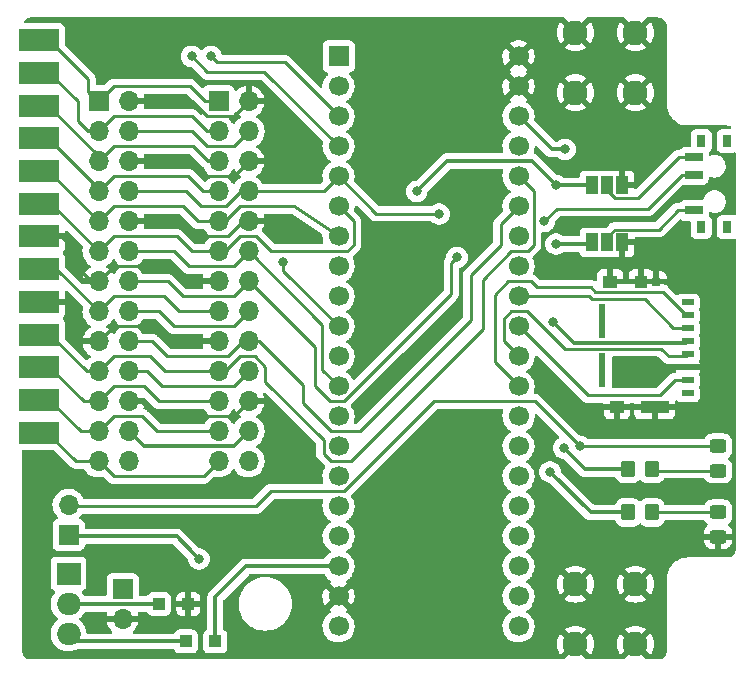
<source format=gtl>
%TF.GenerationSoftware,KiCad,Pcbnew,(6.0.4-0)*%
%TF.CreationDate,2022-04-27T14:28:44-07:00*%
%TF.ProjectId,bluescsi_iigs_internal,626c7565-7363-4736-995f-696967735f69,rev?*%
%TF.SameCoordinates,Original*%
%TF.FileFunction,Copper,L1,Top*%
%TF.FilePolarity,Positive*%
%FSLAX46Y46*%
G04 Gerber Fmt 4.6, Leading zero omitted, Abs format (unit mm)*
G04 Created by KiCad (PCBNEW (6.0.4-0)) date 2022-04-27 14:28:44*
%MOMM*%
%LPD*%
G01*
G04 APERTURE LIST*
G04 Aperture macros list*
%AMRoundRect*
0 Rectangle with rounded corners*
0 $1 Rounding radius*
0 $2 $3 $4 $5 $6 $7 $8 $9 X,Y pos of 4 corners*
0 Add a 4 corners polygon primitive as box body*
4,1,4,$2,$3,$4,$5,$6,$7,$8,$9,$2,$3,0*
0 Add four circle primitives for the rounded corners*
1,1,$1+$1,$2,$3*
1,1,$1+$1,$4,$5*
1,1,$1+$1,$6,$7*
1,1,$1+$1,$8,$9*
0 Add four rect primitives between the rounded corners*
20,1,$1+$1,$2,$3,$4,$5,0*
20,1,$1+$1,$4,$5,$6,$7,0*
20,1,$1+$1,$6,$7,$8,$9,0*
20,1,$1+$1,$8,$9,$2,$3,0*%
G04 Aperture macros list end*
%TA.AperFunction,SMDPad,CuDef*%
%ADD10R,3.480000X1.846667*%
%TD*%
%TA.AperFunction,ComponentPad*%
%ADD11O,2.000000X1.905000*%
%TD*%
%TA.AperFunction,ComponentPad*%
%ADD12R,2.000000X1.905000*%
%TD*%
%TA.AperFunction,ComponentPad*%
%ADD13C,2.100000*%
%TD*%
%TA.AperFunction,ComponentPad*%
%ADD14O,1.700000X1.700000*%
%TD*%
%TA.AperFunction,ComponentPad*%
%ADD15R,1.700000X1.700000*%
%TD*%
%TA.AperFunction,SMDPad,CuDef*%
%ADD16R,1.000000X1.500000*%
%TD*%
%TA.AperFunction,SMDPad,CuDef*%
%ADD17R,1.000000X0.500000*%
%TD*%
%TA.AperFunction,SMDPad,CuDef*%
%ADD18R,0.780000X0.720000*%
%TD*%
%TA.AperFunction,SMDPad,CuDef*%
%ADD19R,1.080000X1.050000*%
%TD*%
%TA.AperFunction,SMDPad,CuDef*%
%ADD20R,1.200000X1.050000*%
%TD*%
%TA.AperFunction,SMDPad,CuDef*%
%ADD21R,2.390000X1.050000*%
%TD*%
%TA.AperFunction,SMDPad,CuDef*%
%ADD22R,0.550000X2.910000*%
%TD*%
%TA.AperFunction,SMDPad,CuDef*%
%ADD23R,1.000000X1.000000*%
%TD*%
%TA.AperFunction,SMDPad,CuDef*%
%ADD24R,1.500000X0.700000*%
%TD*%
%TA.AperFunction,SMDPad,CuDef*%
%ADD25R,0.800000X1.000000*%
%TD*%
%TA.AperFunction,SMDPad,CuDef*%
%ADD26RoundRect,0.249999X0.450001X-0.325001X0.450001X0.325001X-0.450001X0.325001X-0.450001X-0.325001X0*%
%TD*%
%TA.AperFunction,SMDPad,CuDef*%
%ADD27RoundRect,0.249999X-0.450001X0.325001X-0.450001X-0.325001X0.450001X-0.325001X0.450001X0.325001X0*%
%TD*%
%TA.AperFunction,SMDPad,CuDef*%
%ADD28RoundRect,0.249999X0.350001X0.450001X-0.350001X0.450001X-0.350001X-0.450001X0.350001X-0.450001X0*%
%TD*%
%TA.AperFunction,SMDPad,CuDef*%
%ADD29RoundRect,0.249999X-0.350001X-0.450001X0.350001X-0.450001X0.350001X0.450001X-0.350001X0.450001X0*%
%TD*%
%TA.AperFunction,ComponentPad*%
%ADD30C,1.700000*%
%TD*%
%TA.AperFunction,ViaPad*%
%ADD31C,0.800000*%
%TD*%
%TA.AperFunction,Conductor*%
%ADD32C,0.310000*%
%TD*%
%TA.AperFunction,Conductor*%
%ADD33C,0.250000*%
%TD*%
G04 APERTURE END LIST*
D10*
%TO.P,J6,1,1*%
%TO.N,/SCSI_REQ*%
X127000000Y-49420000D03*
%TO.P,J6,2,2*%
%TO.N,/SCSI_MSG*%
X127000000Y-52190000D03*
%TO.P,J6,3,3*%
%TO.N,/SCSI_I_O*%
X127000000Y-54960000D03*
%TO.P,J6,4,4*%
%TO.N,/SCSI_RST*%
X127000000Y-57730000D03*
%TO.P,J6,5,5*%
%TO.N,/SCSI_ACK*%
X127000000Y-60500000D03*
%TO.P,J6,6,6*%
%TO.N,/SCSI_BSY*%
X127000000Y-63270000D03*
%TO.P,J6,7,7*%
%TO.N,GND*%
X127000000Y-66040000D03*
%TO.P,J6,8,8*%
%TO.N,/SCSI_DB0*%
X127000000Y-68810000D03*
%TO.P,J6,9,9*%
%TO.N,GND*%
X127000000Y-71580000D03*
%TO.P,J6,10,10*%
%TO.N,/SCSI_DB3*%
X127000000Y-74350000D03*
%TO.P,J6,11,11*%
%TO.N,/SCSI_DB5*%
X127000000Y-77120000D03*
%TO.P,J6,12,12*%
%TO.N,/SCSI_DB6*%
X127000000Y-79890000D03*
%TO.P,J6,13,13*%
%TO.N,/SCSI_DB7*%
X127000000Y-82660000D03*
%TD*%
D11*
%TO.P,U4,3,OUT*%
%TO.N,/REG_OUT*%
X129540000Y-99695000D03*
%TO.P,U4,2,GND*%
%TO.N,Net-(D4-Pad2)*%
X129540000Y-97155000D03*
D12*
%TO.P,U4,1,IN*%
%TO.N,/+12V_AUX*%
X129540000Y-94615000D03*
%TD*%
D13*
%TO.P,M2,1,Pin_1*%
%TO.N,GND*%
X172461000Y-48791000D03*
X177541000Y-48791000D03*
X172461000Y-53871000D03*
X177541000Y-53871000D03*
%TD*%
%TO.P,M1,1,Pin_1*%
%TO.N,GND*%
X172461000Y-95481000D03*
X177541000Y-95481000D03*
X172461000Y-100561000D03*
X177541000Y-100561000D03*
%TD*%
D14*
%TO.P,J5,2,Pin_2*%
%TO.N,Net-(D1-Pad1)*%
X129540000Y-88773000D03*
D15*
%TO.P,J5,1,Pin_1*%
%TO.N,+3V3*%
X129540000Y-91313000D03*
%TD*%
D16*
%TO.P,JP2,1,A*%
%TO.N,+5V*%
X173833000Y-66548000D03*
%TO.P,JP2,2,C*%
%TO.N,/TERM_DIS*%
X175133000Y-66548000D03*
%TO.P,JP2,3,B*%
%TO.N,GND*%
X176433000Y-66548000D03*
%TD*%
%TO.P,JP1,1,A*%
%TO.N,+5V*%
X173833000Y-61722000D03*
%TO.P,JP1,2,C*%
%TO.N,/TERM_EN*%
X175133000Y-61722000D03*
%TO.P,JP1,3,B*%
%TO.N,GND*%
X176433000Y-61722000D03*
%TD*%
D17*
%TO.P,J3,1,DAT2*%
%TO.N,unconnected-(J3-Pad1)*%
X181965000Y-71634000D03*
%TO.P,J3,2,CD/DAT3*%
%TO.N,/SD_CS*%
X181965000Y-72734000D03*
%TO.P,J3,3,CMD*%
%TO.N,/SD_MOSI*%
X181965000Y-73834000D03*
%TO.P,J3,4,VDD*%
%TO.N,+3V3*%
X181965000Y-74934000D03*
%TO.P,J3,5,CLK*%
%TO.N,/SD_CSK*%
X181965000Y-76034000D03*
%TO.P,J3,6,VSS*%
%TO.N,GND*%
X181965000Y-77134000D03*
%TO.P,J3,7,DAT0*%
%TO.N,/SD_MISO*%
X181965000Y-78234000D03*
%TO.P,J3,8,DAT1*%
%TO.N,unconnected-(J3-Pad8)*%
X181965000Y-79334000D03*
D18*
%TO.P,J3,9,DET*%
%TO.N,GND*%
X179285000Y-69874000D03*
D19*
%TO.P,J3,10,GND_1*%
X178015000Y-69859000D03*
D20*
%TO.P,J3,11,GND_2*%
X175405000Y-69859000D03*
%TO.P,J3,12,GND_3*%
X175975000Y-80509000D03*
D21*
%TO.P,J3,13,GND_4*%
X179160000Y-80509000D03*
D22*
%TO.P,J3,14*%
%TO.N,N/C*%
X174730000Y-73198000D03*
%TO.P,J3,15*%
X174730000Y-77388000D03*
%TD*%
D23*
%TO.P,D4,2,A*%
%TO.N,Net-(D4-Pad2)*%
X137180000Y-97155000D03*
%TO.P,D4,1,K*%
%TO.N,GND*%
X139680000Y-97155000D03*
%TD*%
%TO.P,D3,2,A*%
%TO.N,/REG_OUT*%
X139466000Y-100330000D03*
%TO.P,D3,1,K*%
%TO.N,+5V*%
X141966000Y-100330000D03*
%TD*%
D14*
%TO.P,J4,2,Pin_2*%
%TO.N,GND*%
X134112000Y-98425000D03*
D15*
%TO.P,J4,1,Pin_1*%
%TO.N,/+12V_AUX*%
X134112000Y-95885000D03*
%TD*%
D24*
%TO.P,SW1,1,A*%
%TO.N,/TERM_DIS*%
X182466000Y-63845000D03*
%TO.P,SW1,2,B*%
%TO.N,/TERM_DISC*%
X182466000Y-60845000D03*
%TO.P,SW1,3,C*%
%TO.N,/TERM_EN*%
X182466000Y-59345000D03*
D25*
%TO.P,SW1,*%
%TO.N,*%
X185326000Y-65245000D03*
X185326000Y-57945000D03*
X183116000Y-57945000D03*
X183116000Y-65245000D03*
%TD*%
D26*
%TO.P,D2,2,A*%
%TO.N,Net-(D2-Pad2)*%
X184531000Y-89399000D03*
%TO.P,D2,1,K*%
%TO.N,GND*%
X184531000Y-91449000D03*
%TD*%
D27*
%TO.P,D1,2,A*%
%TO.N,Net-(D1-Pad2)*%
X184531000Y-85861000D03*
%TO.P,D1,1,K*%
%TO.N,Net-(D1-Pad1)*%
X184531000Y-83811000D03*
%TD*%
D28*
%TO.P,R2,2*%
%TO.N,+5V*%
X176927000Y-89408000D03*
%TO.P,R2,1*%
%TO.N,Net-(D2-Pad2)*%
X178927000Y-89408000D03*
%TD*%
D29*
%TO.P,R1,2*%
%TO.N,Net-(D1-Pad2)*%
X178927000Y-85725000D03*
%TO.P,R1,1*%
%TO.N,+3V3*%
X176927000Y-85725000D03*
%TD*%
D14*
%TO.P,J2,26,Pin_26*%
%TO.N,unconnected-(J2-Pad26)*%
X144780000Y-85090000D03*
%TO.P,J2,25,Pin_25*%
%TO.N,/SCSI_DB7*%
X142240000Y-85090000D03*
%TO.P,J2,24,Pin_24*%
%TO.N,/SCSI_TERMPWR*%
X144780000Y-82550000D03*
%TO.P,J2,23,Pin_23*%
%TO.N,/SCSI_DB6*%
X142240000Y-82550000D03*
%TO.P,J2,22,Pin_22*%
%TO.N,GND*%
X144780000Y-80010000D03*
%TO.P,J2,21,Pin_21*%
%TO.N,/SCSI_DB5*%
X142240000Y-80010000D03*
%TO.P,J2,20,Pin_20*%
%TO.N,/SCSI_DB4*%
X144780000Y-77470000D03*
%TO.P,J2,19,Pin_19*%
%TO.N,/SCSI_DB3*%
X142240000Y-77470000D03*
%TO.P,J2,18,Pin_18*%
%TO.N,/SCSI_DB2*%
X144780000Y-74930000D03*
%TO.P,J2,17,Pin_17*%
%TO.N,GND*%
X142240000Y-74930000D03*
%TO.P,J2,16,Pin_16*%
%TO.N,/SCSI_DB1*%
X144780000Y-72390000D03*
%TO.P,J2,15,Pin_15*%
%TO.N,/SCSI_DB0*%
X142240000Y-72390000D03*
%TO.P,J2,14,Pin_14*%
%TO.N,/SCSI_DBP*%
X144780000Y-69850000D03*
%TO.P,J2,13,Pin_13*%
%TO.N,GND*%
X142240000Y-69850000D03*
%TO.P,J2,12,Pin_12*%
%TO.N,/SCSI_SEL*%
X144780000Y-67310000D03*
%TO.P,J2,11,Pin_11*%
%TO.N,/SCSI_BSY*%
X142240000Y-67310000D03*
%TO.P,J2,10,Pin_10*%
%TO.N,GND*%
X144780000Y-64770000D03*
%TO.P,J2,9,Pin_9*%
%TO.N,/SCSI_ACK*%
X142240000Y-64770000D03*
%TO.P,J2,8,Pin_8*%
%TO.N,/SCSI_ATN*%
X144780000Y-62230000D03*
%TO.P,J2,7,Pin_7*%
%TO.N,/SCSI_RST*%
X142240000Y-62230000D03*
%TO.P,J2,6,Pin_6*%
%TO.N,GND*%
X144780000Y-59690000D03*
%TO.P,J2,5,Pin_5*%
%TO.N,/SCSI_I_O*%
X142240000Y-59690000D03*
%TO.P,J2,4,Pin_4*%
%TO.N,/SCSI_C_D*%
X144780000Y-57150000D03*
%TO.P,J2,3,Pin_3*%
%TO.N,/SCSI_MSG*%
X142240000Y-57150000D03*
%TO.P,J2,2,Pin_2*%
%TO.N,GND*%
X144780000Y-54610000D03*
D15*
%TO.P,J2,1,Pin_1*%
%TO.N,/SCSI_REQ*%
X142240000Y-54610000D03*
%TD*%
D30*
%TO.P,U1,40,GND*%
%TO.N,GND*%
X167640000Y-50800000D03*
D15*
%TO.P,U1,1,PB12*%
%TO.N,/SCSI_DB4*%
X152400000Y-50800000D03*
D30*
%TO.P,U1,39,GND*%
%TO.N,GND*%
X167640000Y-53340000D03*
%TO.P,U1,2,PB13*%
%TO.N,/SCSI_DB5*%
X152400000Y-53340000D03*
%TO.P,U1,38,3V3*%
%TO.N,+3V3*%
X167640000Y-55880000D03*
%TO.P,U1,3,PB14*%
%TO.N,/SCSI_DB6*%
X152400000Y-55880000D03*
%TO.P,U1,37,RST*%
%TO.N,unconnected-(U1-Pad37)*%
X167640000Y-58420000D03*
%TO.P,U1,4,PB15*%
%TO.N,/SCSI_DB7*%
X152400000Y-58420000D03*
%TO.P,U1,36,PB11*%
%TO.N,/SCSI_DB3*%
X167640000Y-60960000D03*
%TO.P,U1,5,PA8*%
%TO.N,/SCSI_ATN*%
X152400000Y-60960000D03*
%TO.P,U1,35,PB10*%
%TO.N,/SCSI_DB2*%
X167640000Y-63500000D03*
%TO.P,U1,6,PA9*%
%TO.N,/SCSI_BSY*%
X152400000Y-63500000D03*
%TO.P,U1,34,PB1*%
%TO.N,unconnected-(U1-Pad34)*%
X167640000Y-66040000D03*
%TO.P,U1,7,PA10*%
%TO.N,/SCSI_ACK*%
X152400000Y-66040000D03*
%TO.P,U1,33,PB0*%
%TO.N,/SCSI_DBP*%
X167640000Y-68580000D03*
%TO.P,U1,8,PA11*%
%TO.N,unconnected-(U1-Pad8)*%
X152400000Y-68580000D03*
%TO.P,U1,32,PA7*%
%TO.N,/SD_MOSI*%
X167640000Y-71120000D03*
%TO.P,U1,9,PA12*%
%TO.N,unconnected-(U1-Pad9)*%
X152400000Y-71120000D03*
%TO.P,U1,31,PA6*%
%TO.N,/SD_MISO*%
X167640000Y-73660000D03*
%TO.P,U1,10,PA15*%
%TO.N,/SCSI_RST*%
X152400000Y-73660000D03*
%TO.P,U1,30,PA5*%
%TO.N,/SD_CSK*%
X167640000Y-76200000D03*
%TO.P,U1,11,PB3*%
%TO.N,/SCSI_MSG*%
X152400000Y-76200000D03*
%TO.P,U1,29,PA4*%
%TO.N,/SD_CS*%
X167640000Y-78740000D03*
%TO.P,U1,12,PB4*%
%TO.N,/SCSI_SEL*%
X152400000Y-78740000D03*
%TO.P,U1,28,PA3*%
%TO.N,unconnected-(U1-Pad28)*%
X167640000Y-81280000D03*
%TO.P,U1,13,PB5*%
%TO.N,/SCSI_C_D*%
X152400000Y-81280000D03*
%TO.P,U1,27,PA2*%
%TO.N,/DEBUG_RX*%
X167640000Y-83820000D03*
%TO.P,U1,14,PB6*%
%TO.N,/SCSI_REQ*%
X152400000Y-83820000D03*
%TO.P,U1,26,PA1*%
%TO.N,/DEBUG_TX*%
X167640000Y-86360000D03*
%TO.P,U1,15,PB7*%
%TO.N,/SCSI_I_O*%
X152400000Y-86360000D03*
%TO.P,U1,25,PA0*%
%TO.N,unconnected-(U1-Pad25)*%
X167640000Y-88900000D03*
%TO.P,U1,16,PB8*%
%TO.N,/SCSI_DB0*%
X152400000Y-88900000D03*
%TO.P,U1,24,PC15*%
%TO.N,unconnected-(U1-Pad24)*%
X167640000Y-91440000D03*
%TO.P,U1,17,PB9*%
%TO.N,/SCSI_DB1*%
X152400000Y-91440000D03*
%TO.P,U1,23,PC14*%
%TO.N,unconnected-(U1-Pad23)*%
X167640000Y-93980000D03*
%TO.P,U1,18,5V*%
%TO.N,+5V*%
X152400000Y-93980000D03*
%TO.P,U1,22,PC13*%
%TO.N,/DISK_ACT*%
X167640000Y-96520000D03*
%TO.P,U1,19,GND*%
%TO.N,GND*%
X152400000Y-96520000D03*
%TO.P,U1,21,VBat*%
%TO.N,unconnected-(U1-Pad21)*%
X167640000Y-99060000D03*
%TO.P,U1,20,3V3*%
%TO.N,+3V3*%
X152400000Y-99060000D03*
%TD*%
D14*
%TO.P,J1,26,Pin_26*%
%TO.N,unconnected-(J1-Pad26)*%
X134620000Y-85090000D03*
%TO.P,J1,25,Pin_25*%
%TO.N,/SCSI_DB7*%
X132080000Y-85090000D03*
%TO.P,J1,24,Pin_24*%
%TO.N,/SCSI_TERMPWR*%
X134620000Y-82550000D03*
%TO.P,J1,23,Pin_23*%
%TO.N,/SCSI_DB6*%
X132080000Y-82550000D03*
%TO.P,J1,22,Pin_22*%
%TO.N,GND*%
X134620000Y-80010000D03*
%TO.P,J1,21,Pin_21*%
%TO.N,/SCSI_DB5*%
X132080000Y-80010000D03*
%TO.P,J1,20,Pin_20*%
%TO.N,/SCSI_DB4*%
X134620000Y-77470000D03*
%TO.P,J1,19,Pin_19*%
%TO.N,/SCSI_DB3*%
X132080000Y-77470000D03*
%TO.P,J1,18,Pin_18*%
%TO.N,/SCSI_DB2*%
X134620000Y-74930000D03*
%TO.P,J1,17,Pin_17*%
%TO.N,GND*%
X132080000Y-74930000D03*
%TO.P,J1,16,Pin_16*%
%TO.N,/SCSI_DB1*%
X134620000Y-72390000D03*
%TO.P,J1,15,Pin_15*%
%TO.N,/SCSI_DB0*%
X132080000Y-72390000D03*
%TO.P,J1,14,Pin_14*%
%TO.N,/SCSI_DBP*%
X134620000Y-69850000D03*
%TO.P,J1,13,Pin_13*%
%TO.N,GND*%
X132080000Y-69850000D03*
%TO.P,J1,12,Pin_12*%
%TO.N,/SCSI_SEL*%
X134620000Y-67310000D03*
%TO.P,J1,11,Pin_11*%
%TO.N,/SCSI_BSY*%
X132080000Y-67310000D03*
%TO.P,J1,10,Pin_10*%
%TO.N,GND*%
X134620000Y-64770000D03*
%TO.P,J1,9,Pin_9*%
%TO.N,/SCSI_ACK*%
X132080000Y-64770000D03*
%TO.P,J1,8,Pin_8*%
%TO.N,/SCSI_ATN*%
X134620000Y-62230000D03*
%TO.P,J1,7,Pin_7*%
%TO.N,/SCSI_RST*%
X132080000Y-62230000D03*
%TO.P,J1,6,Pin_6*%
%TO.N,GND*%
X134620000Y-59690000D03*
%TO.P,J1,5,Pin_5*%
%TO.N,/SCSI_I_O*%
X132080000Y-59690000D03*
%TO.P,J1,4,Pin_4*%
%TO.N,/SCSI_C_D*%
X134620000Y-57150000D03*
%TO.P,J1,3,Pin_3*%
%TO.N,/SCSI_MSG*%
X132080000Y-57150000D03*
%TO.P,J1,2,Pin_2*%
%TO.N,GND*%
X134620000Y-54610000D03*
D15*
%TO.P,J1,1,Pin_1*%
%TO.N,/SCSI_REQ*%
X132080000Y-54610000D03*
%TD*%
D31*
%TO.N,+5V*%
X159025320Y-62233641D03*
X170815000Y-61722000D03*
X170814998Y-66675000D03*
X170307000Y-85979000D03*
%TO.N,GND*%
X155575000Y-60960000D03*
X164338000Y-60960000D03*
X164338000Y-86360000D03*
X155905200Y-86360000D03*
X182245000Y-87630000D03*
X156845000Y-52705000D03*
X176657000Y-77470000D03*
%TO.N,/SCSI_DBP*%
X162433000Y-67818000D03*
%TO.N,/SCSI_ATN*%
X160909000Y-64135000D03*
%TO.N,/SCSI_DB7*%
X139954000Y-50800000D03*
%TO.N,/SCSI_DB6*%
X141605000Y-50800000D03*
%TO.N,/SCSI_RST*%
X147701000Y-68199000D03*
%TO.N,+3V3*%
X171577000Y-58674000D03*
X170561000Y-73279000D03*
X171450000Y-83947000D03*
X140589000Y-93345000D03*
%TO.N,/TERM_DISC*%
X169799000Y-64770000D03*
%TO.N,Net-(D1-Pad1)*%
X172847000Y-83820000D03*
%TD*%
D32*
%TO.N,+5V*%
X161587960Y-59671001D02*
X168764001Y-59671001D01*
X173833000Y-61722000D02*
X170815000Y-61722000D01*
X159025320Y-62233641D02*
X161587960Y-59671001D01*
X168764001Y-59671001D02*
X170815000Y-61722000D01*
X173579000Y-66675000D02*
X170814998Y-66675000D01*
X173833000Y-66421000D02*
X173579000Y-66675000D01*
X141966000Y-100330000D02*
X141966000Y-96555875D01*
X141966000Y-96555875D02*
X144541875Y-93980000D01*
X144541875Y-93980000D02*
X152400000Y-93980000D01*
X173736000Y-89408000D02*
X170307000Y-85979000D01*
X176927000Y-89408000D02*
X173736000Y-89408000D01*
D33*
%TO.N,GND*%
X143510000Y-60960000D02*
X144780000Y-59690000D01*
X139954000Y-59690000D02*
X141224000Y-60960000D01*
X141224000Y-60960000D02*
X143510000Y-60960000D01*
X134620000Y-59690000D02*
X139954000Y-59690000D01*
X143510000Y-81280000D02*
X144780000Y-80010000D01*
X136906000Y-81280000D02*
X143510000Y-81280000D01*
X135636000Y-80010000D02*
X136906000Y-81280000D01*
X134620000Y-80010000D02*
X135636000Y-80010000D01*
X133350000Y-73660000D02*
X132080000Y-74930000D01*
X136906000Y-73660000D02*
X133350000Y-73660000D01*
X138176000Y-74930000D02*
X136906000Y-73660000D01*
X142240000Y-74930000D02*
X138176000Y-74930000D01*
X143510000Y-55880000D02*
X144780000Y-54610000D01*
X141224000Y-55880000D02*
X143510000Y-55880000D01*
X139954000Y-54610000D02*
X141224000Y-55880000D01*
X134620000Y-54610000D02*
X139954000Y-54610000D01*
X144272000Y-64770000D02*
X144780000Y-64770000D01*
X140208000Y-66040000D02*
X143002000Y-66040000D01*
X138938000Y-64770000D02*
X140208000Y-66040000D01*
X143002000Y-66040000D02*
X144272000Y-64770000D01*
X134620000Y-64770000D02*
X138938000Y-64770000D01*
X130175000Y-67310000D02*
X128905000Y-66040000D01*
X128905000Y-66040000D02*
X127000000Y-66040000D01*
X130175000Y-68580000D02*
X130175000Y-67310000D01*
X132080000Y-69850000D02*
X131445000Y-69850000D01*
X138176000Y-68580000D02*
X139446000Y-69850000D01*
X133350000Y-68580000D02*
X138176000Y-68580000D01*
X139446000Y-69850000D02*
X142240000Y-69850000D01*
X132080000Y-69850000D02*
X133350000Y-68580000D01*
X131445000Y-69850000D02*
X130175000Y-68580000D01*
%TO.N,/SCSI_DB4*%
X137414000Y-78740000D02*
X143510000Y-78740000D01*
X143510000Y-78740000D02*
X144780000Y-77470000D01*
X136144000Y-77470000D02*
X137414000Y-78740000D01*
X134620000Y-77470000D02*
X136144000Y-77470000D01*
%TO.N,/SCSI_DB2*%
X144272000Y-74930000D02*
X144780000Y-74930000D01*
X137890250Y-76200000D02*
X143002000Y-76200000D01*
X143002000Y-76200000D02*
X144272000Y-74930000D01*
X136620250Y-74930000D02*
X137890250Y-76200000D01*
X134620000Y-74930000D02*
X136620250Y-74930000D01*
X166116000Y-66763002D02*
X166116000Y-65024000D01*
X166116000Y-65024000D02*
X167640000Y-63500000D01*
X163576000Y-73152000D02*
X163576000Y-69303002D01*
X154178000Y-82550000D02*
X163576000Y-73152000D01*
X145669000Y-74930000D02*
X149352000Y-78613000D01*
X149352000Y-80137000D02*
X151765000Y-82550000D01*
X151765000Y-82550000D02*
X154178000Y-82550000D01*
X149352000Y-78613000D02*
X149352000Y-80137000D01*
X163576000Y-69303002D02*
X166116000Y-66763002D01*
X144780000Y-74930000D02*
X145669000Y-74930000D01*
%TO.N,/SCSI_DB1*%
X138430000Y-73660000D02*
X143510000Y-73660000D01*
X143510000Y-73660000D02*
X144780000Y-72390000D01*
X137160000Y-72390000D02*
X138430000Y-73660000D01*
X134620000Y-72390000D02*
X137160000Y-72390000D01*
%TO.N,/SCSI_DBP*%
X143510000Y-71120000D02*
X144780000Y-69850000D01*
X139192000Y-71120000D02*
X143510000Y-71120000D01*
X137922000Y-69850000D02*
X139192000Y-71120000D01*
X134620000Y-69850000D02*
X137922000Y-69850000D01*
X151638000Y-80010000D02*
X152838685Y-80010000D01*
X152838685Y-80010000D02*
X161925000Y-70923685D01*
X150368000Y-75438000D02*
X150368000Y-78740000D01*
X161925000Y-68326000D02*
X162433000Y-67818000D01*
X150368000Y-78740000D02*
X151638000Y-80010000D01*
X161925000Y-70923685D02*
X161925000Y-68326000D01*
X144780000Y-69850000D02*
X150368000Y-75438000D01*
%TO.N,/SCSI_SEL*%
X143510000Y-68580000D02*
X144780000Y-67310000D01*
X139700000Y-68580000D02*
X143510000Y-68580000D01*
X138430000Y-67310000D02*
X139700000Y-68580000D01*
X134620000Y-67310000D02*
X138430000Y-67310000D01*
X144780000Y-67310000D02*
X151003000Y-73533000D01*
X151003000Y-77343000D02*
X152400000Y-78740000D01*
X151003000Y-73533000D02*
X151003000Y-77343000D01*
%TO.N,/SCSI_ATN*%
X142873590Y-63500000D02*
X144143590Y-62230000D01*
X139446000Y-62230000D02*
X140716000Y-63500000D01*
X134620000Y-62230000D02*
X139446000Y-62230000D01*
X140716000Y-63500000D02*
X142873590Y-63500000D01*
X144143590Y-62230000D02*
X144780000Y-62230000D01*
X152400000Y-60960000D02*
X155575000Y-64135000D01*
X155575000Y-64135000D02*
X160909000Y-64135000D01*
X151130000Y-62230000D02*
X152400000Y-60960000D01*
X144780000Y-62230000D02*
X151130000Y-62230000D01*
%TO.N,/SCSI_C_D*%
X143510000Y-58420000D02*
X144780000Y-57150000D01*
X141224000Y-58420000D02*
X143510000Y-58420000D01*
X139954000Y-57150000D02*
X141224000Y-58420000D01*
X134620000Y-57150000D02*
X139954000Y-57150000D01*
%TO.N,/SCSI_DB7*%
X141293010Y-52139010D02*
X139954000Y-50800000D01*
X146119010Y-52139010D02*
X141293010Y-52139010D01*
X152400000Y-58420000D02*
X146119010Y-52139010D01*
X130175000Y-85090000D02*
X132080000Y-85090000D01*
X127745000Y-82660000D02*
X130175000Y-85090000D01*
X127000000Y-82660000D02*
X127745000Y-82660000D01*
X133350000Y-86360000D02*
X140970000Y-86360000D01*
X140970000Y-86360000D02*
X142240000Y-85090000D01*
X132080000Y-85090000D02*
X133350000Y-86360000D01*
%TO.N,/SCSI_DB6*%
X142113000Y-51308000D02*
X141605000Y-50800000D01*
X147828000Y-51308000D02*
X142113000Y-51308000D01*
X152400000Y-55880000D02*
X147828000Y-51308000D01*
X130556000Y-82550000D02*
X132080000Y-82550000D01*
X127896000Y-79890000D02*
X130556000Y-82550000D01*
X127000000Y-79890000D02*
X127896000Y-79890000D01*
X137033000Y-82550000D02*
X142240000Y-82550000D01*
X135763000Y-81280000D02*
X137033000Y-82550000D01*
X133350000Y-81280000D02*
X135763000Y-81280000D01*
X132080000Y-82550000D02*
X133350000Y-81280000D01*
%TO.N,/SCSI_DB5*%
X135890000Y-78740000D02*
X137160000Y-80010000D01*
X137160000Y-80010000D02*
X142240000Y-80010000D01*
X133350000Y-78740000D02*
X135890000Y-78740000D01*
X132080000Y-80010000D02*
X133350000Y-78740000D01*
X130810000Y-80010000D02*
X132080000Y-80010000D01*
X127920000Y-77120000D02*
X130810000Y-80010000D01*
X127000000Y-77120000D02*
X127920000Y-77120000D01*
%TO.N,/SCSI_DB3*%
X137668000Y-77470000D02*
X142240000Y-77470000D01*
X133350000Y-76200000D02*
X136398000Y-76200000D01*
X136398000Y-76200000D02*
X137668000Y-77470000D01*
X132080000Y-77470000D02*
X133350000Y-76200000D01*
X168910000Y-62230000D02*
X167640000Y-60960000D01*
X168910000Y-66802000D02*
X168910000Y-62230000D01*
X168402000Y-67310000D02*
X168910000Y-66802000D01*
X166981000Y-67310000D02*
X168402000Y-67310000D01*
X164592000Y-73914000D02*
X164592000Y-69699000D01*
X151765000Y-85090000D02*
X153416000Y-85090000D01*
X153416000Y-85090000D02*
X164592000Y-73914000D01*
X151130000Y-83312000D02*
X151130000Y-84455000D01*
X146177000Y-78359000D02*
X151130000Y-83312000D01*
X164592000Y-69699000D02*
X166981000Y-67310000D01*
X146177000Y-77089705D02*
X146177000Y-78359000D01*
X145287295Y-76200000D02*
X146177000Y-77089705D01*
X151130000Y-84455000D02*
X151765000Y-85090000D01*
X144037499Y-76200000D02*
X145287295Y-76200000D01*
X142767499Y-77470000D02*
X144037499Y-76200000D01*
X142240000Y-77470000D02*
X142767499Y-77470000D01*
X127944000Y-74350000D02*
X127000000Y-74350000D01*
X131064000Y-77470000D02*
X127944000Y-74350000D01*
X132080000Y-77470000D02*
X131064000Y-77470000D01*
%TO.N,/SCSI_DB0*%
X138857920Y-72390000D02*
X142240000Y-72390000D01*
X137587920Y-71120000D02*
X138857920Y-72390000D01*
X133350000Y-71120000D02*
X137587920Y-71120000D01*
X132080000Y-72390000D02*
X133350000Y-71120000D01*
X128500000Y-68810000D02*
X127000000Y-68810000D01*
X132080000Y-72390000D02*
X128500000Y-68810000D01*
%TO.N,/SCSI_BSY*%
X138684000Y-66040000D02*
X139954000Y-67310000D01*
X139954000Y-67310000D02*
X142240000Y-67310000D01*
X133350000Y-66040000D02*
X138684000Y-66040000D01*
X132080000Y-67310000D02*
X133350000Y-66040000D01*
X153142501Y-67310000D02*
X153670000Y-66782501D01*
X145415000Y-66040000D02*
X146685000Y-67310000D01*
X142240000Y-67310000D02*
X142757749Y-67310000D01*
X144027749Y-66040000D02*
X145415000Y-66040000D01*
X153670000Y-64770000D02*
X152400000Y-63500000D01*
X153670000Y-66782501D02*
X153670000Y-64770000D01*
X142757749Y-67310000D02*
X144027749Y-66040000D01*
X146685000Y-67310000D02*
X153142501Y-67310000D01*
X128040000Y-63270000D02*
X132080000Y-67310000D01*
X127000000Y-63270000D02*
X128040000Y-63270000D01*
%TO.N,/SCSI_ACK*%
X139192000Y-63500000D02*
X140462000Y-64770000D01*
X140462000Y-64770000D02*
X142240000Y-64770000D01*
X133350000Y-63500000D02*
X139192000Y-63500000D01*
X132080000Y-64770000D02*
X133350000Y-63500000D01*
X144018000Y-63500000D02*
X146050000Y-63500000D01*
X142748000Y-64770000D02*
X144018000Y-63500000D01*
X146050000Y-63500000D02*
X148590000Y-63500000D01*
X142240000Y-64770000D02*
X142748000Y-64770000D01*
X148590000Y-63500000D02*
X152400000Y-66040000D01*
X132080000Y-64763334D02*
X132080000Y-64770000D01*
X127816666Y-60500000D02*
X132080000Y-64763334D01*
X127000000Y-60500000D02*
X127816666Y-60500000D01*
%TO.N,/SCSI_RST*%
X140953949Y-62230000D02*
X142240000Y-62230000D01*
X139683949Y-60960000D02*
X140953949Y-62230000D01*
X133350000Y-60960000D02*
X139683949Y-60960000D01*
X132080000Y-62230000D02*
X133350000Y-60960000D01*
X147701000Y-68961000D02*
X147701000Y-68199000D01*
X152400000Y-73660000D02*
X147701000Y-68961000D01*
X132080000Y-61993334D02*
X132080000Y-62230000D01*
X127816666Y-57730000D02*
X132080000Y-61993334D01*
X127000000Y-57730000D02*
X127816666Y-57730000D01*
%TO.N,/SCSI_I_O*%
X141349590Y-59690000D02*
X142240000Y-59690000D01*
X140079590Y-58420000D02*
X141349590Y-59690000D01*
X133350000Y-58420000D02*
X140079590Y-58420000D01*
X132080000Y-59690000D02*
X133350000Y-58420000D01*
X132080000Y-59223334D02*
X132080000Y-59690000D01*
X127816666Y-54960000D02*
X132080000Y-59223334D01*
X127000000Y-54960000D02*
X127816666Y-54960000D01*
%TO.N,/SCSI_MSG*%
X141222590Y-57150000D02*
X142240000Y-57150000D01*
X139952590Y-55880000D02*
X141222590Y-57150000D01*
X133350000Y-55880000D02*
X139952590Y-55880000D01*
X132080000Y-57150000D02*
X133350000Y-55880000D01*
X131191000Y-57150000D02*
X132080000Y-57150000D01*
X130302000Y-56261000D02*
X131191000Y-57150000D01*
X130302000Y-54610000D02*
X130302000Y-56261000D01*
X127882000Y-52190000D02*
X130302000Y-54610000D01*
X127000000Y-52190000D02*
X127882000Y-52190000D01*
%TO.N,/SCSI_REQ*%
X139827000Y-53340000D02*
X141097000Y-54610000D01*
X141097000Y-54610000D02*
X142240000Y-54610000D01*
X133350000Y-53340000D02*
X139827000Y-53340000D01*
X132080000Y-54610000D02*
X133350000Y-53340000D01*
X131953000Y-54610000D02*
X132080000Y-54610000D01*
X131191000Y-53848000D02*
X131953000Y-54610000D01*
X127906000Y-49420000D02*
X131191000Y-52705000D01*
X131191000Y-52705000D02*
X131191000Y-53848000D01*
X127000000Y-49420000D02*
X127906000Y-49420000D01*
%TO.N,/SD_MISO*%
X173482000Y-79502000D02*
X167640000Y-73660000D01*
X179578000Y-79502000D02*
X173482000Y-79502000D01*
X180846000Y-78234000D02*
X179578000Y-79502000D01*
X181965000Y-78234000D02*
X180846000Y-78234000D01*
%TO.N,/SD_CSK*%
X181799000Y-76200000D02*
X181965000Y-76034000D01*
X180340000Y-76200000D02*
X181799000Y-76200000D01*
X179705000Y-75565000D02*
X180340000Y-76200000D01*
X171557501Y-75565000D02*
X179705000Y-75565000D01*
X166370000Y-74930000D02*
X166370000Y-73044499D01*
X167024499Y-72390000D02*
X168382501Y-72390000D01*
X168382501Y-72390000D02*
X171557501Y-75565000D01*
X166370000Y-73044499D02*
X167024499Y-72390000D01*
X167640000Y-76200000D02*
X166370000Y-74930000D01*
D32*
%TO.N,+3V3*%
X167640000Y-55880000D02*
X170434000Y-58674000D01*
X170434000Y-58674000D02*
X171577000Y-58674000D01*
X173228000Y-85725000D02*
X171450000Y-83947000D01*
X176927000Y-85725000D02*
X173228000Y-85725000D01*
X172357999Y-75075999D02*
X170561000Y-73279000D01*
X181823001Y-75075999D02*
X172357999Y-75075999D01*
X181965000Y-74934000D02*
X181823001Y-75075999D01*
X138684000Y-91440000D02*
X140189001Y-92945001D01*
X129667000Y-91440000D02*
X138684000Y-91440000D01*
X140189001Y-92945001D02*
X140589000Y-93345000D01*
X129540000Y-91313000D02*
X129667000Y-91440000D01*
D33*
%TO.N,/SD_MOSI*%
X181918000Y-73787000D02*
X181965000Y-73834000D01*
X180721000Y-73787000D02*
X181918000Y-73787000D01*
X178308000Y-71374000D02*
X180721000Y-73787000D01*
X173863000Y-71374000D02*
X178308000Y-71374000D01*
X173609000Y-71120000D02*
X173863000Y-71374000D01*
X167640000Y-71120000D02*
X173609000Y-71120000D01*
%TO.N,/SD_CS*%
X174117000Y-70739000D02*
X179832000Y-70739000D01*
X169164000Y-70358000D02*
X173736000Y-70358000D01*
X166770499Y-69850000D02*
X168656000Y-69850000D01*
X181827000Y-72734000D02*
X181965000Y-72734000D01*
X173736000Y-70358000D02*
X174117000Y-70739000D01*
X165608000Y-71012499D02*
X166770499Y-69850000D01*
X168656000Y-69850000D02*
X169164000Y-70358000D01*
X165608000Y-76708000D02*
X165608000Y-71012499D01*
X179832000Y-70739000D02*
X181827000Y-72734000D01*
X167640000Y-78740000D02*
X165608000Y-76708000D01*
%TO.N,Net-(D2-Pad2)*%
X178927000Y-89408000D02*
X183871000Y-89408000D01*
%TO.N,/TERM_DISC*%
X170865800Y-63703200D02*
X169799000Y-64770000D01*
X178591800Y-63703200D02*
X170865800Y-63703200D01*
X181450000Y-60845000D02*
X178591800Y-63703200D01*
X182720000Y-60845000D02*
X181450000Y-60845000D01*
%TO.N,Net-(D1-Pad1)*%
X172856000Y-83811000D02*
X172847000Y-83820000D01*
X184531000Y-83811000D02*
X172856000Y-83811000D01*
X169037000Y-80010000D02*
X172847000Y-83820000D01*
X152898251Y-87630000D02*
X160518251Y-80010000D01*
X129540000Y-88773000D02*
X129667000Y-88900000D01*
X146685000Y-87630000D02*
X152898251Y-87630000D01*
X160518251Y-80010000D02*
X169037000Y-80010000D01*
X129667000Y-88900000D02*
X145415000Y-88900000D01*
X145415000Y-88900000D02*
X146685000Y-87630000D01*
D32*
%TO.N,Net-(D4-Pad2)*%
X137180000Y-97155000D02*
X129540000Y-97155000D01*
D33*
%TO.N,/TERM_EN*%
X175133000Y-62230000D02*
X175260000Y-62230000D01*
X175776201Y-62797001D02*
X177774998Y-62797001D01*
X181226999Y-59345000D02*
X182720000Y-59345000D01*
X175285400Y-62306200D02*
X175776201Y-62797001D01*
X177774998Y-62797001D02*
X181226999Y-59345000D01*
X175285400Y-61874400D02*
X175285400Y-62306200D01*
X175133000Y-61722000D02*
X175285400Y-61874400D01*
%TO.N,/TERM_DIS*%
X181138000Y-63845000D02*
X182720000Y-63845000D01*
X179514500Y-65468500D02*
X181138000Y-63845000D01*
X175768000Y-65468500D02*
X179514500Y-65468500D01*
X175133000Y-66103500D02*
X175768000Y-65468500D01*
X175133000Y-66421000D02*
X175133000Y-66103500D01*
D32*
%TO.N,/REG_OUT*%
X130175000Y-100330000D02*
X139466000Y-100330000D01*
X129540000Y-99695000D02*
X130175000Y-100330000D01*
%TO.N,/SCSI_TERMPWR*%
X143510000Y-83820000D02*
X144780000Y-82550000D01*
X134620000Y-82550000D02*
X135890000Y-83820000D01*
X135890000Y-83820000D02*
X143510000Y-83820000D01*
D33*
%TO.N,Net-(D1-Pad2)*%
X179063000Y-85861000D02*
X178927000Y-85725000D01*
X184531000Y-85861000D02*
X179063000Y-85861000D01*
%TD*%
%TA.AperFunction,Conductor*%
%TO.N,GND*%
G36*
X171543641Y-47518502D02*
G01*
X171564615Y-47535405D01*
X172448188Y-48418978D01*
X172462132Y-48426592D01*
X172463965Y-48426461D01*
X172470580Y-48422210D01*
X173357385Y-47535405D01*
X173419697Y-47501379D01*
X173446480Y-47498500D01*
X176555520Y-47498500D01*
X176623641Y-47518502D01*
X176644615Y-47535405D01*
X177528188Y-48418978D01*
X177542132Y-48426592D01*
X177543965Y-48426461D01*
X177550580Y-48422210D01*
X178437385Y-47535405D01*
X178499697Y-47501379D01*
X178526480Y-47498500D01*
X179401633Y-47498500D01*
X179421018Y-47500000D01*
X179435852Y-47502310D01*
X179435855Y-47502310D01*
X179444724Y-47503691D01*
X179454659Y-47502392D01*
X179455746Y-47502250D01*
X179484431Y-47501793D01*
X179557741Y-47509013D01*
X179587212Y-47511916D01*
X179611432Y-47516733D01*
X179730546Y-47552866D01*
X179753355Y-47562315D01*
X179863124Y-47620987D01*
X179883655Y-47634705D01*
X179979876Y-47713671D01*
X179997329Y-47731124D01*
X180076295Y-47827345D01*
X180090013Y-47847876D01*
X180148685Y-47957645D01*
X180158134Y-47980454D01*
X180194267Y-48099568D01*
X180199084Y-48123789D01*
X180208541Y-48219809D01*
X180208091Y-48235868D01*
X180208800Y-48235877D01*
X180208690Y-48244853D01*
X180207309Y-48253724D01*
X180208473Y-48262626D01*
X180208473Y-48262628D01*
X180211436Y-48285283D01*
X180212500Y-48301621D01*
X180212500Y-54814633D01*
X180211000Y-54834018D01*
X180208690Y-54848851D01*
X180208690Y-54848855D01*
X180207309Y-54857724D01*
X180208130Y-54864000D01*
X180207957Y-54864000D01*
X180226106Y-55117753D01*
X180228921Y-55130694D01*
X180278474Y-55358483D01*
X180280183Y-55366341D01*
X180281755Y-55370556D01*
X180281756Y-55370559D01*
X180363173Y-55588848D01*
X180369087Y-55604703D01*
X180392259Y-55647139D01*
X180464065Y-55778641D01*
X180491009Y-55827986D01*
X180493706Y-55831589D01*
X180493710Y-55831595D01*
X180595354Y-55967375D01*
X180643466Y-56031645D01*
X180823355Y-56211534D01*
X180826958Y-56214231D01*
X181023405Y-56361290D01*
X181023411Y-56361294D01*
X181027014Y-56363991D01*
X181250297Y-56485913D01*
X181254509Y-56487484D01*
X181484441Y-56573244D01*
X181484444Y-56573245D01*
X181488659Y-56574817D01*
X181493050Y-56575772D01*
X181493056Y-56575774D01*
X181678513Y-56616117D01*
X181737247Y-56628894D01*
X181741735Y-56629215D01*
X181957668Y-56644659D01*
X181969577Y-56646083D01*
X181970924Y-56646310D01*
X181973645Y-56646768D01*
X181973647Y-56646768D01*
X181978448Y-56647576D01*
X181984991Y-56647656D01*
X181986140Y-56647670D01*
X181986143Y-56647670D01*
X181991000Y-56647729D01*
X182018624Y-56643773D01*
X182036486Y-56642500D01*
X185243633Y-56642500D01*
X185263018Y-56644000D01*
X185277852Y-56646310D01*
X185277855Y-56646310D01*
X185286724Y-56647691D01*
X185296659Y-56646392D01*
X185297746Y-56646250D01*
X185326431Y-56645793D01*
X185399741Y-56653013D01*
X185429212Y-56655916D01*
X185453433Y-56660733D01*
X185549669Y-56689927D01*
X185609049Y-56728840D01*
X185637965Y-56793682D01*
X185627234Y-56863863D01*
X185580264Y-56917101D01*
X185513092Y-56936500D01*
X184877866Y-56936500D01*
X184815684Y-56943255D01*
X184679295Y-56994385D01*
X184562739Y-57081739D01*
X184475385Y-57198295D01*
X184424255Y-57334684D01*
X184417500Y-57396866D01*
X184417500Y-58493134D01*
X184424255Y-58555316D01*
X184475385Y-58691705D01*
X184562739Y-58808261D01*
X184679295Y-58895615D01*
X184815684Y-58946745D01*
X184877866Y-58953500D01*
X185774134Y-58953500D01*
X185836316Y-58946745D01*
X185843712Y-58943973D01*
X185843718Y-58943971D01*
X185884271Y-58928768D01*
X185955078Y-58923585D01*
X186017447Y-58957506D01*
X186051576Y-59019762D01*
X186054500Y-59046750D01*
X186054500Y-64143250D01*
X186034498Y-64211371D01*
X185980842Y-64257864D01*
X185910568Y-64267968D01*
X185884271Y-64261232D01*
X185843718Y-64246029D01*
X185843712Y-64246027D01*
X185836316Y-64243255D01*
X185774134Y-64236500D01*
X184877866Y-64236500D01*
X184815684Y-64243255D01*
X184679295Y-64294385D01*
X184562739Y-64381739D01*
X184475385Y-64498295D01*
X184424255Y-64634684D01*
X184417500Y-64696866D01*
X184417500Y-65793134D01*
X184424255Y-65855316D01*
X184475385Y-65991705D01*
X184562739Y-66108261D01*
X184679295Y-66195615D01*
X184815684Y-66246745D01*
X184877866Y-66253500D01*
X185774134Y-66253500D01*
X185836316Y-66246745D01*
X185843712Y-66243973D01*
X185843718Y-66243971D01*
X185884271Y-66228768D01*
X185955078Y-66223585D01*
X186017447Y-66257506D01*
X186051576Y-66319762D01*
X186054500Y-66346750D01*
X186054500Y-92406633D01*
X186053000Y-92426018D01*
X186049309Y-92449724D01*
X186050473Y-92458626D01*
X186050750Y-92460746D01*
X186051207Y-92489431D01*
X186045124Y-92551197D01*
X186041084Y-92592212D01*
X186036267Y-92616432D01*
X186000134Y-92735546D01*
X185990685Y-92758355D01*
X185932013Y-92868124D01*
X185918295Y-92888655D01*
X185839329Y-92984876D01*
X185821876Y-93002329D01*
X185725655Y-93081295D01*
X185705124Y-93095013D01*
X185595355Y-93153685D01*
X185572546Y-93163134D01*
X185453432Y-93199267D01*
X185429211Y-93204084D01*
X185333191Y-93213541D01*
X185317132Y-93213091D01*
X185317123Y-93213800D01*
X185308147Y-93213690D01*
X185299276Y-93212309D01*
X185290374Y-93213473D01*
X185290372Y-93213473D01*
X185277856Y-93215110D01*
X185267714Y-93216436D01*
X185251379Y-93217500D01*
X182044250Y-93217500D01*
X182023345Y-93215754D01*
X182008344Y-93213230D01*
X182008341Y-93213230D01*
X182003552Y-93212424D01*
X181997555Y-93212351D01*
X181995868Y-93212330D01*
X181995864Y-93212330D01*
X181991000Y-93212271D01*
X181986006Y-93212986D01*
X181985851Y-93213008D01*
X181976984Y-93213959D01*
X181741735Y-93230785D01*
X181737247Y-93231106D01*
X181678513Y-93243883D01*
X181493056Y-93284226D01*
X181493050Y-93284228D01*
X181488659Y-93285183D01*
X181484444Y-93286755D01*
X181484441Y-93286756D01*
X181310681Y-93351565D01*
X181250297Y-93374087D01*
X181246347Y-93376244D01*
X181048421Y-93484320D01*
X181027014Y-93496009D01*
X181023411Y-93498706D01*
X181023405Y-93498710D01*
X180941478Y-93560040D01*
X180823355Y-93648466D01*
X180643466Y-93828355D01*
X180640769Y-93831958D01*
X180493710Y-94028405D01*
X180493706Y-94028411D01*
X180491009Y-94032014D01*
X180369087Y-94255297D01*
X180367516Y-94259509D01*
X180282871Y-94486453D01*
X180280183Y-94493659D01*
X180279228Y-94498050D01*
X180279226Y-94498056D01*
X180243236Y-94663502D01*
X180226106Y-94742247D01*
X180225785Y-94746735D01*
X180209711Y-94971477D01*
X180208784Y-94979650D01*
X180208852Y-94979817D01*
X180207309Y-94989724D01*
X180208018Y-94995146D01*
X180207957Y-94996000D01*
X180208130Y-94996000D01*
X180209328Y-95005162D01*
X180209328Y-95005163D01*
X180211436Y-95021283D01*
X180212500Y-95037620D01*
X180212500Y-101042633D01*
X180211000Y-101062018D01*
X180209412Y-101072221D01*
X180207309Y-101085724D01*
X180208473Y-101094626D01*
X180208750Y-101096746D01*
X180209207Y-101125431D01*
X180201997Y-101198642D01*
X180199084Y-101228212D01*
X180194267Y-101252432D01*
X180158134Y-101371546D01*
X180148685Y-101394355D01*
X180090013Y-101504124D01*
X180076295Y-101524655D01*
X179997329Y-101620876D01*
X179979876Y-101638329D01*
X179883655Y-101717295D01*
X179863124Y-101731013D01*
X179753355Y-101789685D01*
X179730546Y-101799134D01*
X179611432Y-101835267D01*
X179587211Y-101840084D01*
X179491191Y-101849541D01*
X179475132Y-101849091D01*
X179475123Y-101849800D01*
X179466147Y-101849690D01*
X179457276Y-101848309D01*
X179448374Y-101849473D01*
X179448372Y-101849473D01*
X179435856Y-101851110D01*
X179425714Y-101852436D01*
X179409379Y-101853500D01*
X178526480Y-101853500D01*
X178458359Y-101833498D01*
X178437385Y-101816595D01*
X177553812Y-100933022D01*
X177539868Y-100925408D01*
X177538035Y-100925539D01*
X177531420Y-100929790D01*
X176644615Y-101816595D01*
X176582303Y-101850621D01*
X176555520Y-101853500D01*
X173446480Y-101853500D01*
X173378359Y-101833498D01*
X173357385Y-101816595D01*
X172473812Y-100933022D01*
X172459868Y-100925408D01*
X172458035Y-100925539D01*
X172451420Y-100929790D01*
X171564615Y-101816595D01*
X171502303Y-101850621D01*
X171475520Y-101853500D01*
X126414367Y-101853500D01*
X126394982Y-101852000D01*
X126380148Y-101849690D01*
X126380145Y-101849690D01*
X126371276Y-101848309D01*
X126361341Y-101849608D01*
X126360254Y-101849750D01*
X126331569Y-101850207D01*
X126258259Y-101842987D01*
X126228788Y-101840084D01*
X126204568Y-101835267D01*
X126085454Y-101799134D01*
X126062645Y-101789685D01*
X125952876Y-101731013D01*
X125932345Y-101717295D01*
X125836124Y-101638329D01*
X125818671Y-101620876D01*
X125739705Y-101524655D01*
X125725987Y-101504124D01*
X125667315Y-101394355D01*
X125657866Y-101371546D01*
X125621733Y-101252432D01*
X125616916Y-101228212D01*
X125607711Y-101134755D01*
X125607607Y-101111151D01*
X125607768Y-101109354D01*
X125608576Y-101104552D01*
X125608729Y-101092000D01*
X125604773Y-101064376D01*
X125603500Y-101046514D01*
X125603500Y-99797263D01*
X128030064Y-99797263D01*
X128066404Y-100034744D01*
X128079068Y-100073490D01*
X128139434Y-100258183D01*
X128139437Y-100258189D01*
X128141042Y-100263101D01*
X128143429Y-100267687D01*
X128143431Y-100267691D01*
X128249584Y-100471607D01*
X128251975Y-100476200D01*
X128255085Y-100480342D01*
X128322838Y-100570580D01*
X128396223Y-100668320D01*
X128569912Y-100834301D01*
X128768378Y-100969686D01*
X128773061Y-100971860D01*
X128773065Y-100971862D01*
X128981595Y-101068658D01*
X128981599Y-101068659D01*
X128986290Y-101070837D01*
X129217798Y-101135040D01*
X129222935Y-101135589D01*
X129410593Y-101155644D01*
X129410601Y-101155644D01*
X129413928Y-101156000D01*
X129648402Y-101156000D01*
X129650975Y-101155788D01*
X129650986Y-101155788D01*
X129751946Y-101147487D01*
X129826937Y-101141322D01*
X130042471Y-101087183D01*
X130054932Y-101084053D01*
X130054933Y-101084053D01*
X130059944Y-101082794D01*
X130185856Y-101028046D01*
X130241274Y-101003950D01*
X130291516Y-100993500D01*
X138396865Y-100993500D01*
X138464986Y-101013502D01*
X138506378Y-101061272D01*
X138507923Y-101060426D01*
X138512235Y-101068302D01*
X138515385Y-101076705D01*
X138520765Y-101083884D01*
X138520767Y-101083887D01*
X138574813Y-101156000D01*
X138602739Y-101193261D01*
X138719295Y-101280615D01*
X138855684Y-101331745D01*
X138917866Y-101338500D01*
X140014134Y-101338500D01*
X140076316Y-101331745D01*
X140212705Y-101280615D01*
X140329261Y-101193261D01*
X140416615Y-101076705D01*
X140467745Y-100940316D01*
X140474500Y-100878134D01*
X140474500Y-99781866D01*
X140467745Y-99719684D01*
X140416615Y-99583295D01*
X140329261Y-99466739D01*
X140212705Y-99379385D01*
X140076316Y-99328255D01*
X140014134Y-99321500D01*
X138917866Y-99321500D01*
X138855684Y-99328255D01*
X138719295Y-99379385D01*
X138602739Y-99466739D01*
X138597358Y-99473919D01*
X138520767Y-99576113D01*
X138520765Y-99576116D01*
X138515385Y-99583295D01*
X138512235Y-99591698D01*
X138507923Y-99599574D01*
X138504932Y-99597937D01*
X138472180Y-99641513D01*
X138405612Y-99666196D01*
X138396865Y-99666500D01*
X135095067Y-99666500D01*
X135026946Y-99646498D01*
X134980453Y-99592842D01*
X134970349Y-99522568D01*
X134999843Y-99457988D01*
X135006127Y-99451250D01*
X135146051Y-99311812D01*
X135152730Y-99303965D01*
X135277003Y-99131020D01*
X135282313Y-99122183D01*
X135376670Y-98931267D01*
X135380469Y-98921672D01*
X135442377Y-98717910D01*
X135444555Y-98707837D01*
X135445986Y-98696962D01*
X135443775Y-98682778D01*
X135430617Y-98679000D01*
X132795225Y-98679000D01*
X132781694Y-98682973D01*
X132780257Y-98692966D01*
X132810565Y-98827446D01*
X132813645Y-98837275D01*
X132893770Y-99034603D01*
X132898413Y-99043794D01*
X133009694Y-99225388D01*
X133015777Y-99233699D01*
X133155213Y-99394667D01*
X133162580Y-99401883D01*
X133212776Y-99443556D01*
X133252411Y-99502459D01*
X133253909Y-99573439D01*
X133216794Y-99633962D01*
X133152850Y-99664811D01*
X133132291Y-99666500D01*
X131169409Y-99666500D01*
X131101288Y-99646498D01*
X131054795Y-99592842D01*
X131044859Y-99559559D01*
X131043694Y-99551948D01*
X131013596Y-99355256D01*
X130971149Y-99225388D01*
X130940566Y-99131817D01*
X130940563Y-99131811D01*
X130938958Y-99126899D01*
X130931630Y-99112821D01*
X130830416Y-98918393D01*
X130828025Y-98913800D01*
X130766865Y-98832342D01*
X130686882Y-98725815D01*
X130686880Y-98725812D01*
X130683777Y-98721680D01*
X130573141Y-98615954D01*
X130513825Y-98559270D01*
X130513824Y-98559269D01*
X130510088Y-98555699D01*
X130473097Y-98530465D01*
X130428096Y-98475556D01*
X130419925Y-98405032D01*
X130451179Y-98341284D01*
X130475660Y-98320589D01*
X130477635Y-98319311D01*
X130481977Y-98316502D01*
X130659670Y-98154814D01*
X130808568Y-97966276D01*
X130854205Y-97883605D01*
X130904636Y-97833636D01*
X130964512Y-97818500D01*
X132705171Y-97818500D01*
X132773292Y-97838502D01*
X132819785Y-97892158D01*
X132829889Y-97962432D01*
X132826588Y-97978172D01*
X132776389Y-98159183D01*
X132777912Y-98167607D01*
X132790292Y-98171000D01*
X135430344Y-98171000D01*
X135443875Y-98167027D01*
X135445180Y-98157947D01*
X135403214Y-97990873D01*
X135401249Y-97985102D01*
X135398233Y-97914170D01*
X135434045Y-97852867D01*
X135497314Y-97820657D01*
X135520528Y-97818500D01*
X136110865Y-97818500D01*
X136178986Y-97838502D01*
X136220378Y-97886272D01*
X136221923Y-97885426D01*
X136226235Y-97893302D01*
X136229385Y-97901705D01*
X136234765Y-97908884D01*
X136234767Y-97908887D01*
X136286694Y-97978172D01*
X136316739Y-98018261D01*
X136433295Y-98105615D01*
X136569684Y-98156745D01*
X136631866Y-98163500D01*
X137728134Y-98163500D01*
X137790316Y-98156745D01*
X137926705Y-98105615D01*
X138043261Y-98018261D01*
X138130615Y-97901705D01*
X138181745Y-97765316D01*
X138188500Y-97703134D01*
X138188500Y-97699669D01*
X138672001Y-97699669D01*
X138672371Y-97706490D01*
X138677895Y-97757352D01*
X138681521Y-97772604D01*
X138726676Y-97893054D01*
X138735214Y-97908649D01*
X138811715Y-98010724D01*
X138824276Y-98023285D01*
X138926351Y-98099786D01*
X138941946Y-98108324D01*
X139062394Y-98153478D01*
X139077649Y-98157105D01*
X139128514Y-98162631D01*
X139135328Y-98163000D01*
X139407885Y-98163000D01*
X139423124Y-98158525D01*
X139424329Y-98157135D01*
X139426000Y-98149452D01*
X139426000Y-98144884D01*
X139934000Y-98144884D01*
X139938475Y-98160123D01*
X139939865Y-98161328D01*
X139947548Y-98162999D01*
X140224669Y-98162999D01*
X140231490Y-98162629D01*
X140282352Y-98157105D01*
X140297604Y-98153479D01*
X140418054Y-98108324D01*
X140433649Y-98099786D01*
X140535724Y-98023285D01*
X140548285Y-98010724D01*
X140624786Y-97908649D01*
X140633324Y-97893054D01*
X140678478Y-97772606D01*
X140682105Y-97757351D01*
X140687631Y-97706486D01*
X140688000Y-97699672D01*
X140688000Y-97427115D01*
X140683525Y-97411876D01*
X140682135Y-97410671D01*
X140674452Y-97409000D01*
X139952115Y-97409000D01*
X139936876Y-97413475D01*
X139935671Y-97414865D01*
X139934000Y-97422548D01*
X139934000Y-98144884D01*
X139426000Y-98144884D01*
X139426000Y-97427115D01*
X139421525Y-97411876D01*
X139420135Y-97410671D01*
X139412452Y-97409000D01*
X138690116Y-97409000D01*
X138674877Y-97413475D01*
X138673672Y-97414865D01*
X138672001Y-97422548D01*
X138672001Y-97699669D01*
X138188500Y-97699669D01*
X138188500Y-96882885D01*
X138672000Y-96882885D01*
X138676475Y-96898124D01*
X138677865Y-96899329D01*
X138685548Y-96901000D01*
X139407885Y-96901000D01*
X139423124Y-96896525D01*
X139424329Y-96895135D01*
X139426000Y-96887452D01*
X139426000Y-96882885D01*
X139934000Y-96882885D01*
X139938475Y-96898124D01*
X139939865Y-96899329D01*
X139947548Y-96901000D01*
X140669884Y-96901000D01*
X140685123Y-96896525D01*
X140686328Y-96895135D01*
X140687999Y-96887452D01*
X140687999Y-96610331D01*
X140687629Y-96603510D01*
X140682105Y-96552648D01*
X140678479Y-96537396D01*
X140633324Y-96416946D01*
X140624786Y-96401351D01*
X140548285Y-96299276D01*
X140535724Y-96286715D01*
X140433649Y-96210214D01*
X140418054Y-96201676D01*
X140297606Y-96156522D01*
X140282351Y-96152895D01*
X140231486Y-96147369D01*
X140224672Y-96147000D01*
X139952115Y-96147000D01*
X139936876Y-96151475D01*
X139935671Y-96152865D01*
X139934000Y-96160548D01*
X139934000Y-96882885D01*
X139426000Y-96882885D01*
X139426000Y-96165116D01*
X139421525Y-96149877D01*
X139420135Y-96148672D01*
X139412452Y-96147001D01*
X139135331Y-96147001D01*
X139128510Y-96147371D01*
X139077648Y-96152895D01*
X139062396Y-96156521D01*
X138941946Y-96201676D01*
X138926351Y-96210214D01*
X138824276Y-96286715D01*
X138811715Y-96299276D01*
X138735214Y-96401351D01*
X138726676Y-96416946D01*
X138681522Y-96537394D01*
X138677895Y-96552649D01*
X138672369Y-96603514D01*
X138672000Y-96610328D01*
X138672000Y-96882885D01*
X138188500Y-96882885D01*
X138188500Y-96606866D01*
X138181745Y-96544684D01*
X138130615Y-96408295D01*
X138043261Y-96291739D01*
X137926705Y-96204385D01*
X137790316Y-96153255D01*
X137728134Y-96146500D01*
X136631866Y-96146500D01*
X136569684Y-96153255D01*
X136433295Y-96204385D01*
X136316739Y-96291739D01*
X136311358Y-96298919D01*
X136234767Y-96401113D01*
X136234765Y-96401116D01*
X136229385Y-96408295D01*
X136226235Y-96416698D01*
X136221923Y-96424574D01*
X136218932Y-96422937D01*
X136186180Y-96466513D01*
X136119612Y-96491196D01*
X136110865Y-96491500D01*
X135596500Y-96491500D01*
X135528379Y-96471498D01*
X135481886Y-96417842D01*
X135470500Y-96365500D01*
X135470500Y-94986866D01*
X135463745Y-94924684D01*
X135412615Y-94788295D01*
X135325261Y-94671739D01*
X135208705Y-94584385D01*
X135072316Y-94533255D01*
X135010134Y-94526500D01*
X133213866Y-94526500D01*
X133151684Y-94533255D01*
X133015295Y-94584385D01*
X132898739Y-94671739D01*
X132811385Y-94788295D01*
X132760255Y-94924684D01*
X132753500Y-94986866D01*
X132753500Y-96365500D01*
X132733498Y-96433621D01*
X132679842Y-96480114D01*
X132627500Y-96491500D01*
X130965755Y-96491500D01*
X130897634Y-96471498D01*
X130853992Y-96423681D01*
X130830416Y-96378393D01*
X130828025Y-96373800D01*
X130711585Y-96218717D01*
X130686680Y-96152235D01*
X130701672Y-96082839D01*
X130751802Y-96032565D01*
X130768115Y-96025085D01*
X130778293Y-96021269D01*
X130778296Y-96021267D01*
X130786705Y-96018115D01*
X130903261Y-95930761D01*
X130990615Y-95814205D01*
X131041745Y-95677816D01*
X131048500Y-95615634D01*
X131048500Y-93614366D01*
X131041745Y-93552184D01*
X130990615Y-93415795D01*
X130903261Y-93299239D01*
X130786705Y-93211885D01*
X130650316Y-93160755D01*
X130588134Y-93154000D01*
X128491866Y-93154000D01*
X128429684Y-93160755D01*
X128293295Y-93211885D01*
X128176739Y-93299239D01*
X128089385Y-93415795D01*
X128038255Y-93552184D01*
X128031500Y-93614366D01*
X128031500Y-95615634D01*
X128038255Y-95677816D01*
X128089385Y-95814205D01*
X128176739Y-95930761D01*
X128293295Y-96018115D01*
X128313189Y-96025573D01*
X128369953Y-96068213D01*
X128394654Y-96134774D01*
X128379447Y-96204123D01*
X128367842Y-96221647D01*
X128274633Y-96339670D01*
X128274630Y-96339675D01*
X128271432Y-96343724D01*
X128268939Y-96348240D01*
X128268937Y-96348243D01*
X128164519Y-96537396D01*
X128155326Y-96554050D01*
X128153602Y-96558919D01*
X128153600Y-96558923D01*
X128085925Y-96750030D01*
X128075130Y-96780515D01*
X128074223Y-96785608D01*
X128074222Y-96785611D01*
X128041648Y-96968483D01*
X128032999Y-97017037D01*
X128032936Y-97022201D01*
X128030443Y-97226277D01*
X128030064Y-97257263D01*
X128066404Y-97494744D01*
X128086925Y-97557529D01*
X128139434Y-97718183D01*
X128139437Y-97718189D01*
X128141042Y-97723101D01*
X128143429Y-97727687D01*
X128143431Y-97727691D01*
X128225984Y-97886272D01*
X128251975Y-97936200D01*
X128255085Y-97940342D01*
X128381210Y-98108324D01*
X128396223Y-98128320D01*
X128440885Y-98171000D01*
X128496825Y-98224457D01*
X128569912Y-98294301D01*
X128606903Y-98319535D01*
X128651904Y-98374444D01*
X128660075Y-98444968D01*
X128628821Y-98508716D01*
X128604340Y-98529411D01*
X128602707Y-98530468D01*
X128598023Y-98533498D01*
X128420330Y-98695186D01*
X128396141Y-98725815D01*
X128274633Y-98879670D01*
X128274630Y-98879675D01*
X128271432Y-98883724D01*
X128268939Y-98888240D01*
X128268937Y-98888243D01*
X128157823Y-99089526D01*
X128155326Y-99094050D01*
X128153602Y-99098919D01*
X128153600Y-99098923D01*
X128080854Y-99304350D01*
X128075130Y-99320515D01*
X128074223Y-99325608D01*
X128074222Y-99325611D01*
X128039139Y-99522568D01*
X128032999Y-99557037D01*
X128032563Y-99592737D01*
X128030294Y-99778469D01*
X128030064Y-99797263D01*
X125603500Y-99797263D01*
X125603500Y-84217833D01*
X125623502Y-84149712D01*
X125677158Y-84103219D01*
X125729500Y-84091833D01*
X128228739Y-84091833D01*
X128296860Y-84111835D01*
X128317834Y-84128738D01*
X128995135Y-84806040D01*
X129671348Y-85482253D01*
X129678888Y-85490539D01*
X129683000Y-85497018D01*
X129688777Y-85502443D01*
X129732651Y-85543643D01*
X129735493Y-85546398D01*
X129755230Y-85566135D01*
X129758427Y-85568615D01*
X129767447Y-85576318D01*
X129799679Y-85606586D01*
X129806625Y-85610405D01*
X129806628Y-85610407D01*
X129817434Y-85616348D01*
X129833953Y-85627199D01*
X129849959Y-85639614D01*
X129857228Y-85642759D01*
X129857232Y-85642762D01*
X129890537Y-85657174D01*
X129901187Y-85662391D01*
X129939940Y-85683695D01*
X129947615Y-85685666D01*
X129947616Y-85685666D01*
X129959562Y-85688733D01*
X129978267Y-85695137D01*
X129996855Y-85703181D01*
X130004678Y-85704420D01*
X130004688Y-85704423D01*
X130040524Y-85710099D01*
X130052144Y-85712505D01*
X130087289Y-85721528D01*
X130094970Y-85723500D01*
X130115224Y-85723500D01*
X130134934Y-85725051D01*
X130154943Y-85728220D01*
X130162835Y-85727474D01*
X130198961Y-85724059D01*
X130210819Y-85723500D01*
X130804274Y-85723500D01*
X130872395Y-85743502D01*
X130911707Y-85783665D01*
X130979987Y-85895088D01*
X131126250Y-86063938D01*
X131298126Y-86206632D01*
X131491000Y-86319338D01*
X131495825Y-86321180D01*
X131495826Y-86321181D01*
X131556293Y-86344271D01*
X131699692Y-86399030D01*
X131704760Y-86400061D01*
X131704763Y-86400062D01*
X131812012Y-86421882D01*
X131918597Y-86443567D01*
X131923772Y-86443757D01*
X131923774Y-86443757D01*
X132136673Y-86451564D01*
X132136677Y-86451564D01*
X132141837Y-86451753D01*
X132146957Y-86451097D01*
X132146959Y-86451097D01*
X132358288Y-86424025D01*
X132358289Y-86424025D01*
X132363416Y-86423368D01*
X132368367Y-86421883D01*
X132368370Y-86421882D01*
X132409829Y-86409444D01*
X132480825Y-86409028D01*
X132535131Y-86441035D01*
X132846343Y-86752247D01*
X132853887Y-86760537D01*
X132858000Y-86767018D01*
X132863777Y-86772443D01*
X132907667Y-86813658D01*
X132910509Y-86816413D01*
X132930230Y-86836134D01*
X132933425Y-86838612D01*
X132942447Y-86846318D01*
X132974679Y-86876586D01*
X132985858Y-86882732D01*
X132992432Y-86886346D01*
X133008956Y-86897199D01*
X133024959Y-86909613D01*
X133065543Y-86927176D01*
X133076173Y-86932383D01*
X133114940Y-86953695D01*
X133122617Y-86955666D01*
X133122622Y-86955668D01*
X133134558Y-86958732D01*
X133153266Y-86965137D01*
X133171855Y-86973181D01*
X133179683Y-86974421D01*
X133179690Y-86974423D01*
X133215524Y-86980099D01*
X133227144Y-86982505D01*
X133258959Y-86990673D01*
X133269970Y-86993500D01*
X133290224Y-86993500D01*
X133309934Y-86995051D01*
X133329943Y-86998220D01*
X133337835Y-86997474D01*
X133356580Y-86995702D01*
X133373962Y-86994059D01*
X133385819Y-86993500D01*
X140891233Y-86993500D01*
X140902416Y-86994027D01*
X140909909Y-86995702D01*
X140917835Y-86995453D01*
X140917836Y-86995453D01*
X140977986Y-86993562D01*
X140981945Y-86993500D01*
X141009856Y-86993500D01*
X141013791Y-86993003D01*
X141013856Y-86992995D01*
X141025693Y-86992062D01*
X141057951Y-86991048D01*
X141061970Y-86990922D01*
X141069889Y-86990673D01*
X141089343Y-86985021D01*
X141108700Y-86981013D01*
X141120930Y-86979468D01*
X141120931Y-86979468D01*
X141128797Y-86978474D01*
X141136168Y-86975555D01*
X141136170Y-86975555D01*
X141169912Y-86962196D01*
X141181142Y-86958351D01*
X141215983Y-86948229D01*
X141215984Y-86948229D01*
X141223593Y-86946018D01*
X141230412Y-86941985D01*
X141230417Y-86941983D01*
X141241028Y-86935707D01*
X141258776Y-86927012D01*
X141277617Y-86919552D01*
X141297987Y-86904753D01*
X141313387Y-86893564D01*
X141323307Y-86887048D01*
X141354535Y-86868580D01*
X141354538Y-86868578D01*
X141361362Y-86864542D01*
X141375683Y-86850221D01*
X141390717Y-86837380D01*
X141392432Y-86836134D01*
X141407107Y-86825472D01*
X141435298Y-86791395D01*
X141443288Y-86782616D01*
X141784549Y-86441355D01*
X141846861Y-86407329D01*
X141898762Y-86406979D01*
X142078597Y-86443567D01*
X142083772Y-86443757D01*
X142083774Y-86443757D01*
X142296673Y-86451564D01*
X142296677Y-86451564D01*
X142301837Y-86451753D01*
X142306957Y-86451097D01*
X142306959Y-86451097D01*
X142518288Y-86424025D01*
X142518289Y-86424025D01*
X142523416Y-86423368D01*
X142569827Y-86409444D01*
X142732429Y-86360661D01*
X142732434Y-86360659D01*
X142737384Y-86359174D01*
X142937994Y-86260896D01*
X143119860Y-86131173D01*
X143278096Y-85973489D01*
X143303845Y-85937656D01*
X143408453Y-85792077D01*
X143409776Y-85793028D01*
X143456645Y-85749857D01*
X143526580Y-85737625D01*
X143592026Y-85765144D01*
X143619875Y-85796994D01*
X143679987Y-85895088D01*
X143826250Y-86063938D01*
X143998126Y-86206632D01*
X144191000Y-86319338D01*
X144195825Y-86321180D01*
X144195826Y-86321181D01*
X144256293Y-86344271D01*
X144399692Y-86399030D01*
X144404760Y-86400061D01*
X144404763Y-86400062D01*
X144512012Y-86421882D01*
X144618597Y-86443567D01*
X144623772Y-86443757D01*
X144623774Y-86443757D01*
X144836673Y-86451564D01*
X144836677Y-86451564D01*
X144841837Y-86451753D01*
X144846957Y-86451097D01*
X144846959Y-86451097D01*
X145058288Y-86424025D01*
X145058289Y-86424025D01*
X145063416Y-86423368D01*
X145109827Y-86409444D01*
X145272429Y-86360661D01*
X145272434Y-86360659D01*
X145277384Y-86359174D01*
X145477994Y-86260896D01*
X145659860Y-86131173D01*
X145818096Y-85973489D01*
X145843845Y-85937656D01*
X145945435Y-85796277D01*
X145948453Y-85792077D01*
X145952611Y-85783665D01*
X146045136Y-85596453D01*
X146045137Y-85596451D01*
X146047430Y-85591811D01*
X146112370Y-85378069D01*
X146141529Y-85156590D01*
X146142597Y-85112891D01*
X146143074Y-85093365D01*
X146143074Y-85093361D01*
X146143156Y-85090000D01*
X146124852Y-84867361D01*
X146070431Y-84650702D01*
X145981354Y-84445840D01*
X145894944Y-84312271D01*
X145862822Y-84262617D01*
X145862820Y-84262614D01*
X145860014Y-84258277D01*
X145709670Y-84093051D01*
X145705619Y-84089852D01*
X145705615Y-84089848D01*
X145538414Y-83957800D01*
X145538410Y-83957798D01*
X145534359Y-83954598D01*
X145493053Y-83931796D01*
X145443084Y-83881364D01*
X145428312Y-83811921D01*
X145453428Y-83745516D01*
X145480780Y-83718909D01*
X145530744Y-83683270D01*
X145659860Y-83591173D01*
X145818096Y-83433489D01*
X145830826Y-83415774D01*
X145945435Y-83256277D01*
X145948453Y-83252077D01*
X145952611Y-83243665D01*
X146045136Y-83056453D01*
X146045137Y-83056451D01*
X146047430Y-83051811D01*
X146112370Y-82838069D01*
X146141529Y-82616590D01*
X146142678Y-82569575D01*
X146143074Y-82553365D01*
X146143074Y-82553361D01*
X146143156Y-82550000D01*
X146124852Y-82327361D01*
X146070431Y-82110702D01*
X145981354Y-81905840D01*
X145897911Y-81776857D01*
X145862822Y-81722617D01*
X145862820Y-81722614D01*
X145860014Y-81718277D01*
X145709670Y-81553051D01*
X145705619Y-81549852D01*
X145705615Y-81549848D01*
X145538414Y-81417800D01*
X145538410Y-81417798D01*
X145534359Y-81414598D01*
X145492569Y-81391529D01*
X145442598Y-81341097D01*
X145427826Y-81271654D01*
X145452942Y-81205248D01*
X145480294Y-81178641D01*
X145655328Y-81053792D01*
X145663200Y-81047139D01*
X145814052Y-80896812D01*
X145820730Y-80888965D01*
X145945003Y-80716020D01*
X145950313Y-80707183D01*
X146044670Y-80516267D01*
X146048469Y-80506672D01*
X146110377Y-80302910D01*
X146112555Y-80292837D01*
X146113986Y-80281962D01*
X146111775Y-80267778D01*
X146098617Y-80264000D01*
X144652000Y-80264000D01*
X144583879Y-80243998D01*
X144537386Y-80190342D01*
X144526000Y-80138000D01*
X144526000Y-79882000D01*
X144546002Y-79813879D01*
X144599658Y-79767386D01*
X144652000Y-79756000D01*
X146098344Y-79756000D01*
X146111875Y-79752027D01*
X146113180Y-79742947D01*
X146071214Y-79575875D01*
X146067894Y-79566124D01*
X146009162Y-79431048D01*
X146000342Y-79360602D01*
X146031009Y-79296570D01*
X146091426Y-79259282D01*
X146162410Y-79260578D01*
X146213807Y-79291711D01*
X148339895Y-81417800D01*
X150459595Y-83537500D01*
X150493621Y-83599812D01*
X150496500Y-83626595D01*
X150496500Y-84376233D01*
X150495973Y-84387416D01*
X150494298Y-84394909D01*
X150494547Y-84402835D01*
X150494547Y-84402836D01*
X150496438Y-84462986D01*
X150496500Y-84466945D01*
X150496500Y-84494856D01*
X150496997Y-84498790D01*
X150496997Y-84498791D01*
X150497005Y-84498856D01*
X150497938Y-84510693D01*
X150499327Y-84554889D01*
X150504978Y-84574339D01*
X150508987Y-84593700D01*
X150509961Y-84601406D01*
X150511526Y-84613797D01*
X150514445Y-84621168D01*
X150514445Y-84621170D01*
X150527804Y-84654912D01*
X150531649Y-84666142D01*
X150538155Y-84688536D01*
X150543982Y-84708593D01*
X150548015Y-84715412D01*
X150548017Y-84715417D01*
X150554293Y-84726028D01*
X150562988Y-84743776D01*
X150570448Y-84762617D01*
X150575110Y-84769033D01*
X150575110Y-84769034D01*
X150596436Y-84798387D01*
X150602952Y-84808307D01*
X150619296Y-84835942D01*
X150625458Y-84846362D01*
X150639779Y-84860683D01*
X150652619Y-84875716D01*
X150664528Y-84892107D01*
X150670634Y-84897158D01*
X150698605Y-84920298D01*
X150707384Y-84928288D01*
X151242706Y-85463610D01*
X151276732Y-85525922D01*
X151271667Y-85596737D01*
X151257699Y-85623709D01*
X151214743Y-85686680D01*
X151120688Y-85889305D01*
X151060989Y-86104570D01*
X151037251Y-86326695D01*
X151037548Y-86331848D01*
X151037548Y-86331851D01*
X151047641Y-86506890D01*
X151050110Y-86549715D01*
X151051247Y-86554761D01*
X151051248Y-86554767D01*
X151053797Y-86566077D01*
X151099222Y-86767639D01*
X151101164Y-86772422D01*
X151101167Y-86772431D01*
X151121740Y-86823095D01*
X151128837Y-86893736D01*
X151096615Y-86957000D01*
X151035306Y-86992801D01*
X151004998Y-86996500D01*
X146763767Y-86996500D01*
X146752584Y-86995973D01*
X146745091Y-86994298D01*
X146737165Y-86994547D01*
X146737164Y-86994547D01*
X146677014Y-86996438D01*
X146673055Y-86996500D01*
X146645144Y-86996500D01*
X146641210Y-86996997D01*
X146641209Y-86996997D01*
X146641144Y-86997005D01*
X146629307Y-86997938D01*
X146597490Y-86998938D01*
X146593029Y-86999078D01*
X146585110Y-86999327D01*
X146567454Y-87004456D01*
X146565658Y-87004978D01*
X146546306Y-87008986D01*
X146539235Y-87009880D01*
X146526203Y-87011526D01*
X146518834Y-87014443D01*
X146518832Y-87014444D01*
X146485097Y-87027800D01*
X146473869Y-87031645D01*
X146431407Y-87043982D01*
X146424585Y-87048016D01*
X146424579Y-87048019D01*
X146413968Y-87054294D01*
X146396218Y-87062990D01*
X146384756Y-87067528D01*
X146384751Y-87067531D01*
X146377383Y-87070448D01*
X146370968Y-87075109D01*
X146341625Y-87096427D01*
X146331707Y-87102943D01*
X146313019Y-87113995D01*
X146293637Y-87125458D01*
X146279313Y-87139782D01*
X146264281Y-87152621D01*
X146247893Y-87164528D01*
X146219712Y-87198593D01*
X146211722Y-87207373D01*
X145189500Y-88229595D01*
X145127188Y-88263621D01*
X145100405Y-88266500D01*
X130883820Y-88266500D01*
X130815699Y-88246498D01*
X130768271Y-88190744D01*
X130766577Y-88186848D01*
X130741354Y-88128840D01*
X130620014Y-87941277D01*
X130469670Y-87776051D01*
X130465619Y-87772852D01*
X130465615Y-87772848D01*
X130298414Y-87640800D01*
X130298410Y-87640798D01*
X130294359Y-87637598D01*
X130283851Y-87631797D01*
X130206936Y-87589338D01*
X130098789Y-87529638D01*
X130093920Y-87527914D01*
X130093916Y-87527912D01*
X129893087Y-87456795D01*
X129893083Y-87456794D01*
X129888212Y-87455069D01*
X129883119Y-87454162D01*
X129883116Y-87454161D01*
X129673373Y-87416800D01*
X129673367Y-87416799D01*
X129668284Y-87415894D01*
X129594452Y-87414992D01*
X129450081Y-87413228D01*
X129450079Y-87413228D01*
X129444911Y-87413165D01*
X129224091Y-87446955D01*
X129011756Y-87516357D01*
X128813607Y-87619507D01*
X128809474Y-87622610D01*
X128809471Y-87622612D01*
X128640323Y-87749612D01*
X128634965Y-87753635D01*
X128631393Y-87757373D01*
X128492180Y-87903051D01*
X128480629Y-87915138D01*
X128354743Y-88099680D01*
X128312473Y-88190744D01*
X128275544Y-88270301D01*
X128260688Y-88302305D01*
X128200989Y-88517570D01*
X128177251Y-88739695D01*
X128177548Y-88744848D01*
X128177548Y-88744851D01*
X128186494Y-88900000D01*
X128190110Y-88962715D01*
X128191247Y-88967761D01*
X128191248Y-88967767D01*
X128191731Y-88969908D01*
X128239222Y-89180639D01*
X128244251Y-89193023D01*
X128319110Y-89377380D01*
X128323266Y-89387616D01*
X128325965Y-89392020D01*
X128412702Y-89533562D01*
X128439987Y-89578088D01*
X128586250Y-89746938D01*
X128590230Y-89750242D01*
X128594981Y-89754187D01*
X128634616Y-89813090D01*
X128636113Y-89884071D01*
X128598997Y-89944593D01*
X128558725Y-89969112D01*
X128504693Y-89989368D01*
X128443295Y-90012385D01*
X128326739Y-90099739D01*
X128239385Y-90216295D01*
X128188255Y-90352684D01*
X128181500Y-90414866D01*
X128181500Y-92211134D01*
X128188255Y-92273316D01*
X128239385Y-92409705D01*
X128326739Y-92526261D01*
X128443295Y-92613615D01*
X128579684Y-92664745D01*
X128635560Y-92670815D01*
X128637678Y-92671045D01*
X128641866Y-92671500D01*
X130438134Y-92671500D01*
X130442323Y-92671045D01*
X130444440Y-92670815D01*
X130500316Y-92664745D01*
X130636705Y-92613615D01*
X130753261Y-92526261D01*
X130840615Y-92409705D01*
X130891745Y-92273316D01*
X130892598Y-92265464D01*
X130892599Y-92265460D01*
X130897983Y-92215893D01*
X130925225Y-92150330D01*
X130983588Y-92109904D01*
X131023246Y-92103500D01*
X138356980Y-92103500D01*
X138425101Y-92123502D01*
X138446075Y-92140405D01*
X139646861Y-93341191D01*
X139680887Y-93403503D01*
X139683075Y-93417112D01*
X139683821Y-93424203D01*
X139694388Y-93524744D01*
X139695458Y-93534928D01*
X139754473Y-93716556D01*
X139757776Y-93722278D01*
X139757777Y-93722279D01*
X139791686Y-93781010D01*
X139849960Y-93881944D01*
X139977747Y-94023866D01*
X140132248Y-94136118D01*
X140138276Y-94138802D01*
X140138278Y-94138803D01*
X140285433Y-94204320D01*
X140306712Y-94213794D01*
X140400112Y-94233647D01*
X140487056Y-94252128D01*
X140487061Y-94252128D01*
X140493513Y-94253500D01*
X140684487Y-94253500D01*
X140690939Y-94252128D01*
X140690944Y-94252128D01*
X140777887Y-94233647D01*
X140871288Y-94213794D01*
X140892567Y-94204320D01*
X141039722Y-94138803D01*
X141039724Y-94138802D01*
X141045752Y-94136118D01*
X141200253Y-94023866D01*
X141328040Y-93881944D01*
X141386314Y-93781010D01*
X141420223Y-93722279D01*
X141420224Y-93722278D01*
X141423527Y-93716556D01*
X141482542Y-93534928D01*
X141483613Y-93524744D01*
X141501814Y-93351565D01*
X141502504Y-93345000D01*
X141496217Y-93285183D01*
X141483232Y-93161635D01*
X141483232Y-93161633D01*
X141482542Y-93155072D01*
X141423527Y-92973444D01*
X141328040Y-92808056D01*
X141295003Y-92771364D01*
X141204675Y-92671045D01*
X141204674Y-92671044D01*
X141200253Y-92666134D01*
X141098509Y-92592212D01*
X141051094Y-92557763D01*
X141051093Y-92557762D01*
X141045752Y-92553882D01*
X141039724Y-92551198D01*
X141039722Y-92551197D01*
X140877319Y-92478891D01*
X140877318Y-92478891D01*
X140871288Y-92476206D01*
X140776227Y-92456000D01*
X140690944Y-92437872D01*
X140690939Y-92437872D01*
X140684487Y-92436500D01*
X140671020Y-92436500D01*
X140602899Y-92416498D01*
X140581925Y-92399595D01*
X139891196Y-91708865D01*
X139172509Y-90990178D01*
X139166655Y-90983912D01*
X139136225Y-90949029D01*
X139131229Y-90943302D01*
X139082443Y-90909015D01*
X139077159Y-90905090D01*
X139036211Y-90872983D01*
X139030236Y-90868298D01*
X139023317Y-90865174D01*
X139017371Y-90861573D01*
X139012214Y-90858632D01*
X139006056Y-90855330D01*
X138999840Y-90850961D01*
X138992764Y-90848202D01*
X138992762Y-90848201D01*
X138944304Y-90829308D01*
X138938223Y-90826752D01*
X138890790Y-90805335D01*
X138890789Y-90805335D01*
X138883871Y-90802211D01*
X138876405Y-90800827D01*
X138869786Y-90798753D01*
X138864037Y-90797115D01*
X138857296Y-90795385D01*
X138850218Y-90792625D01*
X138826557Y-90789510D01*
X138791112Y-90784844D01*
X138784595Y-90783812D01*
X138750669Y-90777524D01*
X138725967Y-90772946D01*
X138718387Y-90773383D01*
X138718386Y-90773383D01*
X138667953Y-90776291D01*
X138660700Y-90776500D01*
X131024500Y-90776500D01*
X130956379Y-90756498D01*
X130909886Y-90702842D01*
X130898500Y-90650500D01*
X130898500Y-90414866D01*
X130891745Y-90352684D01*
X130840615Y-90216295D01*
X130753261Y-90099739D01*
X130636705Y-90012385D01*
X130595770Y-89997039D01*
X130518203Y-89967960D01*
X130461439Y-89925318D01*
X130436739Y-89858756D01*
X130451947Y-89789408D01*
X130473493Y-89760727D01*
X130574435Y-89660137D01*
X130578096Y-89656489D01*
X130628766Y-89585974D01*
X130684761Y-89542326D01*
X130731089Y-89533500D01*
X145336233Y-89533500D01*
X145347416Y-89534027D01*
X145354909Y-89535702D01*
X145362835Y-89535453D01*
X145362836Y-89535453D01*
X145422986Y-89533562D01*
X145426945Y-89533500D01*
X145454856Y-89533500D01*
X145458791Y-89533003D01*
X145458856Y-89532995D01*
X145470693Y-89532062D01*
X145502951Y-89531048D01*
X145506970Y-89530922D01*
X145514889Y-89530673D01*
X145534343Y-89525021D01*
X145553700Y-89521013D01*
X145565930Y-89519468D01*
X145565931Y-89519468D01*
X145573797Y-89518474D01*
X145581168Y-89515555D01*
X145581170Y-89515555D01*
X145614912Y-89502196D01*
X145626142Y-89498351D01*
X145660983Y-89488229D01*
X145660984Y-89488229D01*
X145668593Y-89486018D01*
X145675412Y-89481985D01*
X145675417Y-89481983D01*
X145686028Y-89475707D01*
X145703776Y-89467012D01*
X145722617Y-89459552D01*
X145758387Y-89433564D01*
X145768307Y-89427048D01*
X145799535Y-89408580D01*
X145799538Y-89408578D01*
X145806362Y-89404542D01*
X145820683Y-89390221D01*
X145835717Y-89377380D01*
X145845694Y-89370131D01*
X145852107Y-89365472D01*
X145880298Y-89331395D01*
X145888288Y-89322616D01*
X146910499Y-88300405D01*
X146972811Y-88266379D01*
X146999594Y-88263500D01*
X151001527Y-88263500D01*
X151069648Y-88283502D01*
X151116141Y-88337158D01*
X151126245Y-88407432D01*
X151120745Y-88429182D01*
X151120688Y-88429305D01*
X151060989Y-88644570D01*
X151037251Y-88866695D01*
X151037548Y-88871848D01*
X151037548Y-88871851D01*
X151043202Y-88969908D01*
X151050110Y-89089715D01*
X151051247Y-89094761D01*
X151051248Y-89094767D01*
X151069464Y-89175596D01*
X151099222Y-89307639D01*
X151159014Y-89454890D01*
X151176662Y-89498351D01*
X151183266Y-89514616D01*
X151200247Y-89542326D01*
X151270206Y-89656489D01*
X151299987Y-89705088D01*
X151446250Y-89873938D01*
X151618126Y-90016632D01*
X151669648Y-90046739D01*
X151691445Y-90059476D01*
X151740169Y-90111114D01*
X151753240Y-90180897D01*
X151726509Y-90246669D01*
X151686055Y-90280027D01*
X151673607Y-90286507D01*
X151669474Y-90289610D01*
X151669471Y-90289612D01*
X151500985Y-90416115D01*
X151494965Y-90420635D01*
X151446332Y-90471526D01*
X151374901Y-90546275D01*
X151340629Y-90582138D01*
X151337715Y-90586410D01*
X151337714Y-90586411D01*
X151317189Y-90616500D01*
X151214743Y-90766680D01*
X151170931Y-90861065D01*
X151123750Y-90962709D01*
X151120688Y-90969305D01*
X151060989Y-91184570D01*
X151037251Y-91406695D01*
X151037548Y-91411848D01*
X151037548Y-91411851D01*
X151043011Y-91506590D01*
X151050110Y-91629715D01*
X151051247Y-91634761D01*
X151051248Y-91634767D01*
X151066626Y-91703000D01*
X151099222Y-91847639D01*
X151183266Y-92054616D01*
X151225479Y-92123502D01*
X151281262Y-92214531D01*
X151299987Y-92245088D01*
X151446250Y-92413938D01*
X151588457Y-92532000D01*
X151611580Y-92551197D01*
X151618126Y-92556632D01*
X151679014Y-92592212D01*
X151691445Y-92599476D01*
X151740169Y-92651114D01*
X151753240Y-92720897D01*
X151726509Y-92786669D01*
X151686055Y-92820027D01*
X151673607Y-92826507D01*
X151669474Y-92829610D01*
X151669471Y-92829612D01*
X151499100Y-92957530D01*
X151494965Y-92960635D01*
X151340629Y-93122138D01*
X151337715Y-93126410D01*
X151337714Y-93126411D01*
X151245560Y-93261504D01*
X151190649Y-93306507D01*
X151141472Y-93316500D01*
X144569224Y-93316500D01*
X144560654Y-93316208D01*
X144514471Y-93313059D01*
X144514467Y-93313059D01*
X144506895Y-93312543D01*
X144448133Y-93322798D01*
X144441641Y-93323756D01*
X144413152Y-93327204D01*
X144389988Y-93330007D01*
X144389986Y-93330008D01*
X144382446Y-93330920D01*
X144375346Y-93333603D01*
X144368603Y-93335259D01*
X144362823Y-93336841D01*
X144356171Y-93338849D01*
X144348694Y-93340154D01*
X144341748Y-93343203D01*
X144341745Y-93343204D01*
X144294100Y-93364119D01*
X144287997Y-93366609D01*
X144232220Y-93387685D01*
X144225956Y-93391990D01*
X144219782Y-93395218D01*
X144214557Y-93398126D01*
X144208594Y-93401653D01*
X144201645Y-93404703D01*
X144195619Y-93409327D01*
X144154359Y-93440987D01*
X144149023Y-93444864D01*
X144106137Y-93474339D01*
X144106131Y-93474344D01*
X144099872Y-93478646D01*
X144084402Y-93496009D01*
X144061211Y-93522038D01*
X144056230Y-93527314D01*
X141516178Y-96067366D01*
X141509913Y-96073219D01*
X141469302Y-96108646D01*
X141435023Y-96157421D01*
X141431090Y-96162716D01*
X141412886Y-96185933D01*
X141394298Y-96209639D01*
X141391174Y-96216558D01*
X141387573Y-96222504D01*
X141384632Y-96227661D01*
X141381330Y-96233819D01*
X141376961Y-96240035D01*
X141374202Y-96247111D01*
X141374201Y-96247113D01*
X141355308Y-96295571D01*
X141352752Y-96301652D01*
X141328211Y-96356004D01*
X141326827Y-96363470D01*
X141324753Y-96370089D01*
X141323115Y-96375838D01*
X141321385Y-96382579D01*
X141318625Y-96389657D01*
X141317633Y-96397193D01*
X141310844Y-96448763D01*
X141309812Y-96455280D01*
X141298946Y-96513908D01*
X141299383Y-96521488D01*
X141299383Y-96521489D01*
X141302291Y-96571922D01*
X141302500Y-96579175D01*
X141302500Y-99260865D01*
X141282498Y-99328986D01*
X141234728Y-99370378D01*
X141235574Y-99371923D01*
X141227698Y-99376235D01*
X141219295Y-99379385D01*
X141212116Y-99384765D01*
X141212113Y-99384767D01*
X141133672Y-99443556D01*
X141102739Y-99466739D01*
X141015385Y-99583295D01*
X140964255Y-99719684D01*
X140957500Y-99781866D01*
X140957500Y-100878134D01*
X140964255Y-100940316D01*
X141015385Y-101076705D01*
X141102739Y-101193261D01*
X141219295Y-101280615D01*
X141355684Y-101331745D01*
X141417866Y-101338500D01*
X142514134Y-101338500D01*
X142576316Y-101331745D01*
X142712705Y-101280615D01*
X142829261Y-101193261D01*
X142916615Y-101076705D01*
X142967745Y-100940316D01*
X142974500Y-100878134D01*
X142974500Y-100565930D01*
X170898570Y-100565930D01*
X170917035Y-100800545D01*
X170918578Y-100810292D01*
X170973517Y-101039125D01*
X170976566Y-101048510D01*
X171066625Y-101265933D01*
X171071107Y-101274728D01*
X171182072Y-101455805D01*
X171192530Y-101465267D01*
X171201306Y-101461484D01*
X172088978Y-100573812D01*
X172095356Y-100562132D01*
X172825408Y-100562132D01*
X172825539Y-100563965D01*
X172829790Y-100570580D01*
X173717650Y-101458440D01*
X173730030Y-101465200D01*
X173737680Y-101459473D01*
X173850893Y-101274728D01*
X173855375Y-101265933D01*
X173945434Y-101048510D01*
X173948483Y-101039125D01*
X174003422Y-100810292D01*
X174004965Y-100800545D01*
X174023430Y-100565930D01*
X175978570Y-100565930D01*
X175997035Y-100800545D01*
X175998578Y-100810292D01*
X176053517Y-101039125D01*
X176056566Y-101048510D01*
X176146625Y-101265933D01*
X176151107Y-101274728D01*
X176262072Y-101455805D01*
X176272530Y-101465267D01*
X176281306Y-101461484D01*
X177168978Y-100573812D01*
X177175356Y-100562132D01*
X177905408Y-100562132D01*
X177905539Y-100563965D01*
X177909790Y-100570580D01*
X178797650Y-101458440D01*
X178810030Y-101465200D01*
X178817680Y-101459473D01*
X178930893Y-101274728D01*
X178935375Y-101265933D01*
X179025434Y-101048510D01*
X179028483Y-101039125D01*
X179083422Y-100810292D01*
X179084965Y-100800545D01*
X179103430Y-100565930D01*
X179103430Y-100556070D01*
X179084965Y-100321455D01*
X179083422Y-100311708D01*
X179028483Y-100082875D01*
X179025434Y-100073490D01*
X178935375Y-99856067D01*
X178930893Y-99847272D01*
X178819928Y-99666195D01*
X178809470Y-99656733D01*
X178800694Y-99660516D01*
X177913022Y-100548188D01*
X177905408Y-100562132D01*
X177175356Y-100562132D01*
X177176592Y-100559868D01*
X177176461Y-100558035D01*
X177172210Y-100551420D01*
X176284350Y-99663560D01*
X176271970Y-99656800D01*
X176264320Y-99662527D01*
X176151107Y-99847272D01*
X176146625Y-99856067D01*
X176056566Y-100073490D01*
X176053517Y-100082875D01*
X175998578Y-100311708D01*
X175997035Y-100321455D01*
X175978570Y-100556070D01*
X175978570Y-100565930D01*
X174023430Y-100565930D01*
X174023430Y-100556070D01*
X174004965Y-100321455D01*
X174003422Y-100311708D01*
X173948483Y-100082875D01*
X173945434Y-100073490D01*
X173855375Y-99856067D01*
X173850893Y-99847272D01*
X173739928Y-99666195D01*
X173729470Y-99656733D01*
X173720694Y-99660516D01*
X172833022Y-100548188D01*
X172825408Y-100562132D01*
X172095356Y-100562132D01*
X172096592Y-100559868D01*
X172096461Y-100558035D01*
X172092210Y-100551420D01*
X171204350Y-99663560D01*
X171191970Y-99656800D01*
X171184320Y-99662527D01*
X171071107Y-99847272D01*
X171066625Y-99856067D01*
X170976566Y-100073490D01*
X170973517Y-100082875D01*
X170918578Y-100311708D01*
X170917035Y-100321455D01*
X170898570Y-100556070D01*
X170898570Y-100565930D01*
X142974500Y-100565930D01*
X142974500Y-99781866D01*
X142967745Y-99719684D01*
X142916615Y-99583295D01*
X142829261Y-99466739D01*
X142798328Y-99443556D01*
X142719887Y-99384767D01*
X142719884Y-99384765D01*
X142712705Y-99379385D01*
X142704302Y-99376235D01*
X142696426Y-99371923D01*
X142698063Y-99368932D01*
X142654487Y-99336180D01*
X142629804Y-99269612D01*
X142629500Y-99260865D01*
X142629500Y-97155000D01*
X143936654Y-97155000D01*
X143936924Y-97159119D01*
X143954190Y-97422548D01*
X143956017Y-97450426D01*
X143956819Y-97454459D01*
X143956820Y-97454465D01*
X144011850Y-97731114D01*
X144013776Y-97740797D01*
X144015103Y-97744706D01*
X144015104Y-97744710D01*
X144105525Y-98011081D01*
X144108941Y-98021145D01*
X144159755Y-98124185D01*
X144213228Y-98232617D01*
X144239885Y-98286673D01*
X144259816Y-98316502D01*
X144331375Y-98423597D01*
X144404367Y-98532838D01*
X144407081Y-98535932D01*
X144407085Y-98535938D01*
X144573604Y-98725815D01*
X144599573Y-98755427D01*
X144602662Y-98758136D01*
X144819062Y-98947915D01*
X144819068Y-98947919D01*
X144822162Y-98950633D01*
X144825588Y-98952922D01*
X144825593Y-98952926D01*
X145006071Y-99073517D01*
X145068327Y-99115115D01*
X145072026Y-99116939D01*
X145072031Y-99116942D01*
X145098324Y-99129908D01*
X145333855Y-99246059D01*
X145337760Y-99247384D01*
X145337761Y-99247385D01*
X145610290Y-99339896D01*
X145610294Y-99339897D01*
X145614203Y-99341224D01*
X145618247Y-99342028D01*
X145618253Y-99342030D01*
X145900535Y-99398180D01*
X145900541Y-99398181D01*
X145904574Y-99398983D01*
X145908679Y-99399252D01*
X145908686Y-99399253D01*
X146195881Y-99418076D01*
X146200000Y-99418346D01*
X146204119Y-99418076D01*
X146491314Y-99399253D01*
X146491321Y-99399252D01*
X146495426Y-99398983D01*
X146499459Y-99398181D01*
X146499465Y-99398180D01*
X146781747Y-99342030D01*
X146781753Y-99342028D01*
X146785797Y-99341224D01*
X146789706Y-99339897D01*
X146789710Y-99339896D01*
X147062239Y-99247385D01*
X147062240Y-99247384D01*
X147066145Y-99246059D01*
X147301676Y-99129908D01*
X147327969Y-99116942D01*
X147327974Y-99116939D01*
X147331673Y-99115115D01*
X147393929Y-99073517D01*
X147464003Y-99026695D01*
X151037251Y-99026695D01*
X151037548Y-99031848D01*
X151037548Y-99031851D01*
X151048707Y-99225388D01*
X151050110Y-99249715D01*
X151051247Y-99254761D01*
X151051248Y-99254767D01*
X151066371Y-99321869D01*
X151099222Y-99467639D01*
X151146185Y-99583295D01*
X151179847Y-99666195D01*
X151183266Y-99674616D01*
X151299987Y-99865088D01*
X151446250Y-100033938D01*
X151618126Y-100176632D01*
X151811000Y-100289338D01*
X152019692Y-100369030D01*
X152024760Y-100370061D01*
X152024763Y-100370062D01*
X152132017Y-100391883D01*
X152238597Y-100413567D01*
X152243772Y-100413757D01*
X152243774Y-100413757D01*
X152456673Y-100421564D01*
X152456677Y-100421564D01*
X152461837Y-100421753D01*
X152466957Y-100421097D01*
X152466959Y-100421097D01*
X152678288Y-100394025D01*
X152678289Y-100394025D01*
X152683416Y-100393368D01*
X152688366Y-100391883D01*
X152892429Y-100330661D01*
X152892434Y-100330659D01*
X152897384Y-100329174D01*
X153097994Y-100230896D01*
X153279860Y-100101173D01*
X153438096Y-99943489D01*
X153497594Y-99860689D01*
X153565435Y-99766277D01*
X153568453Y-99762077D01*
X153617654Y-99662527D01*
X153665136Y-99566453D01*
X153665137Y-99566451D01*
X153667430Y-99561811D01*
X153721220Y-99384767D01*
X153730865Y-99353023D01*
X153730865Y-99353021D01*
X153732370Y-99348069D01*
X153761529Y-99126590D01*
X153761765Y-99116942D01*
X153763074Y-99063365D01*
X153763074Y-99063361D01*
X153763156Y-99060000D01*
X153744852Y-98837361D01*
X153690431Y-98620702D01*
X153601354Y-98415840D01*
X153480014Y-98228277D01*
X153329670Y-98063051D01*
X153325619Y-98059852D01*
X153325615Y-98059848D01*
X153158414Y-97927800D01*
X153158410Y-97927798D01*
X153154359Y-97924598D01*
X153112569Y-97901529D01*
X153062598Y-97851097D01*
X153047826Y-97781654D01*
X153072942Y-97715248D01*
X153100293Y-97688642D01*
X153149247Y-97653723D01*
X153157648Y-97643023D01*
X153150660Y-97629870D01*
X152412812Y-96892022D01*
X152398868Y-96884408D01*
X152397035Y-96884539D01*
X152390420Y-96888790D01*
X151646737Y-97632473D01*
X151639977Y-97644853D01*
X151645258Y-97651907D01*
X151691969Y-97679203D01*
X151740693Y-97730841D01*
X151753764Y-97800624D01*
X151727033Y-97866396D01*
X151686584Y-97899752D01*
X151673607Y-97906507D01*
X151669474Y-97909610D01*
X151669471Y-97909612D01*
X151515998Y-98024843D01*
X151494965Y-98040635D01*
X151415123Y-98124185D01*
X151380780Y-98160123D01*
X151340629Y-98202138D01*
X151214743Y-98386680D01*
X151199003Y-98420590D01*
X151134630Y-98559270D01*
X151120688Y-98589305D01*
X151060989Y-98804570D01*
X151037251Y-99026695D01*
X147464003Y-99026695D01*
X147574407Y-98952926D01*
X147574412Y-98952922D01*
X147577838Y-98950633D01*
X147580932Y-98947919D01*
X147580938Y-98947915D01*
X147797338Y-98758136D01*
X147800427Y-98755427D01*
X147826396Y-98725815D01*
X147992915Y-98535938D01*
X147992919Y-98535932D01*
X147995633Y-98532838D01*
X148068626Y-98423597D01*
X148140184Y-98316502D01*
X148160115Y-98286673D01*
X148186773Y-98232617D01*
X148240245Y-98124185D01*
X148291059Y-98021145D01*
X148294475Y-98011081D01*
X148384896Y-97744710D01*
X148384897Y-97744706D01*
X148386224Y-97740797D01*
X148388150Y-97731114D01*
X148443180Y-97454465D01*
X148443181Y-97454459D01*
X148443983Y-97450426D01*
X148445811Y-97422548D01*
X148463076Y-97159119D01*
X148463346Y-97155000D01*
X148461681Y-97129603D01*
X148444253Y-96863686D01*
X148444252Y-96863679D01*
X148443983Y-96859574D01*
X148434724Y-96813023D01*
X148387030Y-96573253D01*
X148387028Y-96573247D01*
X148386224Y-96569203D01*
X148382735Y-96558923D01*
X148359971Y-96491863D01*
X151038050Y-96491863D01*
X151050309Y-96704477D01*
X151051745Y-96714697D01*
X151098565Y-96922446D01*
X151101645Y-96932275D01*
X151181770Y-97129603D01*
X151186413Y-97138794D01*
X151266460Y-97269420D01*
X151276916Y-97278880D01*
X151285694Y-97275096D01*
X152027978Y-96532812D01*
X152034356Y-96521132D01*
X152764408Y-96521132D01*
X152764539Y-96522965D01*
X152768790Y-96529580D01*
X153510474Y-97271264D01*
X153522484Y-97277823D01*
X153534223Y-97268855D01*
X153565004Y-97226019D01*
X153570315Y-97217180D01*
X153664670Y-97026267D01*
X153668469Y-97016672D01*
X153730376Y-96812915D01*
X153732555Y-96802834D01*
X153760590Y-96589887D01*
X153761109Y-96583212D01*
X153762572Y-96523364D01*
X153762378Y-96516646D01*
X153744781Y-96302604D01*
X153743096Y-96292424D01*
X153691214Y-96085875D01*
X153687894Y-96076124D01*
X153602972Y-95880814D01*
X153598105Y-95871739D01*
X153533063Y-95771197D01*
X153522377Y-95761995D01*
X153512812Y-95766398D01*
X152772022Y-96507188D01*
X152764408Y-96521132D01*
X152034356Y-96521132D01*
X152035592Y-96518868D01*
X152035461Y-96517035D01*
X152031210Y-96510420D01*
X151289849Y-95769059D01*
X151278313Y-95762759D01*
X151266031Y-95772382D01*
X151218089Y-95842662D01*
X151213004Y-95851613D01*
X151123338Y-96044783D01*
X151119775Y-96054470D01*
X151062864Y-96259681D01*
X151060933Y-96269800D01*
X151038302Y-96481574D01*
X151038050Y-96491863D01*
X148359971Y-96491863D01*
X148292385Y-96292761D01*
X148292384Y-96292760D01*
X148291059Y-96288855D01*
X148186152Y-96076124D01*
X148161942Y-96027031D01*
X148161939Y-96027026D01*
X148160115Y-96023327D01*
X148101860Y-95936142D01*
X147997926Y-95780593D01*
X147997922Y-95780588D01*
X147995633Y-95777162D01*
X147992919Y-95774068D01*
X147992915Y-95774062D01*
X147803136Y-95557662D01*
X147800427Y-95554573D01*
X147722155Y-95485930D01*
X147580938Y-95362085D01*
X147580932Y-95362081D01*
X147577838Y-95359367D01*
X147574412Y-95357078D01*
X147574407Y-95357074D01*
X147335106Y-95197179D01*
X147331673Y-95194885D01*
X147327974Y-95193061D01*
X147327969Y-95193058D01*
X147191687Y-95125852D01*
X147066145Y-95063941D01*
X146988606Y-95037620D01*
X146789710Y-94970104D01*
X146789706Y-94970103D01*
X146785797Y-94968776D01*
X146781753Y-94967972D01*
X146781747Y-94967970D01*
X146499465Y-94911820D01*
X146499459Y-94911819D01*
X146495426Y-94911017D01*
X146491321Y-94910748D01*
X146491314Y-94910747D01*
X146254560Y-94895230D01*
X146197621Y-94874378D01*
X146172697Y-94890396D01*
X146145440Y-94895230D01*
X145908686Y-94910747D01*
X145908679Y-94910748D01*
X145904574Y-94911017D01*
X145900541Y-94911819D01*
X145900535Y-94911820D01*
X145618253Y-94967970D01*
X145618247Y-94967972D01*
X145614203Y-94968776D01*
X145610294Y-94970103D01*
X145610290Y-94970104D01*
X145411394Y-95037620D01*
X145333855Y-95063941D01*
X145208313Y-95125852D01*
X145072031Y-95193058D01*
X145072026Y-95193061D01*
X145068327Y-95194885D01*
X145064894Y-95197179D01*
X144825593Y-95357074D01*
X144825588Y-95357078D01*
X144822162Y-95359367D01*
X144819068Y-95362081D01*
X144819062Y-95362085D01*
X144677845Y-95485930D01*
X144599573Y-95554573D01*
X144596864Y-95557662D01*
X144407085Y-95774062D01*
X144407081Y-95774068D01*
X144404367Y-95777162D01*
X144402078Y-95780588D01*
X144402074Y-95780593D01*
X144298140Y-95936142D01*
X144239885Y-96023327D01*
X144238061Y-96027026D01*
X144238058Y-96027031D01*
X144213848Y-96076124D01*
X144108941Y-96288855D01*
X144107616Y-96292760D01*
X144107615Y-96292761D01*
X144017266Y-96558923D01*
X144013776Y-96569203D01*
X144012972Y-96573247D01*
X144012970Y-96573253D01*
X143965277Y-96813023D01*
X143956017Y-96859574D01*
X143955748Y-96863679D01*
X143955747Y-96863686D01*
X143938319Y-97129603D01*
X143936654Y-97155000D01*
X142629500Y-97155000D01*
X142629500Y-96882895D01*
X142649502Y-96814774D01*
X142666405Y-96793800D01*
X144779801Y-94680405D01*
X144842113Y-94646379D01*
X144868896Y-94643500D01*
X146137199Y-94643500D01*
X146204888Y-94663375D01*
X146235286Y-94646541D01*
X146262801Y-94643500D01*
X151142658Y-94643500D01*
X151210779Y-94663502D01*
X151250091Y-94703665D01*
X151299987Y-94785088D01*
X151446250Y-94953938D01*
X151618126Y-95096632D01*
X151652284Y-95116592D01*
X151691955Y-95139774D01*
X151740679Y-95191412D01*
X151753750Y-95261195D01*
X151727019Y-95326967D01*
X151686562Y-95360327D01*
X151678460Y-95364544D01*
X151669734Y-95370039D01*
X151649677Y-95385099D01*
X151641223Y-95396427D01*
X151647968Y-95408758D01*
X152387188Y-96147978D01*
X152401132Y-96155592D01*
X152402965Y-96155461D01*
X152409580Y-96151210D01*
X153153389Y-95407401D01*
X153160410Y-95394544D01*
X153153611Y-95385213D01*
X153149559Y-95382521D01*
X153112602Y-95362120D01*
X153062631Y-95311687D01*
X153047859Y-95242245D01*
X153072975Y-95175839D01*
X153100327Y-95149232D01*
X153156761Y-95108978D01*
X153279860Y-95021173D01*
X153332441Y-94968776D01*
X153390402Y-94911017D01*
X153438096Y-94863489D01*
X153497594Y-94780689D01*
X153565435Y-94686277D01*
X153568453Y-94682077D01*
X153573563Y-94671739D01*
X153665136Y-94486453D01*
X153665137Y-94486451D01*
X153667430Y-94481811D01*
X153699900Y-94374940D01*
X153730865Y-94273023D01*
X153730865Y-94273021D01*
X153732370Y-94268069D01*
X153761529Y-94046590D01*
X153761611Y-94043240D01*
X153763074Y-93983365D01*
X153763074Y-93983361D01*
X153763156Y-93980000D01*
X153744852Y-93757361D01*
X153690431Y-93540702D01*
X153601354Y-93335840D01*
X153533391Y-93230785D01*
X153482822Y-93152617D01*
X153482820Y-93152614D01*
X153480014Y-93148277D01*
X153329670Y-92983051D01*
X153325619Y-92979852D01*
X153325615Y-92979848D01*
X153158414Y-92847800D01*
X153158410Y-92847798D01*
X153154359Y-92844598D01*
X153113053Y-92821796D01*
X153063084Y-92771364D01*
X153048312Y-92701921D01*
X153073428Y-92635516D01*
X153100780Y-92608909D01*
X153144603Y-92577650D01*
X153279860Y-92481173D01*
X153284845Y-92476206D01*
X153361724Y-92399595D01*
X153438096Y-92323489D01*
X153497594Y-92240689D01*
X153565435Y-92146277D01*
X153568453Y-92142077D01*
X153577634Y-92123502D01*
X153665136Y-91946453D01*
X153665137Y-91946451D01*
X153667430Y-91941811D01*
X153732370Y-91728069D01*
X153761529Y-91506590D01*
X153763156Y-91440000D01*
X153744852Y-91217361D01*
X153690431Y-91000702D01*
X153601354Y-90795840D01*
X153511689Y-90657239D01*
X153482822Y-90612617D01*
X153482820Y-90612614D01*
X153480014Y-90608277D01*
X153329670Y-90443051D01*
X153325619Y-90439852D01*
X153325615Y-90439848D01*
X153158414Y-90307800D01*
X153158410Y-90307798D01*
X153154359Y-90304598D01*
X153113053Y-90281796D01*
X153063084Y-90231364D01*
X153048312Y-90161921D01*
X153073428Y-90095516D01*
X153100780Y-90068909D01*
X153169499Y-90019892D01*
X153279860Y-89941173D01*
X153312081Y-89909065D01*
X153363503Y-89857822D01*
X153438096Y-89783489D01*
X153442329Y-89777599D01*
X153565435Y-89606277D01*
X153568453Y-89602077D01*
X153601258Y-89535702D01*
X153665136Y-89406453D01*
X153665137Y-89406451D01*
X153667430Y-89401811D01*
X153732370Y-89188069D01*
X153761529Y-88966590D01*
X153763156Y-88900000D01*
X153744852Y-88677361D01*
X153690431Y-88460702D01*
X153601354Y-88255840D01*
X153564906Y-88199500D01*
X153486575Y-88078418D01*
X153466368Y-88010358D01*
X153486164Y-87942177D01*
X153503272Y-87920883D01*
X160743750Y-80680405D01*
X160806062Y-80646379D01*
X160832845Y-80643500D01*
X166241527Y-80643500D01*
X166309648Y-80663502D01*
X166356141Y-80717158D01*
X166366245Y-80787432D01*
X166360745Y-80809182D01*
X166360688Y-80809305D01*
X166300989Y-81024570D01*
X166277251Y-81246695D01*
X166277548Y-81251848D01*
X166277548Y-81251851D01*
X166285889Y-81396507D01*
X166290110Y-81469715D01*
X166291247Y-81474761D01*
X166291248Y-81474767D01*
X166311119Y-81562939D01*
X166339222Y-81687639D01*
X166400369Y-81838227D01*
X166417167Y-81879595D01*
X166423266Y-81894616D01*
X166474019Y-81977438D01*
X166525475Y-82061406D01*
X166539987Y-82085088D01*
X166686250Y-82253938D01*
X166858126Y-82396632D01*
X166928595Y-82437811D01*
X166931445Y-82439476D01*
X166980169Y-82491114D01*
X166993240Y-82560897D01*
X166966509Y-82626669D01*
X166926055Y-82660027D01*
X166913607Y-82666507D01*
X166909474Y-82669610D01*
X166909471Y-82669612D01*
X166739100Y-82797530D01*
X166734965Y-82800635D01*
X166731393Y-82804373D01*
X166593667Y-82948495D01*
X166580629Y-82962138D01*
X166577715Y-82966410D01*
X166577714Y-82966411D01*
X166532798Y-83032255D01*
X166454743Y-83146680D01*
X166422842Y-83215405D01*
X166369727Y-83329833D01*
X166360688Y-83349305D01*
X166300989Y-83564570D01*
X166277251Y-83786695D01*
X166277548Y-83791848D01*
X166277548Y-83791851D01*
X166283011Y-83886590D01*
X166290110Y-84009715D01*
X166291247Y-84014761D01*
X166291248Y-84014767D01*
X166311119Y-84102939D01*
X166339222Y-84227639D01*
X166377461Y-84321811D01*
X166417167Y-84419595D01*
X166423266Y-84434616D01*
X166454872Y-84486192D01*
X166535096Y-84617106D01*
X166539987Y-84625088D01*
X166686250Y-84793938D01*
X166858126Y-84936632D01*
X166884872Y-84952261D01*
X166931445Y-84979476D01*
X166980169Y-85031114D01*
X166993240Y-85100897D01*
X166966509Y-85166669D01*
X166926055Y-85200027D01*
X166913607Y-85206507D01*
X166909474Y-85209610D01*
X166909471Y-85209612D01*
X166739100Y-85337530D01*
X166734965Y-85340635D01*
X166694466Y-85383015D01*
X166593667Y-85488495D01*
X166580629Y-85502138D01*
X166454743Y-85686680D01*
X166360688Y-85889305D01*
X166300989Y-86104570D01*
X166277251Y-86326695D01*
X166277548Y-86331848D01*
X166277548Y-86331851D01*
X166287641Y-86506890D01*
X166290110Y-86549715D01*
X166291247Y-86554761D01*
X166291248Y-86554767D01*
X166293797Y-86566077D01*
X166339222Y-86767639D01*
X166399014Y-86914890D01*
X166416662Y-86958351D01*
X166423266Y-86974616D01*
X166447673Y-87014444D01*
X166528778Y-87146796D01*
X166539987Y-87165088D01*
X166686250Y-87333938D01*
X166858126Y-87476632D01*
X166923357Y-87514750D01*
X166931445Y-87519476D01*
X166980169Y-87571114D01*
X166993240Y-87640897D01*
X166966509Y-87706669D01*
X166926055Y-87740027D01*
X166913607Y-87746507D01*
X166909474Y-87749610D01*
X166909471Y-87749612D01*
X166739100Y-87877530D01*
X166734965Y-87880635D01*
X166580629Y-88042138D01*
X166577715Y-88046410D01*
X166577714Y-88046411D01*
X166538174Y-88104375D01*
X166454743Y-88226680D01*
X166436259Y-88266500D01*
X166382700Y-88381885D01*
X166360688Y-88429305D01*
X166300989Y-88644570D01*
X166277251Y-88866695D01*
X166277548Y-88871848D01*
X166277548Y-88871851D01*
X166283202Y-88969908D01*
X166290110Y-89089715D01*
X166291247Y-89094761D01*
X166291248Y-89094767D01*
X166309464Y-89175596D01*
X166339222Y-89307639D01*
X166399014Y-89454890D01*
X166416662Y-89498351D01*
X166423266Y-89514616D01*
X166440247Y-89542326D01*
X166510206Y-89656489D01*
X166539987Y-89705088D01*
X166686250Y-89873938D01*
X166858126Y-90016632D01*
X166909648Y-90046739D01*
X166931445Y-90059476D01*
X166980169Y-90111114D01*
X166993240Y-90180897D01*
X166966509Y-90246669D01*
X166926055Y-90280027D01*
X166913607Y-90286507D01*
X166909474Y-90289610D01*
X166909471Y-90289612D01*
X166740985Y-90416115D01*
X166734965Y-90420635D01*
X166686332Y-90471526D01*
X166614901Y-90546275D01*
X166580629Y-90582138D01*
X166577715Y-90586410D01*
X166577714Y-90586411D01*
X166557189Y-90616500D01*
X166454743Y-90766680D01*
X166410931Y-90861065D01*
X166363750Y-90962709D01*
X166360688Y-90969305D01*
X166300989Y-91184570D01*
X166277251Y-91406695D01*
X166277548Y-91411848D01*
X166277548Y-91411851D01*
X166283011Y-91506590D01*
X166290110Y-91629715D01*
X166291247Y-91634761D01*
X166291248Y-91634767D01*
X166306626Y-91703000D01*
X166339222Y-91847639D01*
X166423266Y-92054616D01*
X166465479Y-92123502D01*
X166521262Y-92214531D01*
X166539987Y-92245088D01*
X166686250Y-92413938D01*
X166828457Y-92532000D01*
X166851580Y-92551197D01*
X166858126Y-92556632D01*
X166919014Y-92592212D01*
X166931445Y-92599476D01*
X166980169Y-92651114D01*
X166993240Y-92720897D01*
X166966509Y-92786669D01*
X166926055Y-92820027D01*
X166913607Y-92826507D01*
X166909474Y-92829610D01*
X166909471Y-92829612D01*
X166739100Y-92957530D01*
X166734965Y-92960635D01*
X166580629Y-93122138D01*
X166577715Y-93126410D01*
X166577714Y-93126411D01*
X166516303Y-93216436D01*
X166454743Y-93306680D01*
X166440743Y-93336841D01*
X166366860Y-93496009D01*
X166360688Y-93509305D01*
X166300989Y-93724570D01*
X166277251Y-93946695D01*
X166277548Y-93951848D01*
X166277548Y-93951851D01*
X166287949Y-94132237D01*
X166290110Y-94169715D01*
X166291247Y-94174761D01*
X166291248Y-94174767D01*
X166308507Y-94251347D01*
X166339222Y-94387639D01*
X166395607Y-94526500D01*
X166421299Y-94589771D01*
X166423266Y-94594616D01*
X166425965Y-94599020D01*
X166537291Y-94780688D01*
X166539987Y-94785088D01*
X166686250Y-94953938D01*
X166858126Y-95096632D01*
X166892284Y-95116592D01*
X166931445Y-95139476D01*
X166980169Y-95191114D01*
X166993240Y-95260897D01*
X166966509Y-95326669D01*
X166926055Y-95360027D01*
X166922102Y-95362085D01*
X166913607Y-95366507D01*
X166909474Y-95369610D01*
X166909471Y-95369612D01*
X166757167Y-95483965D01*
X166734965Y-95500635D01*
X166580629Y-95662138D01*
X166454743Y-95846680D01*
X166439003Y-95880590D01*
X166371931Y-96025085D01*
X166360688Y-96049305D01*
X166300989Y-96264570D01*
X166277251Y-96486695D01*
X166277548Y-96491848D01*
X166277548Y-96491851D01*
X166284180Y-96606866D01*
X166290110Y-96709715D01*
X166291247Y-96714761D01*
X166291248Y-96714767D01*
X166311119Y-96802939D01*
X166339222Y-96927639D01*
X166423266Y-97134616D01*
X166539987Y-97325088D01*
X166686250Y-97493938D01*
X166858126Y-97636632D01*
X166869063Y-97643023D01*
X166931445Y-97679476D01*
X166980169Y-97731114D01*
X166993240Y-97800897D01*
X166966509Y-97866669D01*
X166926055Y-97900027D01*
X166922832Y-97901705D01*
X166913607Y-97906507D01*
X166909474Y-97909610D01*
X166909471Y-97909612D01*
X166755998Y-98024843D01*
X166734965Y-98040635D01*
X166655123Y-98124185D01*
X166620780Y-98160123D01*
X166580629Y-98202138D01*
X166454743Y-98386680D01*
X166439003Y-98420590D01*
X166374630Y-98559270D01*
X166360688Y-98589305D01*
X166300989Y-98804570D01*
X166277251Y-99026695D01*
X166277548Y-99031848D01*
X166277548Y-99031851D01*
X166288707Y-99225388D01*
X166290110Y-99249715D01*
X166291247Y-99254761D01*
X166291248Y-99254767D01*
X166306371Y-99321869D01*
X166339222Y-99467639D01*
X166386185Y-99583295D01*
X166419847Y-99666195D01*
X166423266Y-99674616D01*
X166539987Y-99865088D01*
X166686250Y-100033938D01*
X166858126Y-100176632D01*
X167051000Y-100289338D01*
X167259692Y-100369030D01*
X167264760Y-100370061D01*
X167264763Y-100370062D01*
X167372017Y-100391883D01*
X167478597Y-100413567D01*
X167483772Y-100413757D01*
X167483774Y-100413757D01*
X167696673Y-100421564D01*
X167696677Y-100421564D01*
X167701837Y-100421753D01*
X167706957Y-100421097D01*
X167706959Y-100421097D01*
X167918288Y-100394025D01*
X167918289Y-100394025D01*
X167923416Y-100393368D01*
X167928366Y-100391883D01*
X168132429Y-100330661D01*
X168132434Y-100330659D01*
X168137384Y-100329174D01*
X168337994Y-100230896D01*
X168519860Y-100101173D01*
X168678096Y-99943489D01*
X168737594Y-99860689D01*
X168805435Y-99766277D01*
X168808453Y-99762077D01*
X168857654Y-99662527D01*
X168905136Y-99566453D01*
X168905137Y-99566451D01*
X168907430Y-99561811D01*
X168961220Y-99384767D01*
X168970865Y-99353023D01*
X168970865Y-99353021D01*
X168972370Y-99348069D01*
X168979682Y-99292530D01*
X171556733Y-99292530D01*
X171560516Y-99301306D01*
X172448188Y-100188978D01*
X172462132Y-100196592D01*
X172463965Y-100196461D01*
X172470580Y-100192210D01*
X173358440Y-99304350D01*
X173364894Y-99292530D01*
X176636733Y-99292530D01*
X176640516Y-99301306D01*
X177528188Y-100188978D01*
X177542132Y-100196592D01*
X177543965Y-100196461D01*
X177550580Y-100192210D01*
X178438440Y-99304350D01*
X178445200Y-99291970D01*
X178439473Y-99284320D01*
X178254728Y-99171107D01*
X178245933Y-99166625D01*
X178028510Y-99076566D01*
X178019125Y-99073517D01*
X177790292Y-99018578D01*
X177780545Y-99017035D01*
X177545930Y-98998570D01*
X177536070Y-98998570D01*
X177301455Y-99017035D01*
X177291708Y-99018578D01*
X177062875Y-99073517D01*
X177053490Y-99076566D01*
X176836067Y-99166625D01*
X176827272Y-99171107D01*
X176646195Y-99282072D01*
X176636733Y-99292530D01*
X173364894Y-99292530D01*
X173365200Y-99291970D01*
X173359473Y-99284320D01*
X173174728Y-99171107D01*
X173165933Y-99166625D01*
X172948510Y-99076566D01*
X172939125Y-99073517D01*
X172710292Y-99018578D01*
X172700545Y-99017035D01*
X172465930Y-98998570D01*
X172456070Y-98998570D01*
X172221455Y-99017035D01*
X172211708Y-99018578D01*
X171982875Y-99073517D01*
X171973490Y-99076566D01*
X171756067Y-99166625D01*
X171747272Y-99171107D01*
X171566195Y-99282072D01*
X171556733Y-99292530D01*
X168979682Y-99292530D01*
X169001529Y-99126590D01*
X169001765Y-99116942D01*
X169003074Y-99063365D01*
X169003074Y-99063361D01*
X169003156Y-99060000D01*
X168984852Y-98837361D01*
X168930431Y-98620702D01*
X168841354Y-98415840D01*
X168720014Y-98228277D01*
X168569670Y-98063051D01*
X168565619Y-98059852D01*
X168565615Y-98059848D01*
X168398414Y-97927800D01*
X168398410Y-97927798D01*
X168394359Y-97924598D01*
X168353053Y-97901796D01*
X168303084Y-97851364D01*
X168288312Y-97781921D01*
X168313428Y-97715516D01*
X168340780Y-97688909D01*
X168405110Y-97643023D01*
X168519860Y-97561173D01*
X168678096Y-97403489D01*
X168737594Y-97320689D01*
X168805435Y-97226277D01*
X168808453Y-97222077D01*
X168810874Y-97217180D01*
X168905136Y-97026453D01*
X168905137Y-97026451D01*
X168907430Y-97021811D01*
X168972370Y-96808069D01*
X168980011Y-96750030D01*
X171556800Y-96750030D01*
X171562527Y-96757680D01*
X171747272Y-96870893D01*
X171756067Y-96875375D01*
X171973490Y-96965434D01*
X171982875Y-96968483D01*
X172211708Y-97023422D01*
X172221455Y-97024965D01*
X172456070Y-97043430D01*
X172465930Y-97043430D01*
X172700545Y-97024965D01*
X172710292Y-97023422D01*
X172939125Y-96968483D01*
X172948510Y-96965434D01*
X173165933Y-96875375D01*
X173174728Y-96870893D01*
X173355805Y-96759928D01*
X173364760Y-96750030D01*
X176636800Y-96750030D01*
X176642527Y-96757680D01*
X176827272Y-96870893D01*
X176836067Y-96875375D01*
X177053490Y-96965434D01*
X177062875Y-96968483D01*
X177291708Y-97023422D01*
X177301455Y-97024965D01*
X177536070Y-97043430D01*
X177545930Y-97043430D01*
X177780545Y-97024965D01*
X177790292Y-97023422D01*
X178019125Y-96968483D01*
X178028510Y-96965434D01*
X178245933Y-96875375D01*
X178254728Y-96870893D01*
X178435805Y-96759928D01*
X178445267Y-96749470D01*
X178441484Y-96740694D01*
X177553812Y-95853022D01*
X177539868Y-95845408D01*
X177538035Y-95845539D01*
X177531420Y-95849790D01*
X176643560Y-96737650D01*
X176636800Y-96750030D01*
X173364760Y-96750030D01*
X173365267Y-96749470D01*
X173361484Y-96740694D01*
X172473812Y-95853022D01*
X172459868Y-95845408D01*
X172458035Y-95845539D01*
X172451420Y-95849790D01*
X171563560Y-96737650D01*
X171556800Y-96750030D01*
X168980011Y-96750030D01*
X169001529Y-96586590D01*
X169001855Y-96573253D01*
X169003074Y-96523365D01*
X169003074Y-96523361D01*
X169003156Y-96520000D01*
X168984852Y-96297361D01*
X168930431Y-96080702D01*
X168841354Y-95875840D01*
X168720014Y-95688277D01*
X168569670Y-95523051D01*
X168565619Y-95519852D01*
X168565615Y-95519848D01*
X168522668Y-95485930D01*
X170898570Y-95485930D01*
X170917035Y-95720545D01*
X170918578Y-95730292D01*
X170973517Y-95959125D01*
X170976566Y-95968510D01*
X171066625Y-96185933D01*
X171071107Y-96194728D01*
X171182072Y-96375805D01*
X171192530Y-96385267D01*
X171201306Y-96381484D01*
X172088978Y-95493812D01*
X172095356Y-95482132D01*
X172825408Y-95482132D01*
X172825539Y-95483965D01*
X172829790Y-95490580D01*
X173717650Y-96378440D01*
X173730030Y-96385200D01*
X173737680Y-96379473D01*
X173850893Y-96194728D01*
X173855375Y-96185933D01*
X173945434Y-95968510D01*
X173948483Y-95959125D01*
X174003422Y-95730292D01*
X174004965Y-95720545D01*
X174023430Y-95485930D01*
X175978570Y-95485930D01*
X175997035Y-95720545D01*
X175998578Y-95730292D01*
X176053517Y-95959125D01*
X176056566Y-95968510D01*
X176146625Y-96185933D01*
X176151107Y-96194728D01*
X176262072Y-96375805D01*
X176272530Y-96385267D01*
X176281306Y-96381484D01*
X177168978Y-95493812D01*
X177175356Y-95482132D01*
X177905408Y-95482132D01*
X177905539Y-95483965D01*
X177909790Y-95490580D01*
X178797650Y-96378440D01*
X178810030Y-96385200D01*
X178817680Y-96379473D01*
X178930893Y-96194728D01*
X178935375Y-96185933D01*
X179025434Y-95968510D01*
X179028483Y-95959125D01*
X179083422Y-95730292D01*
X179084965Y-95720545D01*
X179103430Y-95485930D01*
X179103430Y-95476070D01*
X179084965Y-95241455D01*
X179083422Y-95231708D01*
X179028483Y-95002875D01*
X179025434Y-94993490D01*
X178935375Y-94776067D01*
X178930893Y-94767272D01*
X178819928Y-94586195D01*
X178809470Y-94576733D01*
X178800694Y-94580516D01*
X177913022Y-95468188D01*
X177905408Y-95482132D01*
X177175356Y-95482132D01*
X177176592Y-95479868D01*
X177176461Y-95478035D01*
X177172210Y-95471420D01*
X176284350Y-94583560D01*
X176271970Y-94576800D01*
X176264320Y-94582527D01*
X176151107Y-94767272D01*
X176146625Y-94776067D01*
X176056566Y-94993490D01*
X176053517Y-95002875D01*
X175998578Y-95231708D01*
X175997035Y-95241455D01*
X175978570Y-95476070D01*
X175978570Y-95485930D01*
X174023430Y-95485930D01*
X174023430Y-95476070D01*
X174004965Y-95241455D01*
X174003422Y-95231708D01*
X173948483Y-95002875D01*
X173945434Y-94993490D01*
X173855375Y-94776067D01*
X173850893Y-94767272D01*
X173739928Y-94586195D01*
X173729470Y-94576733D01*
X173720694Y-94580516D01*
X172833022Y-95468188D01*
X172825408Y-95482132D01*
X172095356Y-95482132D01*
X172096592Y-95479868D01*
X172096461Y-95478035D01*
X172092210Y-95471420D01*
X171204350Y-94583560D01*
X171191970Y-94576800D01*
X171184320Y-94582527D01*
X171071107Y-94767272D01*
X171066625Y-94776067D01*
X170976566Y-94993490D01*
X170973517Y-95002875D01*
X170918578Y-95231708D01*
X170917035Y-95241455D01*
X170898570Y-95476070D01*
X170898570Y-95485930D01*
X168522668Y-95485930D01*
X168398414Y-95387800D01*
X168398410Y-95387798D01*
X168394359Y-95384598D01*
X168353053Y-95361796D01*
X168303084Y-95311364D01*
X168288312Y-95241921D01*
X168313428Y-95175516D01*
X168340780Y-95148909D01*
X168396761Y-95108978D01*
X168519860Y-95021173D01*
X168572441Y-94968776D01*
X168630402Y-94911017D01*
X168678096Y-94863489D01*
X168737594Y-94780689D01*
X168805435Y-94686277D01*
X168808453Y-94682077D01*
X168813563Y-94671739D01*
X168905136Y-94486453D01*
X168905137Y-94486451D01*
X168907430Y-94481811D01*
X168939900Y-94374940D01*
X168970865Y-94273023D01*
X168970865Y-94273021D01*
X168972370Y-94268069D01*
X168979682Y-94212530D01*
X171556733Y-94212530D01*
X171560516Y-94221306D01*
X172448188Y-95108978D01*
X172462132Y-95116592D01*
X172463965Y-95116461D01*
X172470580Y-95112210D01*
X173358440Y-94224350D01*
X173364894Y-94212530D01*
X176636733Y-94212530D01*
X176640516Y-94221306D01*
X177528188Y-95108978D01*
X177542132Y-95116592D01*
X177543965Y-95116461D01*
X177550580Y-95112210D01*
X178438440Y-94224350D01*
X178445200Y-94211970D01*
X178439473Y-94204320D01*
X178254728Y-94091107D01*
X178245933Y-94086625D01*
X178028510Y-93996566D01*
X178019125Y-93993517D01*
X177790292Y-93938578D01*
X177780545Y-93937035D01*
X177545930Y-93918570D01*
X177536070Y-93918570D01*
X177301455Y-93937035D01*
X177291708Y-93938578D01*
X177062875Y-93993517D01*
X177053490Y-93996566D01*
X176836067Y-94086625D01*
X176827272Y-94091107D01*
X176646195Y-94202072D01*
X176636733Y-94212530D01*
X173364894Y-94212530D01*
X173365200Y-94211970D01*
X173359473Y-94204320D01*
X173174728Y-94091107D01*
X173165933Y-94086625D01*
X172948510Y-93996566D01*
X172939125Y-93993517D01*
X172710292Y-93938578D01*
X172700545Y-93937035D01*
X172465930Y-93918570D01*
X172456070Y-93918570D01*
X172221455Y-93937035D01*
X172211708Y-93938578D01*
X171982875Y-93993517D01*
X171973490Y-93996566D01*
X171756067Y-94086625D01*
X171747272Y-94091107D01*
X171566195Y-94202072D01*
X171556733Y-94212530D01*
X168979682Y-94212530D01*
X169001529Y-94046590D01*
X169001611Y-94043240D01*
X169003074Y-93983365D01*
X169003074Y-93983361D01*
X169003156Y-93980000D01*
X168984852Y-93757361D01*
X168930431Y-93540702D01*
X168841354Y-93335840D01*
X168773391Y-93230785D01*
X168722822Y-93152617D01*
X168722820Y-93152614D01*
X168720014Y-93148277D01*
X168569670Y-92983051D01*
X168565619Y-92979852D01*
X168565615Y-92979848D01*
X168398414Y-92847800D01*
X168398410Y-92847798D01*
X168394359Y-92844598D01*
X168353053Y-92821796D01*
X168303084Y-92771364D01*
X168288312Y-92701921D01*
X168313428Y-92635516D01*
X168340780Y-92608909D01*
X168384603Y-92577650D01*
X168519860Y-92481173D01*
X168524845Y-92476206D01*
X168601724Y-92399595D01*
X168678096Y-92323489D01*
X168737594Y-92240689D01*
X168805435Y-92146277D01*
X168808453Y-92142077D01*
X168817634Y-92123502D01*
X168905136Y-91946453D01*
X168905137Y-91946451D01*
X168907430Y-91941811D01*
X168944106Y-91821098D01*
X183323000Y-91821098D01*
X183323337Y-91827613D01*
X183333256Y-91923205D01*
X183336150Y-91936604D01*
X183387588Y-92090785D01*
X183393762Y-92103964D01*
X183479063Y-92241810D01*
X183488099Y-92253209D01*
X183602828Y-92367738D01*
X183614239Y-92376750D01*
X183752242Y-92461816D01*
X183765423Y-92467963D01*
X183919709Y-92519138D01*
X183933085Y-92522005D01*
X184027437Y-92531672D01*
X184033853Y-92532000D01*
X184258885Y-92532000D01*
X184274124Y-92527525D01*
X184275329Y-92526135D01*
X184277000Y-92518452D01*
X184277000Y-92513885D01*
X184785000Y-92513885D01*
X184789475Y-92529124D01*
X184790865Y-92530329D01*
X184798548Y-92532000D01*
X185028098Y-92532000D01*
X185034613Y-92531663D01*
X185130205Y-92521744D01*
X185143604Y-92518850D01*
X185297785Y-92467412D01*
X185310964Y-92461238D01*
X185448810Y-92375937D01*
X185460209Y-92366901D01*
X185574738Y-92252172D01*
X185583750Y-92240761D01*
X185668816Y-92102758D01*
X185674963Y-92089577D01*
X185726138Y-91935291D01*
X185729005Y-91921915D01*
X185738672Y-91827563D01*
X185739000Y-91821147D01*
X185739000Y-91721115D01*
X185734525Y-91705876D01*
X185733135Y-91704671D01*
X185725452Y-91703000D01*
X184803115Y-91703000D01*
X184787876Y-91707475D01*
X184786671Y-91708865D01*
X184785000Y-91716548D01*
X184785000Y-92513885D01*
X184277000Y-92513885D01*
X184277000Y-91721115D01*
X184272525Y-91705876D01*
X184271135Y-91704671D01*
X184263452Y-91703000D01*
X183341115Y-91703000D01*
X183325876Y-91707475D01*
X183324671Y-91708865D01*
X183323000Y-91716548D01*
X183323000Y-91821098D01*
X168944106Y-91821098D01*
X168972370Y-91728069D01*
X169001529Y-91506590D01*
X169003156Y-91440000D01*
X168984852Y-91217361D01*
X168930431Y-91000702D01*
X168841354Y-90795840D01*
X168751689Y-90657239D01*
X168722822Y-90612617D01*
X168722820Y-90612614D01*
X168720014Y-90608277D01*
X168569670Y-90443051D01*
X168565619Y-90439852D01*
X168565615Y-90439848D01*
X168398414Y-90307800D01*
X168398410Y-90307798D01*
X168394359Y-90304598D01*
X168353053Y-90281796D01*
X168303084Y-90231364D01*
X168288312Y-90161921D01*
X168313428Y-90095516D01*
X168340780Y-90068909D01*
X168409499Y-90019892D01*
X168519860Y-89941173D01*
X168552081Y-89909065D01*
X168603503Y-89857822D01*
X168678096Y-89783489D01*
X168682329Y-89777599D01*
X168805435Y-89606277D01*
X168808453Y-89602077D01*
X168841258Y-89535702D01*
X168905136Y-89406453D01*
X168905137Y-89406451D01*
X168907430Y-89401811D01*
X168972370Y-89188069D01*
X169001529Y-88966590D01*
X169003156Y-88900000D01*
X168984852Y-88677361D01*
X168930431Y-88460702D01*
X168841354Y-88255840D01*
X168801906Y-88194862D01*
X168722822Y-88072617D01*
X168722820Y-88072614D01*
X168720014Y-88068277D01*
X168569670Y-87903051D01*
X168565619Y-87899852D01*
X168565615Y-87899848D01*
X168398414Y-87767800D01*
X168398410Y-87767798D01*
X168394359Y-87764598D01*
X168353053Y-87741796D01*
X168303084Y-87691364D01*
X168288312Y-87621921D01*
X168313428Y-87555516D01*
X168340780Y-87528909D01*
X168384603Y-87497650D01*
X168519860Y-87401173D01*
X168678096Y-87243489D01*
X168737594Y-87160689D01*
X168805435Y-87066277D01*
X168808453Y-87062077D01*
X168818489Y-87041772D01*
X168905136Y-86866453D01*
X168905137Y-86866451D01*
X168907430Y-86861811D01*
X168968957Y-86659303D01*
X168970865Y-86653023D01*
X168970865Y-86653021D01*
X168972370Y-86648069D01*
X169001529Y-86426590D01*
X169002177Y-86400062D01*
X169003074Y-86363365D01*
X169003074Y-86363361D01*
X169003156Y-86360000D01*
X168984852Y-86137361D01*
X168945074Y-85979000D01*
X169393496Y-85979000D01*
X169394186Y-85985565D01*
X169410683Y-86142522D01*
X169413458Y-86168928D01*
X169472473Y-86350556D01*
X169475776Y-86356278D01*
X169475777Y-86356279D01*
X169501055Y-86400062D01*
X169567960Y-86515944D01*
X169572378Y-86520851D01*
X169572379Y-86520852D01*
X169602404Y-86554198D01*
X169695747Y-86657866D01*
X169850248Y-86770118D01*
X169856276Y-86772802D01*
X169856278Y-86772803D01*
X170014409Y-86843207D01*
X170024712Y-86847794D01*
X170103505Y-86864542D01*
X170205056Y-86886128D01*
X170205061Y-86886128D01*
X170211513Y-86887500D01*
X170224980Y-86887500D01*
X170293101Y-86907502D01*
X170314075Y-86924405D01*
X171797101Y-88407432D01*
X173247491Y-89857822D01*
X173253344Y-89864087D01*
X173288771Y-89904698D01*
X173337557Y-89938985D01*
X173342841Y-89942910D01*
X173374789Y-89967960D01*
X173389764Y-89979702D01*
X173396683Y-89982826D01*
X173402629Y-89986427D01*
X173407786Y-89989368D01*
X173413944Y-89992670D01*
X173420160Y-89997039D01*
X173427236Y-89999798D01*
X173427238Y-89999799D01*
X173475696Y-90018692D01*
X173481777Y-90021248D01*
X173536129Y-90045789D01*
X173543595Y-90047173D01*
X173550214Y-90049247D01*
X173555990Y-90050893D01*
X173562712Y-90052619D01*
X173569782Y-90055375D01*
X173577310Y-90056366D01*
X173628893Y-90063157D01*
X173635408Y-90064189D01*
X173686564Y-90073670D01*
X173686565Y-90073670D01*
X173694032Y-90075054D01*
X173701613Y-90074617D01*
X173701614Y-90074617D01*
X173752047Y-90071709D01*
X173759300Y-90071500D01*
X175757812Y-90071500D01*
X175825933Y-90091502D01*
X175872426Y-90145158D01*
X175877335Y-90157623D01*
X175882730Y-90173792D01*
X175885450Y-90181946D01*
X175978521Y-90332349D01*
X175983703Y-90337522D01*
X176016130Y-90369892D01*
X176103697Y-90457306D01*
X176109927Y-90461146D01*
X176223415Y-90531101D01*
X176254261Y-90550115D01*
X176334004Y-90576564D01*
X176415610Y-90603632D01*
X176415612Y-90603632D01*
X176422138Y-90605797D01*
X176428974Y-90606497D01*
X176428977Y-90606498D01*
X176472030Y-90610909D01*
X176526599Y-90616500D01*
X176923912Y-90616500D01*
X177327400Y-90616499D01*
X177433167Y-90605526D01*
X177592347Y-90552419D01*
X177594002Y-90551867D01*
X177594004Y-90551866D01*
X177600946Y-90549550D01*
X177751349Y-90456479D01*
X177837786Y-90369890D01*
X177900066Y-90335812D01*
X177970886Y-90340815D01*
X178015971Y-90369733D01*
X178103697Y-90457306D01*
X178109927Y-90461146D01*
X178223415Y-90531101D01*
X178254261Y-90550115D01*
X178334004Y-90576564D01*
X178415610Y-90603632D01*
X178415612Y-90603632D01*
X178422138Y-90605797D01*
X178428974Y-90606497D01*
X178428977Y-90606498D01*
X178472030Y-90610909D01*
X178526599Y-90616500D01*
X178923912Y-90616500D01*
X179327400Y-90616499D01*
X179433167Y-90605526D01*
X179592347Y-90552419D01*
X179594002Y-90551867D01*
X179594004Y-90551866D01*
X179600946Y-90549550D01*
X179751349Y-90456479D01*
X179876306Y-90331303D01*
X179947198Y-90216295D01*
X179965275Y-90186969D01*
X179965276Y-90186967D01*
X179969115Y-90180739D01*
X179986663Y-90127833D01*
X180027093Y-90069473D01*
X180092658Y-90042236D01*
X180106256Y-90041500D01*
X183315258Y-90041500D01*
X183383379Y-90061502D01*
X183422403Y-90101198D01*
X183482521Y-90198349D01*
X183607697Y-90323306D01*
X183612236Y-90326104D01*
X183652824Y-90383356D01*
X183656053Y-90454279D01*
X183620425Y-90515689D01*
X183611931Y-90523062D01*
X183601788Y-90531101D01*
X183487262Y-90645828D01*
X183478250Y-90657239D01*
X183393184Y-90795242D01*
X183387037Y-90808423D01*
X183335862Y-90962709D01*
X183332995Y-90976085D01*
X183323328Y-91070437D01*
X183323000Y-91076854D01*
X183323000Y-91176885D01*
X183327475Y-91192124D01*
X183328865Y-91193329D01*
X183336548Y-91195000D01*
X185720885Y-91195000D01*
X185736124Y-91190525D01*
X185737329Y-91189135D01*
X185739000Y-91181452D01*
X185739000Y-91076902D01*
X185738663Y-91070387D01*
X185728744Y-90974795D01*
X185725850Y-90961396D01*
X185674412Y-90807215D01*
X185668238Y-90794036D01*
X185582937Y-90656190D01*
X185573901Y-90644791D01*
X185459173Y-90530263D01*
X185450237Y-90523205D01*
X185409177Y-90465286D01*
X185405949Y-90394363D01*
X185441577Y-90332953D01*
X185449407Y-90326156D01*
X185455349Y-90322479D01*
X185488159Y-90289612D01*
X185575134Y-90202484D01*
X185580306Y-90197303D01*
X185640445Y-90099739D01*
X185669275Y-90052969D01*
X185669276Y-90052967D01*
X185673115Y-90046739D01*
X185707553Y-89942910D01*
X185726632Y-89885390D01*
X185726632Y-89885388D01*
X185728797Y-89878862D01*
X185730642Y-89860860D01*
X185739172Y-89777599D01*
X185739500Y-89774401D01*
X185739499Y-89023600D01*
X185728526Y-88917833D01*
X185672550Y-88750054D01*
X185579479Y-88599651D01*
X185454303Y-88474694D01*
X185303739Y-88381885D01*
X185222243Y-88354854D01*
X185142390Y-88328368D01*
X185142388Y-88328368D01*
X185135862Y-88326203D01*
X185129026Y-88325503D01*
X185129023Y-88325502D01*
X185085970Y-88321091D01*
X185031401Y-88315500D01*
X184534859Y-88315500D01*
X184030600Y-88315501D01*
X183924833Y-88326474D01*
X183918286Y-88328658D01*
X183918287Y-88328658D01*
X183763998Y-88380133D01*
X183763996Y-88380134D01*
X183757054Y-88382450D01*
X183606651Y-88475521D01*
X183481694Y-88600697D01*
X183457721Y-88639588D01*
X183411473Y-88714616D01*
X183358701Y-88762109D01*
X183304213Y-88774500D01*
X180106197Y-88774500D01*
X180038076Y-88754498D01*
X179991583Y-88700842D01*
X179986674Y-88688377D01*
X179970867Y-88640998D01*
X179970866Y-88640996D01*
X179968550Y-88634054D01*
X179875479Y-88483651D01*
X179838027Y-88446264D01*
X179771227Y-88379581D01*
X179750303Y-88358694D01*
X179655741Y-88300405D01*
X179605969Y-88269725D01*
X179605967Y-88269724D01*
X179599739Y-88265885D01*
X179495694Y-88231375D01*
X179438390Y-88212368D01*
X179438388Y-88212368D01*
X179431862Y-88210203D01*
X179425026Y-88209503D01*
X179425023Y-88209502D01*
X179381970Y-88205091D01*
X179327401Y-88199500D01*
X178930088Y-88199500D01*
X178526600Y-88199501D01*
X178420833Y-88210474D01*
X178414286Y-88212658D01*
X178414287Y-88212658D01*
X178259998Y-88264133D01*
X178259996Y-88264134D01*
X178253054Y-88266450D01*
X178102651Y-88359521D01*
X178016214Y-88446110D01*
X177953934Y-88480188D01*
X177883114Y-88475185D01*
X177838029Y-88446267D01*
X177750303Y-88358694D01*
X177655741Y-88300405D01*
X177605969Y-88269725D01*
X177605967Y-88269724D01*
X177599739Y-88265885D01*
X177495694Y-88231375D01*
X177438390Y-88212368D01*
X177438388Y-88212368D01*
X177431862Y-88210203D01*
X177425026Y-88209503D01*
X177425023Y-88209502D01*
X177381970Y-88205091D01*
X177327401Y-88199500D01*
X176930088Y-88199500D01*
X176526600Y-88199501D01*
X176420833Y-88210474D01*
X176414286Y-88212658D01*
X176414287Y-88212658D01*
X176259998Y-88264133D01*
X176259996Y-88264134D01*
X176253054Y-88266450D01*
X176102651Y-88359521D01*
X175977694Y-88484697D01*
X175973854Y-88490927D01*
X175906191Y-88600697D01*
X175884885Y-88635261D01*
X175882581Y-88642209D01*
X175882579Y-88642212D01*
X175877286Y-88658169D01*
X175836855Y-88716528D01*
X175771290Y-88743764D01*
X175757694Y-88744500D01*
X174063021Y-88744500D01*
X173994900Y-88724498D01*
X173973926Y-88707595D01*
X171249139Y-85982808D01*
X171215113Y-85920496D01*
X171212924Y-85906883D01*
X171212095Y-85898990D01*
X171200542Y-85789072D01*
X171141527Y-85607444D01*
X171137899Y-85601159D01*
X171101276Y-85537727D01*
X171046040Y-85442056D01*
X170951925Y-85337530D01*
X170922675Y-85305045D01*
X170922674Y-85305044D01*
X170918253Y-85300134D01*
X170763752Y-85187882D01*
X170757724Y-85185198D01*
X170757722Y-85185197D01*
X170595319Y-85112891D01*
X170595318Y-85112891D01*
X170589288Y-85110206D01*
X170478448Y-85086646D01*
X170408944Y-85071872D01*
X170408939Y-85071872D01*
X170402487Y-85070500D01*
X170211513Y-85070500D01*
X170205061Y-85071872D01*
X170205056Y-85071872D01*
X170135552Y-85086646D01*
X170024712Y-85110206D01*
X170018682Y-85112891D01*
X170018681Y-85112891D01*
X169856278Y-85185197D01*
X169856276Y-85185198D01*
X169850248Y-85187882D01*
X169695747Y-85300134D01*
X169691326Y-85305044D01*
X169691325Y-85305045D01*
X169662076Y-85337530D01*
X169567960Y-85442056D01*
X169512724Y-85537727D01*
X169476102Y-85601159D01*
X169472473Y-85607444D01*
X169413458Y-85789072D01*
X169412768Y-85795633D01*
X169412768Y-85795635D01*
X169402315Y-85895088D01*
X169393496Y-85979000D01*
X168945074Y-85979000D01*
X168930431Y-85920702D01*
X168841354Y-85715840D01*
X168776990Y-85616348D01*
X168722822Y-85532617D01*
X168722820Y-85532614D01*
X168720014Y-85528277D01*
X168569670Y-85363051D01*
X168565619Y-85359852D01*
X168565615Y-85359848D01*
X168398414Y-85227800D01*
X168398410Y-85227798D01*
X168394359Y-85224598D01*
X168353053Y-85201796D01*
X168303084Y-85151364D01*
X168288312Y-85081921D01*
X168313428Y-85015516D01*
X168340780Y-84988909D01*
X168406732Y-84941866D01*
X168519860Y-84861173D01*
X168545180Y-84835942D01*
X168644349Y-84737118D01*
X168678096Y-84703489D01*
X168697475Y-84676521D01*
X168805435Y-84526277D01*
X168808453Y-84522077D01*
X168811210Y-84516500D01*
X168905136Y-84326453D01*
X168905137Y-84326451D01*
X168907430Y-84321811D01*
X168972370Y-84108069D01*
X169001529Y-83886590D01*
X169003156Y-83820000D01*
X168984852Y-83597361D01*
X168930431Y-83380702D01*
X168841354Y-83175840D01*
X168772162Y-83068885D01*
X168722822Y-82992617D01*
X168722820Y-82992614D01*
X168720014Y-82988277D01*
X168569670Y-82823051D01*
X168565619Y-82819852D01*
X168565615Y-82819848D01*
X168398414Y-82687800D01*
X168398410Y-82687798D01*
X168394359Y-82684598D01*
X168353053Y-82661796D01*
X168303084Y-82611364D01*
X168288312Y-82541921D01*
X168313428Y-82475516D01*
X168340780Y-82448909D01*
X168384603Y-82417650D01*
X168519860Y-82321173D01*
X168678096Y-82163489D01*
X168737594Y-82080689D01*
X168805435Y-81986277D01*
X168808453Y-81982077D01*
X168846132Y-81905840D01*
X168905136Y-81786453D01*
X168905137Y-81786451D01*
X168907430Y-81781811D01*
X168972370Y-81568069D01*
X169001529Y-81346590D01*
X169002890Y-81290897D01*
X169003074Y-81283365D01*
X169003074Y-81283361D01*
X169003156Y-81280000D01*
X168994749Y-81177743D01*
X169009102Y-81108213D01*
X169058768Y-81057480D01*
X169127977Y-81041652D01*
X169194758Y-81065754D01*
X169209420Y-81078324D01*
X171066854Y-82935758D01*
X171100880Y-82998070D01*
X171095815Y-83068885D01*
X171053268Y-83125721D01*
X171029009Y-83139959D01*
X170999283Y-83153194D01*
X170999275Y-83153199D01*
X170993248Y-83155882D01*
X170987907Y-83159762D01*
X170987906Y-83159763D01*
X170949073Y-83187977D01*
X170838747Y-83268134D01*
X170834326Y-83273044D01*
X170834325Y-83273045D01*
X170741666Y-83375954D01*
X170710960Y-83410056D01*
X170615473Y-83575444D01*
X170556458Y-83757072D01*
X170555768Y-83763633D01*
X170555768Y-83763635D01*
X170537186Y-83940435D01*
X170536496Y-83947000D01*
X170537186Y-83953565D01*
X170553946Y-84113023D01*
X170556458Y-84136928D01*
X170615473Y-84318556D01*
X170710960Y-84483944D01*
X170715378Y-84488851D01*
X170715379Y-84488852D01*
X170834325Y-84620955D01*
X170838747Y-84625866D01*
X170914448Y-84680866D01*
X170981106Y-84729296D01*
X170993248Y-84738118D01*
X170999276Y-84740802D01*
X170999278Y-84740803D01*
X171161681Y-84813109D01*
X171167712Y-84815794D01*
X171256046Y-84834570D01*
X171348056Y-84854128D01*
X171348061Y-84854128D01*
X171354513Y-84855500D01*
X171367980Y-84855500D01*
X171436101Y-84875502D01*
X171457075Y-84892405D01*
X172739484Y-86174814D01*
X172745337Y-86181079D01*
X172780771Y-86221698D01*
X172829556Y-86255984D01*
X172834841Y-86259910D01*
X172875786Y-86292015D01*
X172875792Y-86292019D01*
X172881765Y-86296702D01*
X172888685Y-86299826D01*
X172894599Y-86303408D01*
X172899836Y-86306395D01*
X172905944Y-86309670D01*
X172912160Y-86314039D01*
X172919236Y-86316798D01*
X172919242Y-86316801D01*
X172967707Y-86335696D01*
X172973762Y-86338241D01*
X173028129Y-86362789D01*
X173035594Y-86364173D01*
X173042213Y-86366247D01*
X173047963Y-86367885D01*
X173054704Y-86369615D01*
X173061782Y-86372375D01*
X173069318Y-86373367D01*
X173120888Y-86380156D01*
X173127405Y-86381188D01*
X173161331Y-86387476D01*
X173186033Y-86392054D01*
X173193613Y-86391617D01*
X173193614Y-86391617D01*
X173244048Y-86388709D01*
X173251301Y-86388500D01*
X175757812Y-86388500D01*
X175825933Y-86408502D01*
X175872426Y-86462158D01*
X175877335Y-86474623D01*
X175885450Y-86498946D01*
X175978521Y-86649349D01*
X175983703Y-86654522D01*
X176016130Y-86686892D01*
X176103697Y-86774306D01*
X176167538Y-86813658D01*
X176222917Y-86847794D01*
X176254261Y-86867115D01*
X176315720Y-86887500D01*
X176415610Y-86920632D01*
X176415612Y-86920632D01*
X176422138Y-86922797D01*
X176428974Y-86923497D01*
X176428977Y-86923498D01*
X176472030Y-86927909D01*
X176526599Y-86933500D01*
X176923912Y-86933500D01*
X177327400Y-86933499D01*
X177433167Y-86922526D01*
X177509081Y-86897199D01*
X177594002Y-86868867D01*
X177594004Y-86868866D01*
X177600946Y-86866550D01*
X177751349Y-86773479D01*
X177837786Y-86686890D01*
X177900066Y-86652812D01*
X177970886Y-86657815D01*
X178015971Y-86686733D01*
X178103697Y-86774306D01*
X178167538Y-86813658D01*
X178222917Y-86847794D01*
X178254261Y-86867115D01*
X178315720Y-86887500D01*
X178415610Y-86920632D01*
X178415612Y-86920632D01*
X178422138Y-86922797D01*
X178428974Y-86923497D01*
X178428977Y-86923498D01*
X178472030Y-86927909D01*
X178526599Y-86933500D01*
X178923912Y-86933500D01*
X179327400Y-86933499D01*
X179433167Y-86922526D01*
X179509081Y-86897199D01*
X179594002Y-86868867D01*
X179594004Y-86868866D01*
X179600946Y-86866550D01*
X179751349Y-86773479D01*
X179876306Y-86648303D01*
X179926991Y-86566077D01*
X179934199Y-86554384D01*
X179986972Y-86506890D01*
X180041459Y-86494500D01*
X183309689Y-86494500D01*
X183377810Y-86514502D01*
X183416833Y-86554197D01*
X183482521Y-86660349D01*
X183487703Y-86665522D01*
X183545879Y-86723597D01*
X183607697Y-86785306D01*
X183655868Y-86814999D01*
X183746975Y-86871158D01*
X183758261Y-86878115D01*
X183797479Y-86891123D01*
X183919610Y-86931632D01*
X183919612Y-86931632D01*
X183926138Y-86933797D01*
X183932974Y-86934497D01*
X183932977Y-86934498D01*
X183976030Y-86938909D01*
X184030599Y-86944500D01*
X184527141Y-86944500D01*
X185031400Y-86944499D01*
X185137167Y-86933526D01*
X185179052Y-86919552D01*
X185298002Y-86879867D01*
X185298004Y-86879866D01*
X185304946Y-86877550D01*
X185455349Y-86784479D01*
X185462485Y-86777331D01*
X185575134Y-86664484D01*
X185580306Y-86659303D01*
X185651043Y-86544547D01*
X185669275Y-86514969D01*
X185669276Y-86514967D01*
X185673115Y-86508739D01*
X185701924Y-86421882D01*
X185726632Y-86347390D01*
X185726632Y-86347388D01*
X185728797Y-86340862D01*
X185729721Y-86331851D01*
X185739172Y-86239599D01*
X185739500Y-86236401D01*
X185739499Y-85485600D01*
X185728526Y-85379833D01*
X185695124Y-85279715D01*
X185674867Y-85218998D01*
X185674866Y-85218996D01*
X185672550Y-85212054D01*
X185579479Y-85061651D01*
X185548889Y-85031114D01*
X185462454Y-84944831D01*
X185454303Y-84936694D01*
X185450082Y-84934092D01*
X185409583Y-84876963D01*
X185406355Y-84806040D01*
X185441984Y-84744630D01*
X185449532Y-84738079D01*
X185455349Y-84734479D01*
X185580306Y-84609303D01*
X185655413Y-84487457D01*
X185669275Y-84464969D01*
X185669276Y-84464967D01*
X185673115Y-84458739D01*
X185718532Y-84321811D01*
X185726632Y-84297390D01*
X185726632Y-84297388D01*
X185728797Y-84290862D01*
X185739500Y-84186401D01*
X185739499Y-83435600D01*
X185728526Y-83329833D01*
X185693599Y-83225144D01*
X185674867Y-83168998D01*
X185674866Y-83168996D01*
X185672550Y-83162054D01*
X185579479Y-83011651D01*
X185454303Y-82886694D01*
X185303739Y-82793885D01*
X185143264Y-82740658D01*
X185142390Y-82740368D01*
X185142388Y-82740368D01*
X185135862Y-82738203D01*
X185129026Y-82737503D01*
X185129023Y-82737502D01*
X185085970Y-82733091D01*
X185031401Y-82727500D01*
X184534859Y-82727500D01*
X184030600Y-82727501D01*
X183924833Y-82738474D01*
X183918286Y-82740658D01*
X183918287Y-82740658D01*
X183763998Y-82792133D01*
X183763996Y-82792134D01*
X183757054Y-82794450D01*
X183606651Y-82887521D01*
X183481694Y-83012697D01*
X183451822Y-83061159D01*
X183417021Y-83117616D01*
X183364249Y-83165109D01*
X183309761Y-83177500D01*
X173545976Y-83177500D01*
X173477855Y-83157498D01*
X173462276Y-83145602D01*
X173458253Y-83141134D01*
X173451873Y-83136498D01*
X173309094Y-83032763D01*
X173309093Y-83032762D01*
X173303752Y-83028882D01*
X173297724Y-83026198D01*
X173297722Y-83026197D01*
X173135319Y-82953891D01*
X173135318Y-82953891D01*
X173129288Y-82951206D01*
X173035888Y-82931353D01*
X172948944Y-82912872D01*
X172948939Y-82912872D01*
X172942487Y-82911500D01*
X172886594Y-82911500D01*
X172818473Y-82891498D01*
X172797499Y-82874595D01*
X171174756Y-81251851D01*
X171001574Y-81078669D01*
X174867001Y-81078669D01*
X174867371Y-81085490D01*
X174872895Y-81136352D01*
X174876521Y-81151604D01*
X174921676Y-81272054D01*
X174930214Y-81287649D01*
X175006715Y-81389724D01*
X175019276Y-81402285D01*
X175121351Y-81478786D01*
X175136946Y-81487324D01*
X175257394Y-81532478D01*
X175272649Y-81536105D01*
X175323514Y-81541631D01*
X175330328Y-81542000D01*
X175702885Y-81542000D01*
X175718124Y-81537525D01*
X175719329Y-81536135D01*
X175721000Y-81528452D01*
X175721000Y-81523884D01*
X176229000Y-81523884D01*
X176233475Y-81539123D01*
X176234865Y-81540328D01*
X176242548Y-81541999D01*
X176619669Y-81541999D01*
X176626490Y-81541629D01*
X176677352Y-81536105D01*
X176692604Y-81532479D01*
X176813054Y-81487324D01*
X176828649Y-81478786D01*
X176930724Y-81402285D01*
X176943285Y-81389724D01*
X177019786Y-81287649D01*
X177028324Y-81272054D01*
X177073478Y-81151606D01*
X177077105Y-81136351D01*
X177082631Y-81085486D01*
X177083000Y-81078672D01*
X177083000Y-81078669D01*
X177457001Y-81078669D01*
X177457371Y-81085490D01*
X177462895Y-81136352D01*
X177466521Y-81151604D01*
X177511676Y-81272054D01*
X177520214Y-81287649D01*
X177596715Y-81389724D01*
X177609276Y-81402285D01*
X177711351Y-81478786D01*
X177726946Y-81487324D01*
X177847394Y-81532478D01*
X177862649Y-81536105D01*
X177913514Y-81541631D01*
X177920328Y-81542000D01*
X178887885Y-81542000D01*
X178903124Y-81537525D01*
X178904329Y-81536135D01*
X178906000Y-81528452D01*
X178906000Y-81523884D01*
X179414000Y-81523884D01*
X179418475Y-81539123D01*
X179419865Y-81540328D01*
X179427548Y-81541999D01*
X180399669Y-81541999D01*
X180406490Y-81541629D01*
X180457352Y-81536105D01*
X180472604Y-81532479D01*
X180593054Y-81487324D01*
X180608649Y-81478786D01*
X180710724Y-81402285D01*
X180723285Y-81389724D01*
X180799786Y-81287649D01*
X180808324Y-81272054D01*
X180853478Y-81151606D01*
X180857105Y-81136351D01*
X180862631Y-81085486D01*
X180863000Y-81078672D01*
X180863000Y-80781115D01*
X180858525Y-80765876D01*
X180857135Y-80764671D01*
X180849452Y-80763000D01*
X179432115Y-80763000D01*
X179416876Y-80767475D01*
X179415671Y-80768865D01*
X179414000Y-80776548D01*
X179414000Y-81523884D01*
X178906000Y-81523884D01*
X178906000Y-80781115D01*
X178901525Y-80765876D01*
X178900135Y-80764671D01*
X178892452Y-80763000D01*
X177475116Y-80763000D01*
X177459877Y-80767475D01*
X177458672Y-80768865D01*
X177457001Y-80776548D01*
X177457001Y-81078669D01*
X177083000Y-81078669D01*
X177083000Y-80781115D01*
X177078525Y-80765876D01*
X177077135Y-80764671D01*
X177069452Y-80763000D01*
X176247115Y-80763000D01*
X176231876Y-80767475D01*
X176230671Y-80768865D01*
X176229000Y-80776548D01*
X176229000Y-81523884D01*
X175721000Y-81523884D01*
X175721000Y-80781115D01*
X175716525Y-80765876D01*
X175715135Y-80764671D01*
X175707452Y-80763000D01*
X174885116Y-80763000D01*
X174869877Y-80767475D01*
X174868672Y-80768865D01*
X174867001Y-80776548D01*
X174867001Y-81078669D01*
X171001574Y-81078669D01*
X169540652Y-79617747D01*
X169533112Y-79609461D01*
X169529000Y-79602982D01*
X169479348Y-79556356D01*
X169476507Y-79553602D01*
X169456770Y-79533865D01*
X169453573Y-79531385D01*
X169444551Y-79523680D01*
X169412321Y-79493414D01*
X169405375Y-79489595D01*
X169405372Y-79489593D01*
X169394566Y-79483652D01*
X169378047Y-79472801D01*
X169377583Y-79472441D01*
X169362041Y-79460386D01*
X169354772Y-79457241D01*
X169354768Y-79457238D01*
X169321463Y-79442826D01*
X169310813Y-79437609D01*
X169272060Y-79416305D01*
X169252437Y-79411267D01*
X169233734Y-79404863D01*
X169222420Y-79399967D01*
X169222419Y-79399967D01*
X169215145Y-79396819D01*
X169207322Y-79395580D01*
X169207312Y-79395577D01*
X169171476Y-79389901D01*
X169159856Y-79387495D01*
X169124711Y-79378472D01*
X169124710Y-79378472D01*
X169117030Y-79376500D01*
X169096776Y-79376500D01*
X169077065Y-79374949D01*
X169074534Y-79374548D01*
X169057057Y-79371780D01*
X169049165Y-79372526D01*
X169041242Y-79372277D01*
X169041284Y-79370937D01*
X168979681Y-79359005D01*
X168928344Y-79309964D01*
X168911669Y-79240953D01*
X168916962Y-79210437D01*
X168918450Y-79205539D01*
X168972370Y-79028069D01*
X169001529Y-78806590D01*
X169002081Y-78784000D01*
X169003074Y-78743365D01*
X169003074Y-78743361D01*
X169003156Y-78740000D01*
X168984852Y-78517361D01*
X168930431Y-78300702D01*
X168841354Y-78095840D01*
X168780079Y-78001123D01*
X168722822Y-77912617D01*
X168722820Y-77912614D01*
X168720014Y-77908277D01*
X168569670Y-77743051D01*
X168565619Y-77739852D01*
X168565615Y-77739848D01*
X168398414Y-77607800D01*
X168398410Y-77607798D01*
X168394359Y-77604598D01*
X168353053Y-77581796D01*
X168303084Y-77531364D01*
X168288312Y-77461921D01*
X168313428Y-77395516D01*
X168340780Y-77368909D01*
X168384603Y-77337650D01*
X168519860Y-77241173D01*
X168678096Y-77083489D01*
X168701164Y-77051387D01*
X168805435Y-76906277D01*
X168808453Y-76902077D01*
X168822246Y-76874170D01*
X168905136Y-76706453D01*
X168905137Y-76706451D01*
X168907430Y-76701811D01*
X168961448Y-76524017D01*
X168970865Y-76493023D01*
X168970865Y-76493021D01*
X168972370Y-76488069D01*
X169001529Y-76266590D01*
X169001754Y-76257401D01*
X169002676Y-76219654D01*
X169024336Y-76152042D01*
X169079111Y-76106874D01*
X169149611Y-76098490D01*
X169217733Y-76133637D01*
X172978343Y-79894247D01*
X172985887Y-79902537D01*
X172990000Y-79909018D01*
X172995777Y-79914443D01*
X173039667Y-79955658D01*
X173042509Y-79958413D01*
X173062231Y-79978135D01*
X173065355Y-79980558D01*
X173065359Y-79980562D01*
X173065424Y-79980612D01*
X173074445Y-79988317D01*
X173106679Y-80018586D01*
X173113627Y-80022405D01*
X173113629Y-80022407D01*
X173124432Y-80028346D01*
X173140959Y-80039202D01*
X173150698Y-80046757D01*
X173150700Y-80046758D01*
X173156960Y-80051614D01*
X173197540Y-80069174D01*
X173208188Y-80074391D01*
X173232976Y-80088018D01*
X173246940Y-80095695D01*
X173254616Y-80097666D01*
X173254619Y-80097667D01*
X173266562Y-80100733D01*
X173285267Y-80107137D01*
X173303855Y-80115181D01*
X173311678Y-80116420D01*
X173311688Y-80116423D01*
X173347524Y-80122099D01*
X173359144Y-80124505D01*
X173390959Y-80132673D01*
X173401970Y-80135500D01*
X173422224Y-80135500D01*
X173441934Y-80137051D01*
X173461943Y-80140220D01*
X173469835Y-80139474D01*
X173505961Y-80136059D01*
X173517819Y-80135500D01*
X174742909Y-80135500D01*
X174811030Y-80155502D01*
X174857523Y-80209158D01*
X174863805Y-80226003D01*
X174871475Y-80252124D01*
X174872865Y-80253329D01*
X174880548Y-80255000D01*
X177064884Y-80255000D01*
X177080123Y-80250525D01*
X177081328Y-80249135D01*
X177084464Y-80234718D01*
X177118489Y-80172405D01*
X177180801Y-80138380D01*
X177207585Y-80135500D01*
X177332909Y-80135500D01*
X177401030Y-80155502D01*
X177447523Y-80209158D01*
X177453805Y-80226003D01*
X177461475Y-80252124D01*
X177462865Y-80253329D01*
X177470548Y-80255000D01*
X180844884Y-80255000D01*
X180860123Y-80250525D01*
X180861328Y-80249135D01*
X180862999Y-80241452D01*
X180862999Y-80006929D01*
X180883001Y-79938808D01*
X180936657Y-79892315D01*
X181006931Y-79882211D01*
X181071511Y-79911705D01*
X181089824Y-79931363D01*
X181101739Y-79947261D01*
X181218295Y-80034615D01*
X181354684Y-80085745D01*
X181416866Y-80092500D01*
X182513134Y-80092500D01*
X182575316Y-80085745D01*
X182711705Y-80034615D01*
X182828261Y-79947261D01*
X182915615Y-79830705D01*
X182966745Y-79694316D01*
X182973500Y-79632134D01*
X182973500Y-79035866D01*
X182966745Y-78973684D01*
X182939426Y-78900811D01*
X182918766Y-78845699D01*
X182918764Y-78845696D01*
X182915615Y-78837295D01*
X182916466Y-78836976D01*
X182902945Y-78775151D01*
X182915958Y-78730834D01*
X182915615Y-78730705D01*
X182917372Y-78726019D01*
X182917373Y-78726015D01*
X182926541Y-78701562D01*
X182963971Y-78601715D01*
X182966745Y-78594316D01*
X182973500Y-78532134D01*
X182973500Y-77935866D01*
X182966745Y-77873684D01*
X182927324Y-77768528D01*
X182918766Y-77745699D01*
X182918764Y-77745696D01*
X182915615Y-77737295D01*
X182916307Y-77737036D01*
X182902657Y-77674626D01*
X182915580Y-77630615D01*
X182915172Y-77630462D01*
X182917262Y-77624888D01*
X182917826Y-77622966D01*
X182918321Y-77622061D01*
X182963478Y-77501606D01*
X182967105Y-77486351D01*
X182972631Y-77435486D01*
X182973000Y-77428672D01*
X182973000Y-77402115D01*
X182968525Y-77386876D01*
X182967135Y-77385671D01*
X182959452Y-77384000D01*
X180975116Y-77384000D01*
X180959877Y-77388475D01*
X180958672Y-77389865D01*
X180957001Y-77397548D01*
X180957001Y-77428669D01*
X180957371Y-77435490D01*
X180960127Y-77460869D01*
X180947598Y-77530751D01*
X180899276Y-77582766D01*
X180838852Y-77600411D01*
X180838031Y-77600437D01*
X180834043Y-77600500D01*
X180806144Y-77600500D01*
X180802154Y-77601004D01*
X180790320Y-77601936D01*
X180746111Y-77603326D01*
X180738497Y-77605538D01*
X180738492Y-77605539D01*
X180726659Y-77608977D01*
X180707296Y-77612988D01*
X180687203Y-77615526D01*
X180679836Y-77618443D01*
X180679831Y-77618444D01*
X180646092Y-77631802D01*
X180634865Y-77635646D01*
X180592407Y-77647982D01*
X180585581Y-77652019D01*
X180574972Y-77658293D01*
X180557224Y-77666988D01*
X180538383Y-77674448D01*
X180531967Y-77679110D01*
X180531966Y-77679110D01*
X180502613Y-77700436D01*
X180492693Y-77706952D01*
X180461465Y-77725420D01*
X180461462Y-77725422D01*
X180454638Y-77729458D01*
X180440317Y-77743779D01*
X180425284Y-77756619D01*
X180408893Y-77768528D01*
X180403842Y-77774634D01*
X180380702Y-77802605D01*
X180372712Y-77811384D01*
X179352500Y-78831595D01*
X179290188Y-78865621D01*
X179263405Y-78868500D01*
X175639500Y-78868500D01*
X175571379Y-78848498D01*
X175524886Y-78794842D01*
X175513500Y-78742500D01*
X175513500Y-76324500D01*
X175533502Y-76256379D01*
X175587158Y-76209886D01*
X175639500Y-76198500D01*
X179390406Y-76198500D01*
X179458527Y-76218502D01*
X179479501Y-76235405D01*
X179836343Y-76592247D01*
X179843887Y-76600537D01*
X179848000Y-76607018D01*
X179853777Y-76612443D01*
X179897667Y-76653658D01*
X179900509Y-76656413D01*
X179920231Y-76676135D01*
X179923355Y-76678558D01*
X179923359Y-76678562D01*
X179923424Y-76678612D01*
X179932445Y-76686317D01*
X179964679Y-76716586D01*
X179971627Y-76720405D01*
X179971629Y-76720407D01*
X179982432Y-76726346D01*
X179998959Y-76737202D01*
X180008698Y-76744757D01*
X180008700Y-76744758D01*
X180014960Y-76749614D01*
X180055540Y-76767174D01*
X180066188Y-76772391D01*
X180083027Y-76781648D01*
X180104940Y-76793695D01*
X180112616Y-76795666D01*
X180112619Y-76795667D01*
X180124562Y-76798733D01*
X180143267Y-76805137D01*
X180161855Y-76813181D01*
X180169678Y-76814420D01*
X180169688Y-76814423D01*
X180205524Y-76820099D01*
X180217144Y-76822505D01*
X180248959Y-76830673D01*
X180259970Y-76833500D01*
X180280224Y-76833500D01*
X180299934Y-76835051D01*
X180319943Y-76838220D01*
X180327835Y-76837474D01*
X180353467Y-76835051D01*
X180363962Y-76834059D01*
X180375819Y-76833500D01*
X180859518Y-76833500D01*
X180927639Y-76853502D01*
X180942030Y-76864276D01*
X180962864Y-76882328D01*
X180970548Y-76884000D01*
X182954884Y-76884000D01*
X182970123Y-76879525D01*
X182971328Y-76878135D01*
X182972999Y-76870452D01*
X182972999Y-76839331D01*
X182972629Y-76832510D01*
X182967105Y-76781648D01*
X182963479Y-76766396D01*
X182918321Y-76645939D01*
X182917826Y-76645034D01*
X182917607Y-76644034D01*
X182915172Y-76637538D01*
X182916110Y-76637186D01*
X182902657Y-76575677D01*
X182915838Y-76530788D01*
X182915615Y-76530705D01*
X182916756Y-76527663D01*
X182916758Y-76527656D01*
X182929742Y-76493023D01*
X182963971Y-76401715D01*
X182966745Y-76394316D01*
X182973500Y-76332134D01*
X182973500Y-75735866D01*
X182966745Y-75673684D01*
X182939118Y-75599989D01*
X182918766Y-75545699D01*
X182918764Y-75545696D01*
X182915615Y-75537295D01*
X182916466Y-75536976D01*
X182902945Y-75475151D01*
X182915958Y-75430834D01*
X182915615Y-75430705D01*
X182917372Y-75426019D01*
X182917373Y-75426015D01*
X182966745Y-75294316D01*
X182973500Y-75232134D01*
X182973500Y-74635866D01*
X182966745Y-74573684D01*
X182929226Y-74473602D01*
X182918766Y-74445699D01*
X182918764Y-74445696D01*
X182915615Y-74437295D01*
X182916466Y-74436976D01*
X182902945Y-74375151D01*
X182915958Y-74330834D01*
X182915615Y-74330705D01*
X182917372Y-74326019D01*
X182917373Y-74326015D01*
X182921287Y-74315577D01*
X182963971Y-74201715D01*
X182966745Y-74194316D01*
X182973500Y-74132134D01*
X182973500Y-73535866D01*
X182966745Y-73473684D01*
X182949024Y-73426414D01*
X182918766Y-73345699D01*
X182918764Y-73345696D01*
X182915615Y-73337295D01*
X182916466Y-73336976D01*
X182902945Y-73275151D01*
X182915958Y-73230834D01*
X182915615Y-73230705D01*
X182917372Y-73226019D01*
X182917373Y-73226015D01*
X182919443Y-73220496D01*
X182963971Y-73101715D01*
X182966745Y-73094316D01*
X182972815Y-73038440D01*
X182973131Y-73035531D01*
X182973500Y-73032134D01*
X182973500Y-72435866D01*
X182966745Y-72373684D01*
X182915615Y-72237295D01*
X182916466Y-72236976D01*
X182902945Y-72175151D01*
X182915958Y-72130834D01*
X182915615Y-72130705D01*
X182917372Y-72126019D01*
X182917373Y-72126015D01*
X182926202Y-72102466D01*
X182961221Y-72009051D01*
X182966745Y-71994316D01*
X182973500Y-71932134D01*
X182973500Y-71335866D01*
X182966745Y-71273684D01*
X182915615Y-71137295D01*
X182828261Y-71020739D01*
X182711705Y-70933385D01*
X182575316Y-70882255D01*
X182513134Y-70875500D01*
X181416866Y-70875500D01*
X181354684Y-70882255D01*
X181218295Y-70933385D01*
X181152165Y-70982947D01*
X181136512Y-70994678D01*
X181070006Y-71019526D01*
X181000623Y-71004473D01*
X180971852Y-70982947D01*
X180335652Y-70346747D01*
X180328112Y-70338461D01*
X180324000Y-70331982D01*
X180303744Y-70312960D01*
X180274349Y-70285357D01*
X180271507Y-70282602D01*
X180251770Y-70262865D01*
X180248573Y-70260385D01*
X180239551Y-70252680D01*
X180238705Y-70251885D01*
X180222747Y-70236900D01*
X180186782Y-70175687D01*
X180183227Y-70146888D01*
X180178525Y-70130876D01*
X180177135Y-70129671D01*
X180169452Y-70128000D01*
X180032025Y-70128000D01*
X180010288Y-70124906D01*
X180010144Y-70125818D01*
X179966476Y-70118901D01*
X179954856Y-70116495D01*
X179919711Y-70107472D01*
X179919710Y-70107472D01*
X179912030Y-70105500D01*
X179891776Y-70105500D01*
X179872065Y-70103949D01*
X179859886Y-70102020D01*
X179852057Y-70100780D01*
X179814048Y-70104373D01*
X179808039Y-70104941D01*
X179796181Y-70105500D01*
X175277000Y-70105500D01*
X175208879Y-70085498D01*
X175162386Y-70031842D01*
X175151000Y-69979500D01*
X175151000Y-69586885D01*
X175659000Y-69586885D01*
X175663475Y-69602124D01*
X175664865Y-69603329D01*
X175672548Y-69605000D01*
X176494884Y-69605000D01*
X176510123Y-69600525D01*
X176511328Y-69599135D01*
X176512999Y-69591452D01*
X176512999Y-69586885D01*
X176967000Y-69586885D01*
X176971475Y-69602124D01*
X176972865Y-69603329D01*
X176980548Y-69605000D01*
X177742885Y-69605000D01*
X177758124Y-69600525D01*
X177759329Y-69599135D01*
X177761000Y-69591452D01*
X177761000Y-69586885D01*
X178269000Y-69586885D01*
X178273475Y-69602124D01*
X178274865Y-69603329D01*
X178282548Y-69605000D01*
X179012885Y-69605000D01*
X179023493Y-69601885D01*
X179539000Y-69601885D01*
X179543475Y-69617124D01*
X179544865Y-69618329D01*
X179552548Y-69620000D01*
X180164884Y-69620000D01*
X180180123Y-69615525D01*
X180181328Y-69614135D01*
X180182999Y-69606452D01*
X180182999Y-69469331D01*
X180182629Y-69462510D01*
X180177105Y-69411648D01*
X180173479Y-69396396D01*
X180128324Y-69275946D01*
X180119786Y-69260351D01*
X180043285Y-69158276D01*
X180030724Y-69145715D01*
X179928649Y-69069214D01*
X179913054Y-69060676D01*
X179792606Y-69015522D01*
X179777351Y-69011895D01*
X179726486Y-69006369D01*
X179719672Y-69006000D01*
X179557115Y-69006000D01*
X179541876Y-69010475D01*
X179540671Y-69011865D01*
X179539000Y-69019548D01*
X179539000Y-69601885D01*
X179023493Y-69601885D01*
X179028124Y-69600525D01*
X179029329Y-69599135D01*
X179031000Y-69591452D01*
X179031000Y-69024116D01*
X179026525Y-69008877D01*
X179025135Y-69007672D01*
X179017452Y-69006001D01*
X179003200Y-69006001D01*
X178935079Y-68985999D01*
X178914105Y-68969096D01*
X178910724Y-68965715D01*
X178808649Y-68889214D01*
X178793054Y-68880676D01*
X178672606Y-68835522D01*
X178657351Y-68831895D01*
X178606486Y-68826369D01*
X178599672Y-68826000D01*
X178287115Y-68826000D01*
X178271876Y-68830475D01*
X178270671Y-68831865D01*
X178269000Y-68839548D01*
X178269000Y-69586885D01*
X177761000Y-69586885D01*
X177761000Y-68844116D01*
X177756525Y-68828877D01*
X177755135Y-68827672D01*
X177747452Y-68826001D01*
X177430331Y-68826001D01*
X177423510Y-68826371D01*
X177372648Y-68831895D01*
X177357396Y-68835521D01*
X177236946Y-68880676D01*
X177221351Y-68889214D01*
X177119276Y-68965715D01*
X177106715Y-68978276D01*
X177030214Y-69080351D01*
X177021676Y-69095946D01*
X176976522Y-69216394D01*
X176972895Y-69231649D01*
X176967369Y-69282514D01*
X176967000Y-69289328D01*
X176967000Y-69586885D01*
X176512999Y-69586885D01*
X176512999Y-69289331D01*
X176512629Y-69282510D01*
X176507105Y-69231648D01*
X176503479Y-69216396D01*
X176458324Y-69095946D01*
X176449786Y-69080351D01*
X176373285Y-68978276D01*
X176360724Y-68965715D01*
X176258649Y-68889214D01*
X176243054Y-68880676D01*
X176122606Y-68835522D01*
X176107351Y-68831895D01*
X176056486Y-68826369D01*
X176049672Y-68826000D01*
X175677115Y-68826000D01*
X175661876Y-68830475D01*
X175660671Y-68831865D01*
X175659000Y-68839548D01*
X175659000Y-69586885D01*
X175151000Y-69586885D01*
X175151000Y-68844116D01*
X175146525Y-68828877D01*
X175145135Y-68827672D01*
X175137452Y-68826001D01*
X174760331Y-68826001D01*
X174753510Y-68826371D01*
X174702648Y-68831895D01*
X174687396Y-68835521D01*
X174566946Y-68880676D01*
X174551351Y-68889214D01*
X174449276Y-68965715D01*
X174436715Y-68978276D01*
X174360214Y-69080351D01*
X174351676Y-69095946D01*
X174306522Y-69216394D01*
X174302895Y-69231649D01*
X174297369Y-69282514D01*
X174297000Y-69289327D01*
X174297001Y-69730437D01*
X174276999Y-69798558D01*
X174223344Y-69845051D01*
X174153070Y-69855155D01*
X174110300Y-69840851D01*
X174093569Y-69831653D01*
X174077047Y-69820801D01*
X174071753Y-69816695D01*
X174061041Y-69808386D01*
X174053772Y-69805241D01*
X174053768Y-69805238D01*
X174020463Y-69790826D01*
X174009813Y-69785609D01*
X173971060Y-69764305D01*
X173951437Y-69759267D01*
X173932734Y-69752863D01*
X173921420Y-69747967D01*
X173921419Y-69747967D01*
X173914145Y-69744819D01*
X173906322Y-69743580D01*
X173906312Y-69743577D01*
X173870476Y-69737901D01*
X173858856Y-69735495D01*
X173823711Y-69726472D01*
X173823710Y-69726472D01*
X173816030Y-69724500D01*
X173795776Y-69724500D01*
X173776065Y-69722949D01*
X173770074Y-69722000D01*
X173756057Y-69719780D01*
X173748165Y-69720526D01*
X173712039Y-69723941D01*
X173700181Y-69724500D01*
X169478595Y-69724500D01*
X169410474Y-69704498D01*
X169389500Y-69687595D01*
X169159652Y-69457747D01*
X169152112Y-69449461D01*
X169148000Y-69442982D01*
X169098348Y-69396356D01*
X169095507Y-69393602D01*
X169075770Y-69373865D01*
X169072573Y-69371385D01*
X169063551Y-69363680D01*
X169050121Y-69351068D01*
X169031321Y-69333414D01*
X169024375Y-69329595D01*
X169024372Y-69329593D01*
X169013566Y-69323652D01*
X168997047Y-69312801D01*
X168996583Y-69312441D01*
X168981041Y-69300386D01*
X168973772Y-69297241D01*
X168973768Y-69297238D01*
X168953050Y-69288273D01*
X168898475Y-69242863D01*
X168877115Y-69175156D01*
X168890133Y-69116809D01*
X168902810Y-69091158D01*
X168907430Y-69081811D01*
X168972370Y-68868069D01*
X169001529Y-68646590D01*
X169001759Y-68637188D01*
X169003074Y-68583365D01*
X169003074Y-68583361D01*
X169003156Y-68580000D01*
X168984852Y-68357361D01*
X168930431Y-68140702D01*
X168841354Y-67935840D01*
X168832332Y-67921894D01*
X168812124Y-67853835D01*
X168831919Y-67785654D01*
X168841035Y-67773141D01*
X168867299Y-67741394D01*
X168875288Y-67732616D01*
X169302247Y-67305657D01*
X169310537Y-67298113D01*
X169317018Y-67294000D01*
X169363659Y-67244332D01*
X169366413Y-67241491D01*
X169386134Y-67221770D01*
X169388612Y-67218575D01*
X169396318Y-67209553D01*
X169421158Y-67183101D01*
X169426586Y-67177321D01*
X169436346Y-67159568D01*
X169447199Y-67143045D01*
X169450233Y-67139134D01*
X169459613Y-67127041D01*
X169477176Y-67086457D01*
X169482383Y-67075827D01*
X169503695Y-67037060D01*
X169505666Y-67029383D01*
X169505668Y-67029378D01*
X169508732Y-67017442D01*
X169515138Y-66998730D01*
X169520034Y-66987417D01*
X169523181Y-66980145D01*
X169525118Y-66967920D01*
X169530097Y-66936481D01*
X169532504Y-66924860D01*
X169541528Y-66889711D01*
X169541528Y-66889710D01*
X169543500Y-66882030D01*
X169543500Y-66861769D01*
X169545051Y-66842058D01*
X169546979Y-66829885D01*
X169548219Y-66822057D01*
X169544059Y-66778046D01*
X169543500Y-66766189D01*
X169543500Y-66675000D01*
X169901494Y-66675000D01*
X169902184Y-66681565D01*
X169920082Y-66851852D01*
X169921456Y-66864928D01*
X169980471Y-67046556D01*
X169983774Y-67052278D01*
X169983775Y-67052279D01*
X170000322Y-67080939D01*
X170075958Y-67211944D01*
X170080376Y-67216851D01*
X170080377Y-67216852D01*
X170143335Y-67286774D01*
X170203745Y-67353866D01*
X170295142Y-67420270D01*
X170339818Y-67452729D01*
X170358246Y-67466118D01*
X170364274Y-67468802D01*
X170364276Y-67468803D01*
X170515871Y-67536297D01*
X170532710Y-67543794D01*
X170626110Y-67563647D01*
X170713054Y-67582128D01*
X170713059Y-67582128D01*
X170719511Y-67583500D01*
X170910485Y-67583500D01*
X170916937Y-67582128D01*
X170916942Y-67582128D01*
X171003886Y-67563647D01*
X171097286Y-67543794D01*
X171114125Y-67536297D01*
X171265720Y-67468803D01*
X171265722Y-67468802D01*
X171271750Y-67466118D01*
X171290179Y-67452729D01*
X171389440Y-67380611D01*
X171414280Y-67362564D01*
X171481146Y-67338706D01*
X171488340Y-67338500D01*
X172717754Y-67338500D01*
X172785875Y-67358502D01*
X172832368Y-67412158D01*
X172835736Y-67420270D01*
X172865519Y-67499715D01*
X172882385Y-67544705D01*
X172969739Y-67661261D01*
X173086295Y-67748615D01*
X173222684Y-67799745D01*
X173284866Y-67806500D01*
X174381134Y-67806500D01*
X174443316Y-67799745D01*
X174450715Y-67796971D01*
X174453854Y-67796225D01*
X174512146Y-67796225D01*
X174515285Y-67796971D01*
X174522684Y-67799745D01*
X174584866Y-67806500D01*
X175681134Y-67806500D01*
X175743316Y-67799745D01*
X175750716Y-67796971D01*
X175754942Y-67795966D01*
X175813239Y-67795966D01*
X175830646Y-67800105D01*
X175881514Y-67805631D01*
X175888328Y-67806000D01*
X176160885Y-67806000D01*
X176176124Y-67801525D01*
X176177329Y-67800135D01*
X176179000Y-67792452D01*
X176179000Y-67787884D01*
X176687000Y-67787884D01*
X176691475Y-67803123D01*
X176692865Y-67804328D01*
X176700548Y-67805999D01*
X176977669Y-67805999D01*
X176984490Y-67805629D01*
X177035352Y-67800105D01*
X177050604Y-67796479D01*
X177171054Y-67751324D01*
X177186649Y-67742786D01*
X177288724Y-67666285D01*
X177301285Y-67653724D01*
X177377786Y-67551649D01*
X177386324Y-67536054D01*
X177431478Y-67415606D01*
X177435105Y-67400351D01*
X177440631Y-67349486D01*
X177441000Y-67342672D01*
X177441000Y-66820115D01*
X177436525Y-66804876D01*
X177435135Y-66803671D01*
X177427452Y-66802000D01*
X176705115Y-66802000D01*
X176689876Y-66806475D01*
X176688671Y-66807865D01*
X176687000Y-66815548D01*
X176687000Y-67787884D01*
X176179000Y-67787884D01*
X176179000Y-66420000D01*
X176199002Y-66351879D01*
X176252658Y-66305386D01*
X176305000Y-66294000D01*
X177422884Y-66294000D01*
X177438123Y-66289525D01*
X177439328Y-66288135D01*
X177440999Y-66280452D01*
X177440999Y-66228000D01*
X177461001Y-66159879D01*
X177514657Y-66113386D01*
X177566999Y-66102000D01*
X179435733Y-66102000D01*
X179446916Y-66102527D01*
X179454409Y-66104202D01*
X179462335Y-66103953D01*
X179462336Y-66103953D01*
X179522486Y-66102062D01*
X179526445Y-66102000D01*
X179554356Y-66102000D01*
X179558291Y-66101503D01*
X179558356Y-66101495D01*
X179570193Y-66100562D01*
X179602451Y-66099548D01*
X179606470Y-66099422D01*
X179614389Y-66099173D01*
X179633843Y-66093521D01*
X179653200Y-66089513D01*
X179665430Y-66087968D01*
X179665431Y-66087968D01*
X179673297Y-66086974D01*
X179680668Y-66084055D01*
X179680670Y-66084055D01*
X179714412Y-66070696D01*
X179725642Y-66066851D01*
X179760483Y-66056729D01*
X179760484Y-66056729D01*
X179768093Y-66054518D01*
X179774912Y-66050485D01*
X179774917Y-66050483D01*
X179785528Y-66044207D01*
X179803276Y-66035512D01*
X179822117Y-66028052D01*
X179857887Y-66002064D01*
X179867807Y-65995548D01*
X179899035Y-65977080D01*
X179899038Y-65977078D01*
X179905862Y-65973042D01*
X179920183Y-65958721D01*
X179935217Y-65945880D01*
X179945194Y-65938631D01*
X179951607Y-65933972D01*
X179979798Y-65899895D01*
X179987788Y-65891116D01*
X181257148Y-64621756D01*
X181319460Y-64587730D01*
X181390275Y-64592795D01*
X181421803Y-64610022D01*
X181469295Y-64645615D01*
X181605684Y-64696745D01*
X181667866Y-64703500D01*
X182081500Y-64703500D01*
X182149621Y-64723502D01*
X182196114Y-64777158D01*
X182207500Y-64829500D01*
X182207500Y-65793134D01*
X182214255Y-65855316D01*
X182265385Y-65991705D01*
X182352739Y-66108261D01*
X182469295Y-66195615D01*
X182605684Y-66246745D01*
X182667866Y-66253500D01*
X183564134Y-66253500D01*
X183626316Y-66246745D01*
X183762705Y-66195615D01*
X183879261Y-66108261D01*
X183966615Y-65991705D01*
X184017745Y-65855316D01*
X184024500Y-65793134D01*
X184024500Y-64696866D01*
X184017745Y-64634684D01*
X183966615Y-64498295D01*
X183879261Y-64381739D01*
X183774935Y-64303551D01*
X183732420Y-64246692D01*
X183724500Y-64202725D01*
X183724500Y-64114207D01*
X183744502Y-64046086D01*
X183798158Y-63999593D01*
X183868432Y-63989489D01*
X183900538Y-63998569D01*
X183934684Y-64013345D01*
X183940931Y-64014650D01*
X183940934Y-64014651D01*
X184120557Y-64052176D01*
X184120562Y-64052177D01*
X184125293Y-64053165D01*
X184131685Y-64053500D01*
X184274663Y-64053500D01*
X184347653Y-64046086D01*
X184413378Y-64039410D01*
X184413379Y-64039410D01*
X184419727Y-64038765D01*
X184500843Y-64013345D01*
X184599451Y-63982444D01*
X184599456Y-63982442D01*
X184605541Y-63980535D01*
X184690696Y-63933332D01*
X184770271Y-63889223D01*
X184770274Y-63889221D01*
X184775850Y-63886130D01*
X184780691Y-63881981D01*
X184780695Y-63881978D01*
X184918855Y-63763560D01*
X184923698Y-63759409D01*
X185043046Y-63605547D01*
X185049148Y-63593148D01*
X185126200Y-63436556D01*
X185129018Y-63430829D01*
X185137442Y-63398490D01*
X185176492Y-63248575D01*
X185176492Y-63248572D01*
X185178102Y-63242393D01*
X185184780Y-63114971D01*
X185187959Y-63054317D01*
X185187959Y-63054313D01*
X185188293Y-63047936D01*
X185159175Y-62855401D01*
X185156972Y-62849415D01*
X185156971Y-62849409D01*
X185094140Y-62678640D01*
X185094138Y-62678635D01*
X185091937Y-62672654D01*
X185013407Y-62545999D01*
X184992688Y-62512582D01*
X184992687Y-62512581D01*
X184989326Y-62507160D01*
X184961307Y-62477530D01*
X184859919Y-62370315D01*
X184855534Y-62365678D01*
X184832590Y-62349612D01*
X184701259Y-62257654D01*
X184696025Y-62253989D01*
X184638611Y-62229144D01*
X184523175Y-62179190D01*
X184523171Y-62179189D01*
X184517316Y-62176655D01*
X184511069Y-62175350D01*
X184511066Y-62175349D01*
X184331443Y-62137824D01*
X184331438Y-62137823D01*
X184326707Y-62136835D01*
X184320315Y-62136500D01*
X184177337Y-62136500D01*
X184108049Y-62143538D01*
X184038622Y-62150590D01*
X184038621Y-62150590D01*
X184032273Y-62151235D01*
X183993132Y-62163501D01*
X183852549Y-62207556D01*
X183852544Y-62207558D01*
X183846459Y-62209465D01*
X183789755Y-62240897D01*
X183681729Y-62300777D01*
X183681726Y-62300779D01*
X183676150Y-62303870D01*
X183671309Y-62308019D01*
X183671305Y-62308022D01*
X183544152Y-62417006D01*
X183528302Y-62430591D01*
X183408954Y-62584453D01*
X183406138Y-62590176D01*
X183406136Y-62590179D01*
X183362608Y-62678640D01*
X183322982Y-62759171D01*
X183321373Y-62765347D01*
X183321371Y-62765353D01*
X183288315Y-62892260D01*
X183251788Y-62953140D01*
X183188146Y-62984606D01*
X183166384Y-62986500D01*
X181667866Y-62986500D01*
X181605684Y-62993255D01*
X181469295Y-63044385D01*
X181352739Y-63131739D01*
X181330759Y-63161067D01*
X181273900Y-63203580D01*
X181229934Y-63211500D01*
X181216768Y-63211500D01*
X181205585Y-63210973D01*
X181198092Y-63209298D01*
X181190166Y-63209547D01*
X181190165Y-63209547D01*
X181130002Y-63211438D01*
X181126044Y-63211500D01*
X181098144Y-63211500D01*
X181094154Y-63212004D01*
X181082320Y-63212936D01*
X181038111Y-63214326D01*
X181030497Y-63216538D01*
X181030492Y-63216539D01*
X181018659Y-63219977D01*
X180999296Y-63223988D01*
X180979203Y-63226526D01*
X180971836Y-63229443D01*
X180971831Y-63229444D01*
X180938092Y-63242802D01*
X180926865Y-63246646D01*
X180884407Y-63258982D01*
X180877581Y-63263019D01*
X180866972Y-63269293D01*
X180849224Y-63277988D01*
X180830383Y-63285448D01*
X180823967Y-63290110D01*
X180823966Y-63290110D01*
X180794613Y-63311436D01*
X180784693Y-63317952D01*
X180753465Y-63336420D01*
X180753462Y-63336422D01*
X180746638Y-63340458D01*
X180732317Y-63354779D01*
X180717284Y-63367619D01*
X180700893Y-63379528D01*
X180695842Y-63385634D01*
X180672702Y-63413605D01*
X180664712Y-63422384D01*
X179289000Y-64798095D01*
X179226688Y-64832121D01*
X179199905Y-64835000D01*
X175846768Y-64835000D01*
X175835585Y-64834473D01*
X175828092Y-64832798D01*
X175820166Y-64833047D01*
X175820165Y-64833047D01*
X175760002Y-64834938D01*
X175756044Y-64835000D01*
X175728144Y-64835000D01*
X175724154Y-64835504D01*
X175712320Y-64836436D01*
X175668111Y-64837826D01*
X175660495Y-64840039D01*
X175660493Y-64840039D01*
X175648652Y-64843479D01*
X175629293Y-64847488D01*
X175627983Y-64847654D01*
X175609203Y-64850026D01*
X175601837Y-64852942D01*
X175601831Y-64852944D01*
X175568098Y-64866300D01*
X175556868Y-64870145D01*
X175546635Y-64873118D01*
X175514407Y-64882481D01*
X175507584Y-64886516D01*
X175496966Y-64892795D01*
X175479213Y-64901492D01*
X175471568Y-64904519D01*
X175460383Y-64908948D01*
X175453968Y-64913609D01*
X175424612Y-64934937D01*
X175414695Y-64941451D01*
X175376638Y-64963958D01*
X175362317Y-64978279D01*
X175347284Y-64991119D01*
X175330893Y-65003028D01*
X175325840Y-65009136D01*
X175302708Y-65037098D01*
X175294718Y-65045878D01*
X175088001Y-65252595D01*
X175025689Y-65286621D01*
X174998906Y-65289500D01*
X174584866Y-65289500D01*
X174522684Y-65296255D01*
X174515285Y-65299029D01*
X174512146Y-65299775D01*
X174453854Y-65299775D01*
X174450715Y-65299029D01*
X174443316Y-65296255D01*
X174381134Y-65289500D01*
X173284866Y-65289500D01*
X173222684Y-65296255D01*
X173086295Y-65347385D01*
X172969739Y-65434739D01*
X172882385Y-65551295D01*
X172831255Y-65687684D01*
X172824500Y-65749866D01*
X172824500Y-65885500D01*
X172804498Y-65953621D01*
X172750842Y-66000114D01*
X172698500Y-66011500D01*
X171488340Y-66011500D01*
X171420219Y-65991498D01*
X171414279Y-65987436D01*
X171400026Y-65977080D01*
X171281707Y-65891116D01*
X171277092Y-65887763D01*
X171277091Y-65887762D01*
X171271750Y-65883882D01*
X171265722Y-65881198D01*
X171265720Y-65881197D01*
X171103317Y-65808891D01*
X171103316Y-65808891D01*
X171097286Y-65806206D01*
X170981172Y-65781525D01*
X170916942Y-65767872D01*
X170916937Y-65767872D01*
X170910485Y-65766500D01*
X170719511Y-65766500D01*
X170713059Y-65767872D01*
X170713054Y-65767872D01*
X170648824Y-65781525D01*
X170532710Y-65806206D01*
X170526680Y-65808891D01*
X170526679Y-65808891D01*
X170364276Y-65881197D01*
X170364274Y-65881198D01*
X170358246Y-65883882D01*
X170352905Y-65887762D01*
X170352904Y-65887763D01*
X170348289Y-65891116D01*
X170203745Y-65996134D01*
X170199324Y-66001044D01*
X170199323Y-66001045D01*
X170102786Y-66108261D01*
X170075958Y-66138056D01*
X170028450Y-66220342D01*
X169985924Y-66294000D01*
X169980471Y-66303444D01*
X169921456Y-66485072D01*
X169901494Y-66675000D01*
X169543500Y-66675000D01*
X169543500Y-65800086D01*
X169563502Y-65731965D01*
X169617158Y-65685472D01*
X169687432Y-65675368D01*
X169695692Y-65676838D01*
X169697053Y-65677127D01*
X169697054Y-65677127D01*
X169703513Y-65678500D01*
X169894487Y-65678500D01*
X169900939Y-65677128D01*
X169900944Y-65677128D01*
X169987888Y-65658647D01*
X170081288Y-65638794D01*
X170106527Y-65627557D01*
X170249722Y-65563803D01*
X170249724Y-65563802D01*
X170255752Y-65561118D01*
X170265990Y-65553680D01*
X170326213Y-65509925D01*
X170410253Y-65448866D01*
X170430104Y-65426819D01*
X170533621Y-65311852D01*
X170533622Y-65311851D01*
X170538040Y-65306944D01*
X170613053Y-65177018D01*
X170630223Y-65147279D01*
X170630224Y-65147278D01*
X170633527Y-65141556D01*
X170692542Y-64959928D01*
X170696504Y-64922237D01*
X170707486Y-64817745D01*
X170709907Y-64794708D01*
X170736920Y-64729051D01*
X170746122Y-64718782D01*
X171091301Y-64373604D01*
X171153613Y-64339579D01*
X171180396Y-64336700D01*
X178513033Y-64336700D01*
X178524216Y-64337227D01*
X178531709Y-64338902D01*
X178539635Y-64338653D01*
X178539636Y-64338653D01*
X178599786Y-64336762D01*
X178603745Y-64336700D01*
X178631656Y-64336700D01*
X178635591Y-64336203D01*
X178635656Y-64336195D01*
X178647493Y-64335262D01*
X178679751Y-64334248D01*
X178683770Y-64334122D01*
X178691689Y-64333873D01*
X178711143Y-64328221D01*
X178730500Y-64324213D01*
X178742730Y-64322668D01*
X178742731Y-64322668D01*
X178750597Y-64321674D01*
X178757968Y-64318755D01*
X178757970Y-64318755D01*
X178791712Y-64305396D01*
X178802942Y-64301551D01*
X178837783Y-64291429D01*
X178837784Y-64291429D01*
X178845393Y-64289218D01*
X178852212Y-64285185D01*
X178852217Y-64285183D01*
X178862828Y-64278907D01*
X178880576Y-64270212D01*
X178899417Y-64262752D01*
X178935187Y-64236764D01*
X178945107Y-64230248D01*
X178976335Y-64211780D01*
X178976338Y-64211778D01*
X178983162Y-64207742D01*
X178997483Y-64193421D01*
X179012517Y-64180580D01*
X179028907Y-64168672D01*
X179057098Y-64134595D01*
X179065088Y-64125816D01*
X181467205Y-61723699D01*
X181529517Y-61689673D01*
X181590146Y-61694063D01*
X181590602Y-61692145D01*
X181598290Y-61693973D01*
X181605684Y-61696745D01*
X181613532Y-61697598D01*
X181613534Y-61697598D01*
X181657878Y-61702415D01*
X181667866Y-61703500D01*
X183264134Y-61703500D01*
X183326316Y-61696745D01*
X183462705Y-61645615D01*
X183579261Y-61558261D01*
X183666615Y-61441705D01*
X183717745Y-61305316D01*
X183724500Y-61243134D01*
X183724500Y-61114207D01*
X183744502Y-61046086D01*
X183798158Y-60999593D01*
X183868432Y-60989489D01*
X183900538Y-60998569D01*
X183934684Y-61013345D01*
X183940931Y-61014650D01*
X183940934Y-61014651D01*
X184120557Y-61052176D01*
X184120562Y-61052177D01*
X184125293Y-61053165D01*
X184131685Y-61053500D01*
X184274663Y-61053500D01*
X184376715Y-61043134D01*
X184413378Y-61039410D01*
X184413379Y-61039410D01*
X184419727Y-61038765D01*
X184476106Y-61021097D01*
X184599451Y-60982444D01*
X184599456Y-60982442D01*
X184605541Y-60980535D01*
X184715942Y-60919338D01*
X184770271Y-60889223D01*
X184770274Y-60889221D01*
X184775850Y-60886130D01*
X184780691Y-60881981D01*
X184780695Y-60881978D01*
X184918855Y-60763560D01*
X184923698Y-60759409D01*
X184944694Y-60732342D01*
X185039131Y-60610594D01*
X185043046Y-60605547D01*
X185057026Y-60577137D01*
X185126200Y-60436556D01*
X185129018Y-60430829D01*
X185139532Y-60390467D01*
X185176492Y-60248575D01*
X185176492Y-60248572D01*
X185178102Y-60242393D01*
X185183206Y-60144999D01*
X185187959Y-60054317D01*
X185187959Y-60054313D01*
X185188293Y-60047936D01*
X185159175Y-59855401D01*
X185156972Y-59849415D01*
X185156971Y-59849409D01*
X185094140Y-59678640D01*
X185094138Y-59678635D01*
X185091937Y-59672654D01*
X185009218Y-59539242D01*
X184992688Y-59512582D01*
X184992687Y-59512581D01*
X184989326Y-59507160D01*
X184920682Y-59434570D01*
X184859919Y-59370315D01*
X184855534Y-59365678D01*
X184843858Y-59357502D01*
X184701259Y-59257654D01*
X184696025Y-59253989D01*
X184638256Y-59228990D01*
X184523175Y-59179190D01*
X184523171Y-59179189D01*
X184517316Y-59176655D01*
X184511069Y-59175350D01*
X184511066Y-59175349D01*
X184331443Y-59137824D01*
X184331438Y-59137823D01*
X184326707Y-59136835D01*
X184320315Y-59136500D01*
X184177337Y-59136500D01*
X184142644Y-59140024D01*
X184038622Y-59150590D01*
X184038621Y-59150590D01*
X184032273Y-59151235D01*
X183888179Y-59196391D01*
X183817194Y-59197675D01*
X183756783Y-59160378D01*
X183726127Y-59096341D01*
X183724500Y-59076157D01*
X183724500Y-58987275D01*
X183744502Y-58919154D01*
X183774935Y-58886449D01*
X183879261Y-58808261D01*
X183966615Y-58691705D01*
X184017745Y-58555316D01*
X184024500Y-58493134D01*
X184024500Y-57396866D01*
X184017745Y-57334684D01*
X183966615Y-57198295D01*
X183879261Y-57081739D01*
X183762705Y-56994385D01*
X183626316Y-56943255D01*
X183564134Y-56936500D01*
X182667866Y-56936500D01*
X182605684Y-56943255D01*
X182469295Y-56994385D01*
X182352739Y-57081739D01*
X182265385Y-57198295D01*
X182214255Y-57334684D01*
X182207500Y-57396866D01*
X182207500Y-58360500D01*
X182187498Y-58428621D01*
X182133842Y-58475114D01*
X182081500Y-58486500D01*
X181667866Y-58486500D01*
X181605684Y-58493255D01*
X181469295Y-58544385D01*
X181352739Y-58631739D01*
X181331119Y-58660586D01*
X181274262Y-58703101D01*
X181234250Y-58710959D01*
X181223037Y-58711311D01*
X181218998Y-58711438D01*
X181215043Y-58711500D01*
X181187143Y-58711500D01*
X181183153Y-58712004D01*
X181171319Y-58712936D01*
X181127110Y-58714326D01*
X181119494Y-58716539D01*
X181119492Y-58716539D01*
X181107651Y-58719979D01*
X181088292Y-58723988D01*
X181086982Y-58724154D01*
X181068202Y-58726526D01*
X181060836Y-58729442D01*
X181060830Y-58729444D01*
X181027097Y-58742800D01*
X181015867Y-58746645D01*
X180981016Y-58756770D01*
X180973406Y-58758981D01*
X180966583Y-58763016D01*
X180955965Y-58769295D01*
X180938212Y-58777992D01*
X180930567Y-58781019D01*
X180919382Y-58785448D01*
X180912967Y-58790109D01*
X180883611Y-58811437D01*
X180873694Y-58817951D01*
X180835637Y-58840458D01*
X180821316Y-58854779D01*
X180806283Y-58867619D01*
X180789892Y-58879528D01*
X180776584Y-58895615D01*
X180761701Y-58913605D01*
X180753711Y-58922384D01*
X177645859Y-62030235D01*
X177583547Y-62064261D01*
X177512731Y-62059196D01*
X177455896Y-62016649D01*
X177437344Y-61979585D01*
X177435135Y-61977671D01*
X177427452Y-61976000D01*
X176305000Y-61976000D01*
X176236879Y-61955998D01*
X176190386Y-61902342D01*
X176179000Y-61850000D01*
X176179000Y-61449885D01*
X176687000Y-61449885D01*
X176691475Y-61465124D01*
X176692865Y-61466329D01*
X176700548Y-61468000D01*
X177422884Y-61468000D01*
X177438123Y-61463525D01*
X177439328Y-61462135D01*
X177440999Y-61454452D01*
X177440999Y-60927331D01*
X177440629Y-60920510D01*
X177435105Y-60869648D01*
X177431479Y-60854396D01*
X177386324Y-60733946D01*
X177377786Y-60718351D01*
X177301285Y-60616276D01*
X177288724Y-60603715D01*
X177186649Y-60527214D01*
X177171054Y-60518676D01*
X177050606Y-60473522D01*
X177035351Y-60469895D01*
X176984486Y-60464369D01*
X176977672Y-60464000D01*
X176705115Y-60464000D01*
X176689876Y-60468475D01*
X176688671Y-60469865D01*
X176687000Y-60477548D01*
X176687000Y-61449885D01*
X176179000Y-61449885D01*
X176179000Y-60482116D01*
X176174525Y-60466877D01*
X176173135Y-60465672D01*
X176165452Y-60464001D01*
X175888331Y-60464001D01*
X175881510Y-60464371D01*
X175830651Y-60469895D01*
X175813236Y-60474035D01*
X175754942Y-60474034D01*
X175750716Y-60473029D01*
X175743316Y-60470255D01*
X175681134Y-60463500D01*
X174584866Y-60463500D01*
X174522684Y-60470255D01*
X174515285Y-60473029D01*
X174512146Y-60473775D01*
X174453854Y-60473775D01*
X174450715Y-60473029D01*
X174443316Y-60470255D01*
X174381134Y-60463500D01*
X173284866Y-60463500D01*
X173222684Y-60470255D01*
X173086295Y-60521385D01*
X172969739Y-60608739D01*
X172882385Y-60725295D01*
X172831255Y-60861684D01*
X172824500Y-60923866D01*
X172824500Y-60932500D01*
X172804498Y-61000621D01*
X172750842Y-61047114D01*
X172698500Y-61058500D01*
X171488342Y-61058500D01*
X171420221Y-61038498D01*
X171414281Y-61034436D01*
X171381367Y-61010522D01*
X171311829Y-60960000D01*
X171277094Y-60934763D01*
X171277093Y-60934762D01*
X171271752Y-60930882D01*
X171265724Y-60928198D01*
X171265722Y-60928197D01*
X171103319Y-60855891D01*
X171103318Y-60855891D01*
X171097288Y-60853206D01*
X171003887Y-60833353D01*
X170916944Y-60814872D01*
X170916939Y-60814872D01*
X170910487Y-60813500D01*
X170897021Y-60813500D01*
X170828900Y-60793498D01*
X170807926Y-60776595D01*
X169252510Y-59221179D01*
X169246656Y-59214913D01*
X169246387Y-59214604D01*
X169211230Y-59174303D01*
X169162444Y-59140016D01*
X169157160Y-59136091D01*
X169116212Y-59103984D01*
X169110237Y-59099299D01*
X169103318Y-59096175D01*
X169097372Y-59092574D01*
X169092215Y-59089633D01*
X169086057Y-59086331D01*
X169079841Y-59081962D01*
X169072765Y-59079203D01*
X169072763Y-59079202D01*
X169024305Y-59060309D01*
X169018235Y-59057758D01*
X168985360Y-59042914D01*
X168931507Y-58996652D01*
X168911214Y-58928617D01*
X168916654Y-58891450D01*
X168918174Y-58886449D01*
X168972370Y-58708069D01*
X169001529Y-58486590D01*
X169001664Y-58481067D01*
X169001817Y-58480589D01*
X169001871Y-58479896D01*
X169002035Y-58479909D01*
X169023325Y-58413455D01*
X169078101Y-58368287D01*
X169148600Y-58359904D01*
X169216721Y-58395051D01*
X169945484Y-59123814D01*
X169951337Y-59130079D01*
X169986771Y-59170698D01*
X170035556Y-59204984D01*
X170040841Y-59208910D01*
X170081786Y-59241015D01*
X170081792Y-59241019D01*
X170087765Y-59245702D01*
X170094685Y-59248826D01*
X170100599Y-59252408D01*
X170105836Y-59255395D01*
X170111944Y-59258670D01*
X170118160Y-59263039D01*
X170125236Y-59265798D01*
X170125242Y-59265801D01*
X170173707Y-59284696D01*
X170179762Y-59287241D01*
X170234129Y-59311789D01*
X170241594Y-59313173D01*
X170248213Y-59315247D01*
X170253963Y-59316885D01*
X170260704Y-59318615D01*
X170267782Y-59321375D01*
X170275318Y-59322367D01*
X170326888Y-59329156D01*
X170333405Y-59330188D01*
X170367331Y-59336476D01*
X170392033Y-59341054D01*
X170399613Y-59340617D01*
X170399614Y-59340617D01*
X170450048Y-59337709D01*
X170457301Y-59337500D01*
X170903658Y-59337500D01*
X170971779Y-59357502D01*
X170977714Y-59361561D01*
X171016900Y-59390031D01*
X171109803Y-59457529D01*
X171120248Y-59465118D01*
X171126276Y-59467802D01*
X171126278Y-59467803D01*
X171286734Y-59539242D01*
X171294712Y-59542794D01*
X171385069Y-59562000D01*
X171475056Y-59581128D01*
X171475061Y-59581128D01*
X171481513Y-59582500D01*
X171672487Y-59582500D01*
X171678939Y-59581128D01*
X171678944Y-59581128D01*
X171768931Y-59562000D01*
X171859288Y-59542794D01*
X171867266Y-59539242D01*
X172027722Y-59467803D01*
X172027724Y-59467802D01*
X172033752Y-59465118D01*
X172044198Y-59457529D01*
X172091795Y-59422947D01*
X172188253Y-59352866D01*
X172200135Y-59339670D01*
X172311621Y-59215852D01*
X172311622Y-59215851D01*
X172316040Y-59210944D01*
X172390508Y-59081962D01*
X172408223Y-59051279D01*
X172408224Y-59051278D01*
X172411527Y-59045556D01*
X172470542Y-58863928D01*
X172472340Y-58846827D01*
X172489814Y-58680565D01*
X172490504Y-58674000D01*
X172484278Y-58614767D01*
X172471232Y-58490635D01*
X172471232Y-58490633D01*
X172470542Y-58484072D01*
X172411527Y-58302444D01*
X172316040Y-58137056D01*
X172188253Y-57995134D01*
X172033752Y-57882882D01*
X172027724Y-57880198D01*
X172027722Y-57880197D01*
X171865319Y-57807891D01*
X171865318Y-57807891D01*
X171859288Y-57805206D01*
X171757170Y-57783500D01*
X171678944Y-57766872D01*
X171678939Y-57766872D01*
X171672487Y-57765500D01*
X171481513Y-57765500D01*
X171475061Y-57766872D01*
X171475056Y-57766872D01*
X171396830Y-57783500D01*
X171294712Y-57805206D01*
X171288682Y-57807891D01*
X171288681Y-57807891D01*
X171126278Y-57880197D01*
X171126276Y-57880198D01*
X171120248Y-57882882D01*
X171114907Y-57886762D01*
X171114906Y-57886763D01*
X170977719Y-57986436D01*
X170910852Y-58010294D01*
X170903658Y-58010500D01*
X170761020Y-58010500D01*
X170692899Y-57990498D01*
X170671925Y-57973595D01*
X169001104Y-56302774D01*
X168967078Y-56240462D01*
X168969642Y-56177048D01*
X168972370Y-56168069D01*
X169001529Y-55946590D01*
X169001663Y-55941097D01*
X169003074Y-55883365D01*
X169003074Y-55883361D01*
X169003156Y-55880000D01*
X168984852Y-55657361D01*
X168930431Y-55440702D01*
X168841354Y-55235840D01*
X168779372Y-55140030D01*
X171556800Y-55140030D01*
X171562527Y-55147680D01*
X171747272Y-55260893D01*
X171756067Y-55265375D01*
X171973490Y-55355434D01*
X171982875Y-55358483D01*
X172211708Y-55413422D01*
X172221455Y-55414965D01*
X172456070Y-55433430D01*
X172465930Y-55433430D01*
X172700545Y-55414965D01*
X172710292Y-55413422D01*
X172939125Y-55358483D01*
X172948510Y-55355434D01*
X173165933Y-55265375D01*
X173174728Y-55260893D01*
X173355805Y-55149928D01*
X173364760Y-55140030D01*
X176636800Y-55140030D01*
X176642527Y-55147680D01*
X176827272Y-55260893D01*
X176836067Y-55265375D01*
X177053490Y-55355434D01*
X177062875Y-55358483D01*
X177291708Y-55413422D01*
X177301455Y-55414965D01*
X177536070Y-55433430D01*
X177545930Y-55433430D01*
X177780545Y-55414965D01*
X177790292Y-55413422D01*
X178019125Y-55358483D01*
X178028510Y-55355434D01*
X178245933Y-55265375D01*
X178254728Y-55260893D01*
X178435805Y-55149928D01*
X178445267Y-55139470D01*
X178441484Y-55130694D01*
X177553812Y-54243022D01*
X177539868Y-54235408D01*
X177538035Y-54235539D01*
X177531420Y-54239790D01*
X176643560Y-55127650D01*
X176636800Y-55140030D01*
X173364760Y-55140030D01*
X173365267Y-55139470D01*
X173361484Y-55130694D01*
X172473812Y-54243022D01*
X172459868Y-54235408D01*
X172458035Y-54235539D01*
X172451420Y-54239790D01*
X171563560Y-55127650D01*
X171556800Y-55140030D01*
X168779372Y-55140030D01*
X168722822Y-55052617D01*
X168722820Y-55052614D01*
X168720014Y-55048277D01*
X168569670Y-54883051D01*
X168565619Y-54879852D01*
X168565615Y-54879848D01*
X168398414Y-54747800D01*
X168398410Y-54747798D01*
X168394359Y-54744598D01*
X168352569Y-54721529D01*
X168302598Y-54671097D01*
X168287826Y-54601654D01*
X168312942Y-54535248D01*
X168340293Y-54508642D01*
X168389247Y-54473723D01*
X168397648Y-54463023D01*
X168390660Y-54449870D01*
X167652812Y-53712022D01*
X167638868Y-53704408D01*
X167637035Y-53704539D01*
X167630420Y-53708790D01*
X166886737Y-54452473D01*
X166879977Y-54464853D01*
X166885258Y-54471907D01*
X166931969Y-54499203D01*
X166980693Y-54550841D01*
X166993764Y-54620624D01*
X166967033Y-54686396D01*
X166926584Y-54719752D01*
X166913607Y-54726507D01*
X166909474Y-54729610D01*
X166909471Y-54729612D01*
X166739100Y-54857530D01*
X166734965Y-54860635D01*
X166713544Y-54883051D01*
X166593667Y-55008495D01*
X166580629Y-55022138D01*
X166577715Y-55026410D01*
X166577714Y-55026411D01*
X166530027Y-55096318D01*
X166454743Y-55206680D01*
X166416011Y-55290121D01*
X166379471Y-55368841D01*
X166360688Y-55409305D01*
X166300989Y-55624570D01*
X166277251Y-55846695D01*
X166277548Y-55851848D01*
X166277548Y-55851851D01*
X166285889Y-55996507D01*
X166290110Y-56069715D01*
X166291247Y-56074761D01*
X166291248Y-56074767D01*
X166311119Y-56162939D01*
X166339222Y-56287639D01*
X166423266Y-56494616D01*
X166471449Y-56573244D01*
X166526634Y-56663297D01*
X166539987Y-56685088D01*
X166686250Y-56853938D01*
X166858126Y-56996632D01*
X166863498Y-56999771D01*
X166931445Y-57039476D01*
X166980169Y-57091114D01*
X166993240Y-57160897D01*
X166966509Y-57226669D01*
X166926055Y-57260027D01*
X166913607Y-57266507D01*
X166909474Y-57269610D01*
X166909471Y-57269612D01*
X166739100Y-57397530D01*
X166734965Y-57400635D01*
X166580629Y-57562138D01*
X166454743Y-57746680D01*
X166360688Y-57949305D01*
X166300989Y-58164570D01*
X166277251Y-58386695D01*
X166277548Y-58391848D01*
X166277548Y-58391851D01*
X166283011Y-58486590D01*
X166290110Y-58609715D01*
X166291247Y-58614761D01*
X166291248Y-58614767D01*
X166309835Y-58697240D01*
X166339222Y-58827639D01*
X166341164Y-58832422D01*
X166341166Y-58832428D01*
X166341846Y-58834102D01*
X166341919Y-58834830D01*
X166342714Y-58837367D01*
X166342190Y-58837531D01*
X166348939Y-58904743D01*
X166316714Y-58968005D01*
X166255403Y-59003803D01*
X166225101Y-59007501D01*
X161615309Y-59007501D01*
X161606739Y-59007209D01*
X161560556Y-59004060D01*
X161560552Y-59004060D01*
X161552980Y-59003544D01*
X161494218Y-59013799D01*
X161487726Y-59014757D01*
X161459237Y-59018205D01*
X161436073Y-59021008D01*
X161436071Y-59021009D01*
X161428531Y-59021921D01*
X161421431Y-59024604D01*
X161414688Y-59026260D01*
X161408908Y-59027842D01*
X161402256Y-59029850D01*
X161394779Y-59031155D01*
X161387833Y-59034204D01*
X161387830Y-59034205D01*
X161361972Y-59045556D01*
X161341265Y-59054646D01*
X161340185Y-59055120D01*
X161334082Y-59057610D01*
X161278305Y-59078686D01*
X161272041Y-59082991D01*
X161265867Y-59086219D01*
X161260642Y-59089127D01*
X161254679Y-59092654D01*
X161247730Y-59095704D01*
X161241704Y-59100328D01*
X161200444Y-59131988D01*
X161195108Y-59135865D01*
X161152222Y-59165340D01*
X161152216Y-59165345D01*
X161145957Y-59169647D01*
X161136706Y-59180030D01*
X161107296Y-59213039D01*
X161102315Y-59218315D01*
X159032394Y-61288236D01*
X158970082Y-61322262D01*
X158943299Y-61325141D01*
X158929833Y-61325141D01*
X158923381Y-61326513D01*
X158923376Y-61326513D01*
X158836433Y-61344994D01*
X158743032Y-61364847D01*
X158737002Y-61367532D01*
X158737001Y-61367532D01*
X158574598Y-61439838D01*
X158574596Y-61439839D01*
X158568568Y-61442523D01*
X158563227Y-61446403D01*
X158563226Y-61446404D01*
X158535802Y-61466329D01*
X158414067Y-61554775D01*
X158409646Y-61559685D01*
X158409645Y-61559686D01*
X158377837Y-61595013D01*
X158286280Y-61696697D01*
X158190793Y-61862085D01*
X158131778Y-62043713D01*
X158131088Y-62050274D01*
X158131088Y-62050276D01*
X158115971Y-62194108D01*
X158111816Y-62233641D01*
X158112506Y-62240206D01*
X158123679Y-62346507D01*
X158131778Y-62423569D01*
X158190793Y-62605197D01*
X158194096Y-62610919D01*
X158194097Y-62610920D01*
X158205402Y-62630500D01*
X158286280Y-62770585D01*
X158290698Y-62775492D01*
X158290699Y-62775493D01*
X158400387Y-62897314D01*
X158414067Y-62912507D01*
X158493959Y-62970552D01*
X158544720Y-63007432D01*
X158568568Y-63024759D01*
X158574596Y-63027443D01*
X158574598Y-63027444D01*
X158737001Y-63099750D01*
X158743032Y-63102435D01*
X158812411Y-63117182D01*
X158923376Y-63140769D01*
X158923381Y-63140769D01*
X158929833Y-63142141D01*
X159120807Y-63142141D01*
X159127259Y-63140769D01*
X159127264Y-63140769D01*
X159238229Y-63117182D01*
X159307608Y-63102435D01*
X159313639Y-63099750D01*
X159476042Y-63027444D01*
X159476044Y-63027443D01*
X159482072Y-63024759D01*
X159505921Y-63007432D01*
X159556681Y-62970552D01*
X159636573Y-62912507D01*
X159650253Y-62897314D01*
X159759941Y-62775493D01*
X159759942Y-62775492D01*
X159764360Y-62770585D01*
X159845238Y-62630500D01*
X159856543Y-62610920D01*
X159856544Y-62610919D01*
X159859847Y-62605197D01*
X159918862Y-62423569D01*
X159922842Y-62385706D01*
X159931244Y-62305757D01*
X159958257Y-62240100D01*
X159967459Y-62229832D01*
X161825886Y-60371406D01*
X161888198Y-60337380D01*
X161914981Y-60334501D01*
X166237921Y-60334501D01*
X166306042Y-60354503D01*
X166352535Y-60408159D01*
X166362639Y-60478433D01*
X166359338Y-60494173D01*
X166300989Y-60704570D01*
X166277251Y-60926695D01*
X166277548Y-60931848D01*
X166277548Y-60931851D01*
X166285889Y-61076507D01*
X166290110Y-61149715D01*
X166291247Y-61154761D01*
X166291248Y-61154767D01*
X166310393Y-61239717D01*
X166339222Y-61367639D01*
X166374473Y-61454452D01*
X166417204Y-61559686D01*
X166423266Y-61574616D01*
X166463474Y-61640229D01*
X166525475Y-61741406D01*
X166539987Y-61765088D01*
X166686250Y-61933938D01*
X166858126Y-62076632D01*
X166916355Y-62110658D01*
X166931445Y-62119476D01*
X166980169Y-62171114D01*
X166993240Y-62240897D01*
X166966509Y-62306669D01*
X166926055Y-62340027D01*
X166913607Y-62346507D01*
X166909474Y-62349610D01*
X166909471Y-62349612D01*
X166739100Y-62477530D01*
X166734965Y-62480635D01*
X166701358Y-62515803D01*
X166591751Y-62630500D01*
X166580629Y-62642138D01*
X166577715Y-62646410D01*
X166577714Y-62646411D01*
X166496909Y-62764867D01*
X166454743Y-62826680D01*
X166417183Y-62907596D01*
X166364600Y-63020878D01*
X166360688Y-63029305D01*
X166300989Y-63244570D01*
X166277251Y-63466695D01*
X166277548Y-63471848D01*
X166277548Y-63471851D01*
X166289812Y-63684547D01*
X166290110Y-63689715D01*
X166291247Y-63694761D01*
X166291248Y-63694767D01*
X166323453Y-63837668D01*
X166318917Y-63908520D01*
X166289631Y-63954464D01*
X165723747Y-64520348D01*
X165715461Y-64527888D01*
X165708982Y-64532000D01*
X165703557Y-64537777D01*
X165662357Y-64581651D01*
X165659602Y-64584493D01*
X165639865Y-64604230D01*
X165637385Y-64607427D01*
X165629682Y-64616447D01*
X165599414Y-64648679D01*
X165595595Y-64655625D01*
X165595593Y-64655628D01*
X165589652Y-64666434D01*
X165578801Y-64682953D01*
X165566386Y-64698959D01*
X165563241Y-64706228D01*
X165563238Y-64706232D01*
X165548826Y-64739537D01*
X165543609Y-64750187D01*
X165522305Y-64788940D01*
X165520334Y-64796615D01*
X165520334Y-64796616D01*
X165517267Y-64808562D01*
X165510863Y-64827266D01*
X165502819Y-64845855D01*
X165501580Y-64853678D01*
X165501577Y-64853688D01*
X165495901Y-64889524D01*
X165493495Y-64901144D01*
X165490295Y-64913609D01*
X165482500Y-64943970D01*
X165482500Y-64964224D01*
X165480949Y-64983934D01*
X165477780Y-65003943D01*
X165478526Y-65011835D01*
X165481941Y-65047961D01*
X165482500Y-65059819D01*
X165482500Y-66448407D01*
X165462498Y-66516528D01*
X165445595Y-66537502D01*
X163183747Y-68799350D01*
X163175461Y-68806890D01*
X163168982Y-68811002D01*
X163163557Y-68816779D01*
X163122357Y-68860653D01*
X163119602Y-68863495D01*
X163099865Y-68883232D01*
X163097385Y-68886429D01*
X163089682Y-68895449D01*
X163059414Y-68927681D01*
X163055595Y-68934627D01*
X163055593Y-68934630D01*
X163049652Y-68945436D01*
X163038801Y-68961955D01*
X163026386Y-68977961D01*
X163023241Y-68985230D01*
X163023238Y-68985234D01*
X163008826Y-69018539D01*
X163003609Y-69029189D01*
X162982305Y-69067942D01*
X162980334Y-69075617D01*
X162980334Y-69075618D01*
X162977267Y-69087564D01*
X162970863Y-69106268D01*
X162962819Y-69124857D01*
X162961580Y-69132680D01*
X162961577Y-69132690D01*
X162955901Y-69168526D01*
X162953495Y-69180146D01*
X162945253Y-69212249D01*
X162942500Y-69222972D01*
X162942500Y-69243226D01*
X162940949Y-69262936D01*
X162937780Y-69282945D01*
X162938526Y-69290837D01*
X162941941Y-69326963D01*
X162942500Y-69338821D01*
X162942500Y-72837406D01*
X162922498Y-72905527D01*
X162905595Y-72926501D01*
X153952500Y-81879595D01*
X153890188Y-81913621D01*
X153863405Y-81916500D01*
X153796477Y-81916500D01*
X153728356Y-81896498D01*
X153681863Y-81842842D01*
X153671759Y-81772568D01*
X153675917Y-81753879D01*
X153732370Y-81568069D01*
X153761529Y-81346590D01*
X153762890Y-81290897D01*
X153763074Y-81283365D01*
X153763074Y-81283361D01*
X153763156Y-81280000D01*
X153744852Y-81057361D01*
X153690431Y-80840702D01*
X153601354Y-80635840D01*
X153480014Y-80448277D01*
X153473394Y-80441001D01*
X153442338Y-80377158D01*
X153450729Y-80306659D01*
X153477487Y-80267102D01*
X157869530Y-75875060D01*
X162317253Y-71427337D01*
X162325539Y-71419797D01*
X162332018Y-71415685D01*
X162378644Y-71366033D01*
X162381398Y-71363192D01*
X162401135Y-71343455D01*
X162403615Y-71340258D01*
X162411320Y-71331236D01*
X162420439Y-71321525D01*
X162441586Y-71299006D01*
X162445405Y-71292060D01*
X162445407Y-71292057D01*
X162451348Y-71281251D01*
X162462199Y-71264732D01*
X162469758Y-71254986D01*
X162474614Y-71248726D01*
X162477759Y-71241457D01*
X162477762Y-71241453D01*
X162492174Y-71208148D01*
X162497391Y-71197498D01*
X162518695Y-71158745D01*
X162523733Y-71139122D01*
X162530137Y-71120419D01*
X162535033Y-71109105D01*
X162535033Y-71109104D01*
X162538181Y-71101830D01*
X162539420Y-71094007D01*
X162539423Y-71093997D01*
X162545099Y-71058161D01*
X162547505Y-71046541D01*
X162556528Y-71011396D01*
X162556528Y-71011395D01*
X162558500Y-71003715D01*
X162558500Y-70983461D01*
X162560051Y-70963750D01*
X162561980Y-70951571D01*
X162563220Y-70943742D01*
X162559059Y-70899723D01*
X162558500Y-70887866D01*
X162558500Y-68822153D01*
X162578502Y-68754032D01*
X162632158Y-68707539D01*
X162658302Y-68698907D01*
X162678818Y-68694546D01*
X162715288Y-68686794D01*
X162812825Y-68643368D01*
X162883722Y-68611803D01*
X162883724Y-68611802D01*
X162889752Y-68609118D01*
X163044253Y-68496866D01*
X163048675Y-68491955D01*
X163167621Y-68359852D01*
X163167622Y-68359851D01*
X163172040Y-68354944D01*
X163259682Y-68203144D01*
X163264223Y-68195279D01*
X163264224Y-68195278D01*
X163267527Y-68189556D01*
X163326542Y-68007928D01*
X163327275Y-68000959D01*
X163345814Y-67824565D01*
X163346504Y-67818000D01*
X163343819Y-67792452D01*
X163327232Y-67634635D01*
X163327232Y-67634633D01*
X163326542Y-67628072D01*
X163267527Y-67446444D01*
X163252416Y-67420270D01*
X163219099Y-67362564D01*
X163172040Y-67281056D01*
X163138975Y-67244333D01*
X163048675Y-67144045D01*
X163048674Y-67144044D01*
X163044253Y-67139134D01*
X162913320Y-67044005D01*
X162895094Y-67030763D01*
X162895093Y-67030762D01*
X162889752Y-67026882D01*
X162883724Y-67024198D01*
X162883722Y-67024197D01*
X162721319Y-66951891D01*
X162721318Y-66951891D01*
X162715288Y-66949206D01*
X162600750Y-66924860D01*
X162534944Y-66910872D01*
X162534939Y-66910872D01*
X162528487Y-66909500D01*
X162337513Y-66909500D01*
X162331061Y-66910872D01*
X162331056Y-66910872D01*
X162265250Y-66924860D01*
X162150712Y-66949206D01*
X162144682Y-66951891D01*
X162144681Y-66951891D01*
X161982278Y-67024197D01*
X161982276Y-67024198D01*
X161976248Y-67026882D01*
X161970907Y-67030762D01*
X161970906Y-67030763D01*
X161952680Y-67044005D01*
X161821747Y-67139134D01*
X161817326Y-67144044D01*
X161817325Y-67144045D01*
X161727026Y-67244333D01*
X161693960Y-67281056D01*
X161646901Y-67362564D01*
X161613585Y-67420270D01*
X161598473Y-67446444D01*
X161539458Y-67628072D01*
X161538768Y-67634633D01*
X161538768Y-67634635D01*
X161536762Y-67653724D01*
X161522662Y-67787884D01*
X161522226Y-67792030D01*
X161495213Y-67857687D01*
X161488773Y-67865105D01*
X161475227Y-67879530D01*
X161471355Y-67883653D01*
X161468602Y-67886493D01*
X161448865Y-67906230D01*
X161446385Y-67909427D01*
X161438682Y-67918447D01*
X161408414Y-67950679D01*
X161404596Y-67957624D01*
X161404595Y-67957625D01*
X161398652Y-67968434D01*
X161387801Y-67984953D01*
X161375386Y-68000959D01*
X161372241Y-68008228D01*
X161372238Y-68008232D01*
X161357826Y-68041537D01*
X161352609Y-68052187D01*
X161331305Y-68090940D01*
X161329334Y-68098615D01*
X161329334Y-68098616D01*
X161326267Y-68110562D01*
X161319863Y-68129266D01*
X161311819Y-68147855D01*
X161310580Y-68155678D01*
X161310577Y-68155688D01*
X161304901Y-68191524D01*
X161302495Y-68203144D01*
X161293472Y-68238289D01*
X161291500Y-68245970D01*
X161291500Y-68266224D01*
X161289949Y-68285934D01*
X161286780Y-68305943D01*
X161290872Y-68349226D01*
X161290941Y-68349961D01*
X161291500Y-68361819D01*
X161291500Y-70609091D01*
X161271498Y-70677212D01*
X161254595Y-70698186D01*
X153809662Y-78143118D01*
X153747350Y-78177144D01*
X153676535Y-78172079D01*
X153619699Y-78129532D01*
X153605016Y-78104262D01*
X153603414Y-78100578D01*
X153601354Y-78095840D01*
X153490832Y-77924999D01*
X153482822Y-77912617D01*
X153482820Y-77912614D01*
X153480014Y-77908277D01*
X153329670Y-77743051D01*
X153325619Y-77739852D01*
X153325615Y-77739848D01*
X153158414Y-77607800D01*
X153158410Y-77607798D01*
X153154359Y-77604598D01*
X153113053Y-77581796D01*
X153063084Y-77531364D01*
X153048312Y-77461921D01*
X153073428Y-77395516D01*
X153100780Y-77368909D01*
X153144603Y-77337650D01*
X153279860Y-77241173D01*
X153438096Y-77083489D01*
X153461164Y-77051387D01*
X153565435Y-76906277D01*
X153568453Y-76902077D01*
X153582246Y-76874170D01*
X153665136Y-76706453D01*
X153665137Y-76706451D01*
X153667430Y-76701811D01*
X153721448Y-76524017D01*
X153730865Y-76493023D01*
X153730865Y-76493021D01*
X153732370Y-76488069D01*
X153761529Y-76266590D01*
X153761754Y-76257401D01*
X153763074Y-76203365D01*
X153763074Y-76203361D01*
X153763156Y-76200000D01*
X153744852Y-75977361D01*
X153690431Y-75760702D01*
X153601354Y-75555840D01*
X153480014Y-75368277D01*
X153329670Y-75203051D01*
X153325619Y-75199852D01*
X153325615Y-75199848D01*
X153158414Y-75067800D01*
X153158410Y-75067798D01*
X153154359Y-75064598D01*
X153113053Y-75041796D01*
X153063084Y-74991364D01*
X153048312Y-74921921D01*
X153073428Y-74855516D01*
X153100780Y-74828909D01*
X153159017Y-74787369D01*
X153279860Y-74701173D01*
X153316980Y-74664183D01*
X153367801Y-74613539D01*
X153438096Y-74543489D01*
X153446710Y-74531502D01*
X153565435Y-74366277D01*
X153568453Y-74362077D01*
X153571195Y-74356530D01*
X153665136Y-74166453D01*
X153665137Y-74166451D01*
X153667430Y-74161811D01*
X153732370Y-73948069D01*
X153761529Y-73726590D01*
X153761657Y-73721364D01*
X153763074Y-73663365D01*
X153763074Y-73663361D01*
X153763156Y-73660000D01*
X153744852Y-73437361D01*
X153690431Y-73220702D01*
X153601354Y-73015840D01*
X153543558Y-72926501D01*
X153482822Y-72832617D01*
X153482820Y-72832614D01*
X153480014Y-72828277D01*
X153329670Y-72663051D01*
X153325619Y-72659852D01*
X153325615Y-72659848D01*
X153158414Y-72527800D01*
X153158410Y-72527798D01*
X153154359Y-72524598D01*
X153113053Y-72501796D01*
X153063084Y-72451364D01*
X153048312Y-72381921D01*
X153073428Y-72315516D01*
X153100780Y-72288909D01*
X153161358Y-72245699D01*
X153279860Y-72161173D01*
X153438096Y-72003489D01*
X153443115Y-71996505D01*
X153565435Y-71826277D01*
X153568453Y-71822077D01*
X153585469Y-71787649D01*
X153665136Y-71626453D01*
X153665137Y-71626451D01*
X153667430Y-71621811D01*
X153719023Y-71452000D01*
X153730865Y-71413023D01*
X153730865Y-71413021D01*
X153732370Y-71408069D01*
X153761529Y-71186590D01*
X153762191Y-71159485D01*
X153763074Y-71123365D01*
X153763074Y-71123361D01*
X153763156Y-71120000D01*
X153744852Y-70897361D01*
X153690431Y-70680702D01*
X153601354Y-70475840D01*
X153508288Y-70331982D01*
X153482822Y-70292617D01*
X153482820Y-70292614D01*
X153480014Y-70288277D01*
X153329670Y-70123051D01*
X153325619Y-70119852D01*
X153325615Y-70119848D01*
X153158414Y-69987800D01*
X153158410Y-69987798D01*
X153154359Y-69984598D01*
X153113053Y-69961796D01*
X153063084Y-69911364D01*
X153048312Y-69841921D01*
X153073428Y-69775516D01*
X153100780Y-69748909D01*
X153163042Y-69704498D01*
X153279860Y-69621173D01*
X153297767Y-69603329D01*
X153376309Y-69525060D01*
X153438096Y-69463489D01*
X153446710Y-69451502D01*
X153562438Y-69290448D01*
X153568453Y-69282077D01*
X153571894Y-69275116D01*
X153665136Y-69086453D01*
X153665137Y-69086451D01*
X153667430Y-69081811D01*
X153732370Y-68868069D01*
X153761529Y-68646590D01*
X153761759Y-68637188D01*
X153763074Y-68583365D01*
X153763074Y-68583361D01*
X153763156Y-68580000D01*
X153744852Y-68357361D01*
X153690431Y-68140702D01*
X153601354Y-67935840D01*
X153583775Y-67908667D01*
X153563568Y-67840607D01*
X153583364Y-67772426D01*
X153592480Y-67759914D01*
X153607797Y-67741398D01*
X153615789Y-67732616D01*
X154062247Y-67286158D01*
X154070537Y-67278614D01*
X154077018Y-67274501D01*
X154123659Y-67224833D01*
X154126413Y-67221992D01*
X154146134Y-67202271D01*
X154148612Y-67199076D01*
X154156318Y-67190054D01*
X154181158Y-67163602D01*
X154186586Y-67157822D01*
X154196346Y-67140069D01*
X154207199Y-67123546D01*
X154214753Y-67113807D01*
X154219613Y-67107542D01*
X154237176Y-67066958D01*
X154242383Y-67056328D01*
X154263695Y-67017561D01*
X154265666Y-67009884D01*
X154265668Y-67009879D01*
X154268732Y-66997943D01*
X154275138Y-66979231D01*
X154275477Y-66978449D01*
X154283181Y-66960646D01*
X154284421Y-66952818D01*
X154284423Y-66952811D01*
X154290099Y-66916977D01*
X154292505Y-66905357D01*
X154301528Y-66870212D01*
X154301528Y-66870211D01*
X154303500Y-66862531D01*
X154303500Y-66842277D01*
X154305051Y-66822566D01*
X154306980Y-66810387D01*
X154308220Y-66802558D01*
X154304059Y-66758539D01*
X154303500Y-66746682D01*
X154303500Y-64848767D01*
X154304027Y-64837584D01*
X154305702Y-64830091D01*
X154304651Y-64796638D01*
X154303562Y-64762014D01*
X154303500Y-64758055D01*
X154303500Y-64730144D01*
X154302995Y-64726144D01*
X154302062Y-64714301D01*
X154301809Y-64706232D01*
X154300673Y-64670110D01*
X154295022Y-64650658D01*
X154291014Y-64631306D01*
X154289467Y-64619063D01*
X154288474Y-64611203D01*
X154280073Y-64589984D01*
X154272200Y-64570097D01*
X154268355Y-64558870D01*
X154262848Y-64539915D01*
X154256018Y-64516407D01*
X154251984Y-64509585D01*
X154251981Y-64509579D01*
X154245706Y-64498968D01*
X154237010Y-64481218D01*
X154232472Y-64469756D01*
X154232469Y-64469751D01*
X154229552Y-64462383D01*
X154203573Y-64426625D01*
X154197057Y-64416707D01*
X154178575Y-64385457D01*
X154174542Y-64378637D01*
X154160218Y-64364313D01*
X154147376Y-64349278D01*
X154135472Y-64332893D01*
X154101406Y-64304711D01*
X154092627Y-64296722D01*
X153751218Y-63955313D01*
X153717192Y-63893001D01*
X153719755Y-63829589D01*
X153724207Y-63814938D01*
X153732370Y-63788069D01*
X153761529Y-63566590D01*
X153762676Y-63519654D01*
X153784336Y-63452042D01*
X153839111Y-63406874D01*
X153909611Y-63398490D01*
X153977733Y-63433637D01*
X154524630Y-63980535D01*
X155071348Y-64527253D01*
X155078888Y-64535539D01*
X155083000Y-64542018D01*
X155088777Y-64547443D01*
X155132651Y-64588643D01*
X155135493Y-64591398D01*
X155155230Y-64611135D01*
X155158427Y-64613615D01*
X155167447Y-64621318D01*
X155199679Y-64651586D01*
X155206625Y-64655405D01*
X155206628Y-64655407D01*
X155217434Y-64661348D01*
X155233953Y-64672199D01*
X155249959Y-64684614D01*
X155257228Y-64687759D01*
X155257232Y-64687762D01*
X155290537Y-64702174D01*
X155301187Y-64707391D01*
X155339940Y-64728695D01*
X155347615Y-64730666D01*
X155347616Y-64730666D01*
X155359562Y-64733733D01*
X155378266Y-64740137D01*
X155389479Y-64744989D01*
X155396855Y-64748181D01*
X155404678Y-64749420D01*
X155404688Y-64749423D01*
X155440524Y-64755099D01*
X155452144Y-64757505D01*
X155487289Y-64766528D01*
X155494970Y-64768500D01*
X155515224Y-64768500D01*
X155534934Y-64770051D01*
X155554943Y-64773220D01*
X155562835Y-64772474D01*
X155589007Y-64770000D01*
X155598962Y-64769059D01*
X155610819Y-64768500D01*
X160200800Y-64768500D01*
X160268921Y-64788502D01*
X160288147Y-64804843D01*
X160288420Y-64804540D01*
X160293332Y-64808963D01*
X160297747Y-64813866D01*
X160303665Y-64818166D01*
X160428616Y-64908948D01*
X160452248Y-64926118D01*
X160458276Y-64928802D01*
X160458278Y-64928803D01*
X160609462Y-64996114D01*
X160626712Y-65003794D01*
X160720113Y-65023647D01*
X160807056Y-65042128D01*
X160807061Y-65042128D01*
X160813513Y-65043500D01*
X161004487Y-65043500D01*
X161010939Y-65042128D01*
X161010944Y-65042128D01*
X161097887Y-65023647D01*
X161191288Y-65003794D01*
X161208538Y-64996114D01*
X161359722Y-64928803D01*
X161359724Y-64928802D01*
X161365752Y-64926118D01*
X161389385Y-64908948D01*
X161473976Y-64847488D01*
X161520253Y-64813866D01*
X161537503Y-64794708D01*
X161643621Y-64676852D01*
X161643622Y-64676851D01*
X161648040Y-64671944D01*
X161731959Y-64526593D01*
X161740223Y-64512279D01*
X161740224Y-64512278D01*
X161743527Y-64506556D01*
X161802542Y-64324928D01*
X161805065Y-64300928D01*
X161821814Y-64141565D01*
X161822504Y-64135000D01*
X161812457Y-64039410D01*
X161803232Y-63951635D01*
X161803232Y-63951633D01*
X161802542Y-63945072D01*
X161743527Y-63763444D01*
X161648040Y-63598056D01*
X161622696Y-63569908D01*
X161524675Y-63461045D01*
X161524674Y-63461044D01*
X161520253Y-63456134D01*
X161408402Y-63374869D01*
X161371094Y-63347763D01*
X161371093Y-63347762D01*
X161365752Y-63343882D01*
X161359724Y-63341198D01*
X161359722Y-63341197D01*
X161197319Y-63268891D01*
X161197318Y-63268891D01*
X161191288Y-63266206D01*
X161086051Y-63243837D01*
X161010944Y-63227872D01*
X161010939Y-63227872D01*
X161004487Y-63226500D01*
X160813513Y-63226500D01*
X160807061Y-63227872D01*
X160807056Y-63227872D01*
X160731949Y-63243837D01*
X160626712Y-63266206D01*
X160620682Y-63268891D01*
X160620681Y-63268891D01*
X160458278Y-63341197D01*
X160458276Y-63341198D01*
X160452248Y-63343882D01*
X160446907Y-63347762D01*
X160446906Y-63347763D01*
X160377087Y-63398490D01*
X160297747Y-63456134D01*
X160293332Y-63461037D01*
X160288420Y-63465460D01*
X160287295Y-63464211D01*
X160233986Y-63497051D01*
X160200800Y-63501500D01*
X155889594Y-63501500D01*
X155821473Y-63481498D01*
X155800499Y-63464595D01*
X153751218Y-61415313D01*
X153717192Y-61353001D01*
X153719755Y-61289589D01*
X153730865Y-61253022D01*
X153732370Y-61248069D01*
X153761529Y-61026590D01*
X153761762Y-61017065D01*
X153763074Y-60963365D01*
X153763074Y-60963361D01*
X153763156Y-60960000D01*
X153744852Y-60737361D01*
X153690431Y-60520702D01*
X153601354Y-60315840D01*
X153534883Y-60213091D01*
X153482822Y-60132617D01*
X153482820Y-60132614D01*
X153480014Y-60128277D01*
X153329670Y-59963051D01*
X153325619Y-59959852D01*
X153325615Y-59959848D01*
X153158414Y-59827800D01*
X153158410Y-59827798D01*
X153154359Y-59824598D01*
X153113053Y-59801796D01*
X153063084Y-59751364D01*
X153048312Y-59681921D01*
X153073428Y-59615516D01*
X153100780Y-59588909D01*
X153169195Y-59540109D01*
X153279860Y-59461173D01*
X153438096Y-59303489D01*
X153465178Y-59265801D01*
X153565435Y-59126277D01*
X153568453Y-59122077D01*
X153581173Y-59096341D01*
X153665136Y-58926453D01*
X153665137Y-58926451D01*
X153667430Y-58921811D01*
X153716902Y-58758981D01*
X153730865Y-58713023D01*
X153730867Y-58713015D01*
X153732370Y-58708069D01*
X153761529Y-58486590D01*
X153761744Y-58477794D01*
X153763074Y-58423365D01*
X153763074Y-58423361D01*
X153763156Y-58420000D01*
X153744852Y-58197361D01*
X153690431Y-57980702D01*
X153601354Y-57775840D01*
X153480014Y-57588277D01*
X153329670Y-57423051D01*
X153325619Y-57419852D01*
X153325615Y-57419848D01*
X153158414Y-57287800D01*
X153158410Y-57287798D01*
X153154359Y-57284598D01*
X153113053Y-57261796D01*
X153063084Y-57211364D01*
X153048312Y-57141921D01*
X153073428Y-57075516D01*
X153100780Y-57048909D01*
X153169669Y-56999771D01*
X153279860Y-56921173D01*
X153299443Y-56901659D01*
X153434435Y-56767137D01*
X153438096Y-56763489D01*
X153497594Y-56680689D01*
X153565435Y-56586277D01*
X153568453Y-56582077D01*
X153606132Y-56505840D01*
X153665136Y-56386453D01*
X153665137Y-56386451D01*
X153667430Y-56381811D01*
X153732370Y-56168069D01*
X153761529Y-55946590D01*
X153761663Y-55941097D01*
X153763074Y-55883365D01*
X153763074Y-55883361D01*
X153763156Y-55880000D01*
X153744852Y-55657361D01*
X153690431Y-55440702D01*
X153601354Y-55235840D01*
X153539372Y-55140030D01*
X153482822Y-55052617D01*
X153482820Y-55052614D01*
X153480014Y-55048277D01*
X153329670Y-54883051D01*
X153325619Y-54879852D01*
X153325615Y-54879848D01*
X153158414Y-54747800D01*
X153158410Y-54747798D01*
X153154359Y-54744598D01*
X153113053Y-54721796D01*
X153063084Y-54671364D01*
X153048312Y-54601921D01*
X153073428Y-54535516D01*
X153100780Y-54508909D01*
X153165110Y-54463023D01*
X153279860Y-54381173D01*
X153302603Y-54358510D01*
X153361209Y-54300107D01*
X153438096Y-54223489D01*
X153479318Y-54166123D01*
X153565435Y-54046277D01*
X153568453Y-54042077D01*
X153570874Y-54037180D01*
X153665136Y-53846453D01*
X153665137Y-53846451D01*
X153667430Y-53841811D01*
X153720751Y-53666311D01*
X153730865Y-53633023D01*
X153730865Y-53633021D01*
X153732370Y-53628069D01*
X153761529Y-53406590D01*
X153761901Y-53391358D01*
X153763074Y-53343365D01*
X153763074Y-53343361D01*
X153763156Y-53340000D01*
X153760843Y-53311863D01*
X166278050Y-53311863D01*
X166290309Y-53524477D01*
X166291745Y-53534697D01*
X166338565Y-53742446D01*
X166341645Y-53752275D01*
X166421770Y-53949603D01*
X166426413Y-53958794D01*
X166506460Y-54089420D01*
X166516916Y-54098880D01*
X166525694Y-54095096D01*
X167267978Y-53352812D01*
X167274356Y-53341132D01*
X168004408Y-53341132D01*
X168004539Y-53342965D01*
X168008790Y-53349580D01*
X168750474Y-54091264D01*
X168762484Y-54097823D01*
X168774223Y-54088855D01*
X168805004Y-54046019D01*
X168810315Y-54037180D01*
X168890010Y-53875930D01*
X170898570Y-53875930D01*
X170917035Y-54110545D01*
X170918578Y-54120292D01*
X170973517Y-54349125D01*
X170976566Y-54358510D01*
X171066625Y-54575933D01*
X171071107Y-54584728D01*
X171182072Y-54765805D01*
X171192530Y-54775267D01*
X171201306Y-54771484D01*
X172088978Y-53883812D01*
X172095356Y-53872132D01*
X172825408Y-53872132D01*
X172825539Y-53873965D01*
X172829790Y-53880580D01*
X173717650Y-54768440D01*
X173730030Y-54775200D01*
X173737680Y-54769473D01*
X173850893Y-54584728D01*
X173855375Y-54575933D01*
X173945434Y-54358510D01*
X173948483Y-54349125D01*
X174003422Y-54120292D01*
X174004965Y-54110545D01*
X174023430Y-53875930D01*
X175978570Y-53875930D01*
X175997035Y-54110545D01*
X175998578Y-54120292D01*
X176053517Y-54349125D01*
X176056566Y-54358510D01*
X176146625Y-54575933D01*
X176151107Y-54584728D01*
X176262072Y-54765805D01*
X176272530Y-54775267D01*
X176281306Y-54771484D01*
X177168978Y-53883812D01*
X177175356Y-53872132D01*
X177905408Y-53872132D01*
X177905539Y-53873965D01*
X177909790Y-53880580D01*
X178797650Y-54768440D01*
X178810030Y-54775200D01*
X178817680Y-54769473D01*
X178930893Y-54584728D01*
X178935375Y-54575933D01*
X179025434Y-54358510D01*
X179028483Y-54349125D01*
X179083422Y-54120292D01*
X179084965Y-54110545D01*
X179103430Y-53875930D01*
X179103430Y-53866070D01*
X179084965Y-53631455D01*
X179083422Y-53621708D01*
X179028483Y-53392875D01*
X179025434Y-53383490D01*
X178935375Y-53166067D01*
X178930893Y-53157272D01*
X178819928Y-52976195D01*
X178809470Y-52966733D01*
X178800694Y-52970516D01*
X177913022Y-53858188D01*
X177905408Y-53872132D01*
X177175356Y-53872132D01*
X177176592Y-53869868D01*
X177176461Y-53868035D01*
X177172210Y-53861420D01*
X176284350Y-52973560D01*
X176271970Y-52966800D01*
X176264320Y-52972527D01*
X176151107Y-53157272D01*
X176146625Y-53166067D01*
X176056566Y-53383490D01*
X176053517Y-53392875D01*
X175998578Y-53621708D01*
X175997035Y-53631455D01*
X175978570Y-53866070D01*
X175978570Y-53875930D01*
X174023430Y-53875930D01*
X174023430Y-53866070D01*
X174004965Y-53631455D01*
X174003422Y-53621708D01*
X173948483Y-53392875D01*
X173945434Y-53383490D01*
X173855375Y-53166067D01*
X173850893Y-53157272D01*
X173739928Y-52976195D01*
X173729470Y-52966733D01*
X173720694Y-52970516D01*
X172833022Y-53858188D01*
X172825408Y-53872132D01*
X172095356Y-53872132D01*
X172096592Y-53869868D01*
X172096461Y-53868035D01*
X172092210Y-53861420D01*
X171204350Y-52973560D01*
X171191970Y-52966800D01*
X171184320Y-52972527D01*
X171071107Y-53157272D01*
X171066625Y-53166067D01*
X170976566Y-53383490D01*
X170973517Y-53392875D01*
X170918578Y-53621708D01*
X170917035Y-53631455D01*
X170898570Y-53866070D01*
X170898570Y-53875930D01*
X168890010Y-53875930D01*
X168904670Y-53846267D01*
X168908469Y-53836672D01*
X168970376Y-53632915D01*
X168972555Y-53622834D01*
X169000590Y-53409887D01*
X169001109Y-53403212D01*
X169002572Y-53343364D01*
X169002378Y-53336646D01*
X168984781Y-53122604D01*
X168983096Y-53112424D01*
X168931214Y-52905875D01*
X168927894Y-52896124D01*
X168842972Y-52700814D01*
X168838105Y-52691739D01*
X168780394Y-52602530D01*
X171556733Y-52602530D01*
X171560516Y-52611306D01*
X172448188Y-53498978D01*
X172462132Y-53506592D01*
X172463965Y-53506461D01*
X172470580Y-53502210D01*
X173358440Y-52614350D01*
X173364894Y-52602530D01*
X176636733Y-52602530D01*
X176640516Y-52611306D01*
X177528188Y-53498978D01*
X177542132Y-53506592D01*
X177543965Y-53506461D01*
X177550580Y-53502210D01*
X178438440Y-52614350D01*
X178445200Y-52601970D01*
X178439473Y-52594320D01*
X178254728Y-52481107D01*
X178245933Y-52476625D01*
X178028510Y-52386566D01*
X178019125Y-52383517D01*
X177790292Y-52328578D01*
X177780545Y-52327035D01*
X177545930Y-52308570D01*
X177536070Y-52308570D01*
X177301455Y-52327035D01*
X177291708Y-52328578D01*
X177062875Y-52383517D01*
X177053490Y-52386566D01*
X176836067Y-52476625D01*
X176827272Y-52481107D01*
X176646195Y-52592072D01*
X176636733Y-52602530D01*
X173364894Y-52602530D01*
X173365200Y-52601970D01*
X173359473Y-52594320D01*
X173174728Y-52481107D01*
X173165933Y-52476625D01*
X172948510Y-52386566D01*
X172939125Y-52383517D01*
X172710292Y-52328578D01*
X172700545Y-52327035D01*
X172465930Y-52308570D01*
X172456070Y-52308570D01*
X172221455Y-52327035D01*
X172211708Y-52328578D01*
X171982875Y-52383517D01*
X171973490Y-52386566D01*
X171756067Y-52476625D01*
X171747272Y-52481107D01*
X171566195Y-52592072D01*
X171556733Y-52602530D01*
X168780394Y-52602530D01*
X168773063Y-52591197D01*
X168762377Y-52581995D01*
X168752812Y-52586398D01*
X168012022Y-53327188D01*
X168004408Y-53341132D01*
X167274356Y-53341132D01*
X167275592Y-53338868D01*
X167275461Y-53337035D01*
X167271210Y-53330420D01*
X166529849Y-52589059D01*
X166518313Y-52582759D01*
X166506031Y-52592382D01*
X166458089Y-52662662D01*
X166453004Y-52671613D01*
X166363338Y-52864783D01*
X166359775Y-52874470D01*
X166302864Y-53079681D01*
X166300933Y-53089800D01*
X166278302Y-53301574D01*
X166278050Y-53311863D01*
X153760843Y-53311863D01*
X153744852Y-53117361D01*
X153690431Y-52900702D01*
X153601354Y-52695840D01*
X153547336Y-52612341D01*
X153482822Y-52512617D01*
X153482820Y-52512614D01*
X153480014Y-52508277D01*
X153476532Y-52504450D01*
X153332798Y-52346488D01*
X153301746Y-52282642D01*
X153310141Y-52212143D01*
X153355317Y-52157375D01*
X153381761Y-52143706D01*
X153488297Y-52103767D01*
X153496705Y-52100615D01*
X153613261Y-52013261D01*
X153679519Y-51924853D01*
X166879977Y-51924853D01*
X166885258Y-51931907D01*
X166932479Y-51959501D01*
X166981203Y-52011139D01*
X166994274Y-52080922D01*
X166967543Y-52146694D01*
X166927087Y-52180053D01*
X166918466Y-52184541D01*
X166909734Y-52190039D01*
X166889677Y-52205099D01*
X166881223Y-52216427D01*
X166887968Y-52228758D01*
X167627188Y-52967978D01*
X167641132Y-52975592D01*
X167642965Y-52975461D01*
X167649580Y-52971210D01*
X168393389Y-52227401D01*
X168400410Y-52214544D01*
X168393611Y-52205213D01*
X168389559Y-52202521D01*
X168352116Y-52181852D01*
X168302145Y-52131420D01*
X168287373Y-52061977D01*
X168312489Y-51995572D01*
X168339840Y-51968965D01*
X168389247Y-51933723D01*
X168397648Y-51923023D01*
X168390660Y-51909870D01*
X167652812Y-51172022D01*
X167638868Y-51164408D01*
X167637035Y-51164539D01*
X167630420Y-51168790D01*
X166886737Y-51912473D01*
X166879977Y-51924853D01*
X153679519Y-51924853D01*
X153700615Y-51896705D01*
X153751745Y-51760316D01*
X153758500Y-51698134D01*
X153758500Y-50771863D01*
X166278050Y-50771863D01*
X166290309Y-50984477D01*
X166291745Y-50994697D01*
X166338565Y-51202446D01*
X166341645Y-51212275D01*
X166421770Y-51409603D01*
X166426413Y-51418794D01*
X166506460Y-51549420D01*
X166516916Y-51558880D01*
X166525694Y-51555096D01*
X167267978Y-50812812D01*
X167274356Y-50801132D01*
X168004408Y-50801132D01*
X168004539Y-50802965D01*
X168008790Y-50809580D01*
X168750474Y-51551264D01*
X168762484Y-51557823D01*
X168774223Y-51548855D01*
X168805004Y-51506019D01*
X168810315Y-51497180D01*
X168904670Y-51306267D01*
X168908469Y-51296672D01*
X168970376Y-51092915D01*
X168972555Y-51082834D01*
X169000590Y-50869887D01*
X169001109Y-50863212D01*
X169002572Y-50803364D01*
X169002378Y-50796646D01*
X168984781Y-50582604D01*
X168983096Y-50572424D01*
X168931214Y-50365875D01*
X168927894Y-50356124D01*
X168842972Y-50160814D01*
X168838105Y-50151739D01*
X168778777Y-50060030D01*
X171556800Y-50060030D01*
X171562527Y-50067680D01*
X171747272Y-50180893D01*
X171756067Y-50185375D01*
X171973490Y-50275434D01*
X171982875Y-50278483D01*
X172211708Y-50333422D01*
X172221455Y-50334965D01*
X172456070Y-50353430D01*
X172465930Y-50353430D01*
X172700545Y-50334965D01*
X172710292Y-50333422D01*
X172939125Y-50278483D01*
X172948510Y-50275434D01*
X173165933Y-50185375D01*
X173174728Y-50180893D01*
X173355805Y-50069928D01*
X173364760Y-50060030D01*
X176636800Y-50060030D01*
X176642527Y-50067680D01*
X176827272Y-50180893D01*
X176836067Y-50185375D01*
X177053490Y-50275434D01*
X177062875Y-50278483D01*
X177291708Y-50333422D01*
X177301455Y-50334965D01*
X177536070Y-50353430D01*
X177545930Y-50353430D01*
X177780545Y-50334965D01*
X177790292Y-50333422D01*
X178019125Y-50278483D01*
X178028510Y-50275434D01*
X178245933Y-50185375D01*
X178254728Y-50180893D01*
X178435805Y-50069928D01*
X178445267Y-50059470D01*
X178441484Y-50050694D01*
X177553812Y-49163022D01*
X177539868Y-49155408D01*
X177538035Y-49155539D01*
X177531420Y-49159790D01*
X176643560Y-50047650D01*
X176636800Y-50060030D01*
X173364760Y-50060030D01*
X173365267Y-50059470D01*
X173361484Y-50050694D01*
X172473812Y-49163022D01*
X172459868Y-49155408D01*
X172458035Y-49155539D01*
X172451420Y-49159790D01*
X171563560Y-50047650D01*
X171556800Y-50060030D01*
X168778777Y-50060030D01*
X168773063Y-50051197D01*
X168762377Y-50041995D01*
X168752812Y-50046398D01*
X168012022Y-50787188D01*
X168004408Y-50801132D01*
X167274356Y-50801132D01*
X167275592Y-50798868D01*
X167275461Y-50797035D01*
X167271210Y-50790420D01*
X166529849Y-50049059D01*
X166518313Y-50042759D01*
X166506031Y-50052382D01*
X166458089Y-50122662D01*
X166453004Y-50131613D01*
X166363338Y-50324783D01*
X166359775Y-50334470D01*
X166302864Y-50539681D01*
X166300933Y-50549800D01*
X166278302Y-50761574D01*
X166278050Y-50771863D01*
X153758500Y-5077186
... [49998 chars truncated]
</source>
